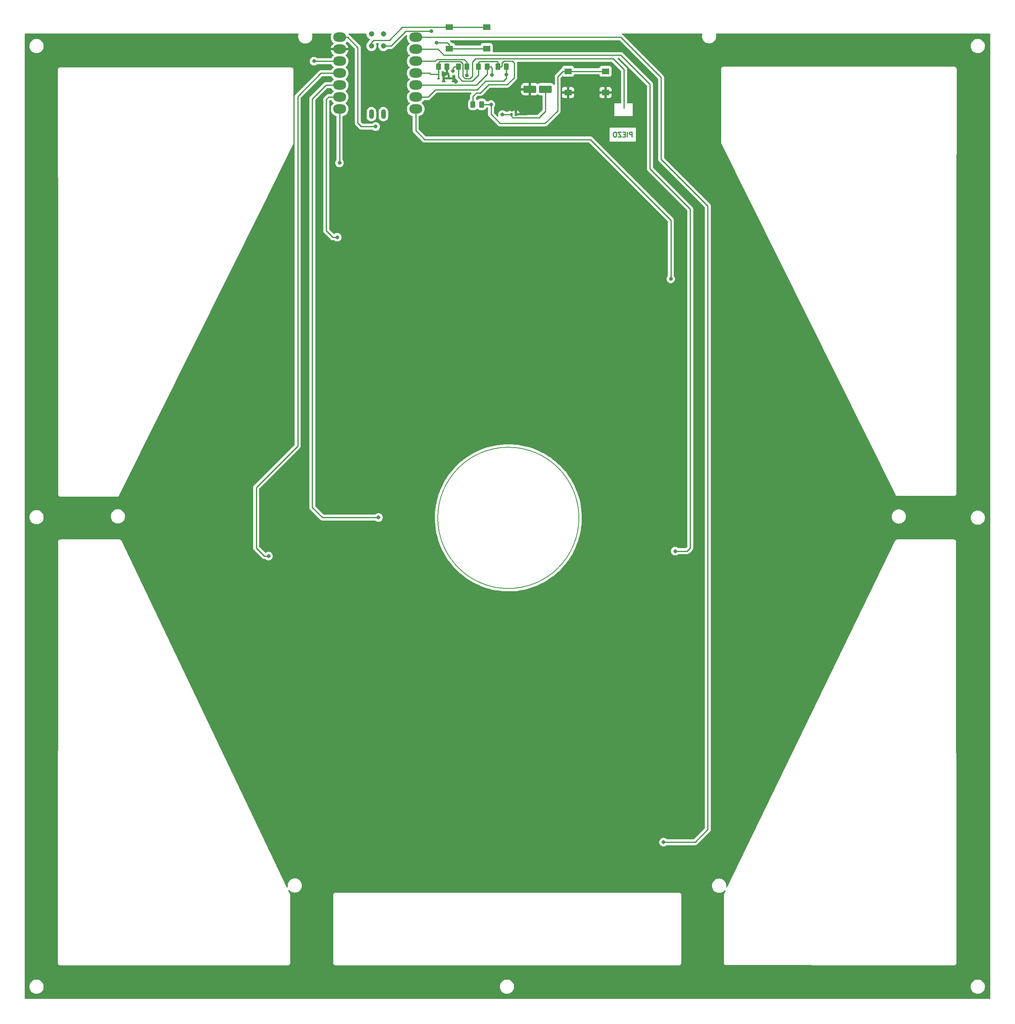
<source format=gbl>
%TF.GenerationSoftware,KiCad,Pcbnew,6.0.11+dfsg-1*%
%TF.CreationDate,2024-04-05T16:29:55+02:00*%
%TF.ProjectId,hexapad,68657861-7061-4642-9e6b-696361645f70,rev?*%
%TF.SameCoordinates,Original*%
%TF.FileFunction,Copper,L2,Bot*%
%TF.FilePolarity,Positive*%
%FSLAX46Y46*%
G04 Gerber Fmt 4.6, Leading zero omitted, Abs format (unit mm)*
G04 Created by KiCad (PCBNEW 6.0.11+dfsg-1) date 2024-04-05 16:29:55*
%MOMM*%
%LPD*%
G01*
G04 APERTURE LIST*
G04 Aperture macros list*
%AMRoundRect*
0 Rectangle with rounded corners*
0 $1 Rounding radius*
0 $2 $3 $4 $5 $6 $7 $8 $9 X,Y pos of 4 corners*
0 Add a 4 corners polygon primitive as box body*
4,1,4,$2,$3,$4,$5,$6,$7,$8,$9,$2,$3,0*
0 Add four circle primitives for the rounded corners*
1,1,$1+$1,$2,$3*
1,1,$1+$1,$4,$5*
1,1,$1+$1,$6,$7*
1,1,$1+$1,$8,$9*
0 Add four rect primitives between the rounded corners*
20,1,$1+$1,$2,$3,$4,$5,0*
20,1,$1+$1,$4,$5,$6,$7,0*
20,1,$1+$1,$6,$7,$8,$9,0*
20,1,$1+$1,$8,$9,$2,$3,0*%
G04 Aperture macros list end*
%TA.AperFunction,NonConductor*%
%ADD10C,0.200000*%
%TD*%
%ADD11C,0.250000*%
%TA.AperFunction,NonConductor*%
%ADD12C,0.250000*%
%TD*%
%TA.AperFunction,SMDPad,CuDef*%
%ADD13RoundRect,0.250000X-0.262500X-0.450000X0.262500X-0.450000X0.262500X0.450000X-0.262500X0.450000X0*%
%TD*%
%TA.AperFunction,SMDPad,CuDef*%
%ADD14RoundRect,0.250000X1.075000X0.550000X-1.075000X0.550000X-1.075000X-0.550000X1.075000X-0.550000X0*%
%TD*%
%TA.AperFunction,SMDPad,CuDef*%
%ADD15R,1.550000X1.300000*%
%TD*%
%TA.AperFunction,SMDPad,CuDef*%
%ADD16R,0.600000X0.450000*%
%TD*%
%TA.AperFunction,SMDPad,CuDef*%
%ADD17RoundRect,0.140000X-0.140000X-0.170000X0.140000X-0.170000X0.140000X0.170000X-0.140000X0.170000X0*%
%TD*%
%TA.AperFunction,SMDPad,CuDef*%
%ADD18O,2.748280X1.998980*%
%TD*%
%TA.AperFunction,SMDPad,CuDef*%
%ADD19O,1.016000X2.032000*%
%TD*%
%TA.AperFunction,SMDPad,CuDef*%
%ADD20C,1.143000*%
%TD*%
%TA.AperFunction,ViaPad*%
%ADD21C,0.800000*%
%TD*%
%TA.AperFunction,Conductor*%
%ADD22C,0.250000*%
%TD*%
G04 APERTURE END LIST*
D10*
X186440013Y-140000000D02*
G75*
G03*
X186440013Y-140000000I-14990013J0D01*
G01*
D11*
D12*
X197702380Y-59102380D02*
X197702380Y-58102380D01*
X197321428Y-58102380D01*
X197226190Y-58150000D01*
X197178571Y-58197619D01*
X197130952Y-58292857D01*
X197130952Y-58435714D01*
X197178571Y-58530952D01*
X197226190Y-58578571D01*
X197321428Y-58626190D01*
X197702380Y-58626190D01*
X196702380Y-59102380D02*
X196702380Y-58102380D01*
X196226190Y-58578571D02*
X195892857Y-58578571D01*
X195750000Y-59102380D02*
X196226190Y-59102380D01*
X196226190Y-58102380D01*
X195750000Y-58102380D01*
X195416666Y-58102380D02*
X194750000Y-58102380D01*
X195416666Y-59102380D01*
X194750000Y-59102380D01*
X194178571Y-58102380D02*
X193988095Y-58102380D01*
X193892857Y-58150000D01*
X193797619Y-58245238D01*
X193750000Y-58435714D01*
X193750000Y-58769047D01*
X193797619Y-58959523D01*
X193892857Y-59054761D01*
X193988095Y-59102380D01*
X194178571Y-59102380D01*
X194273809Y-59054761D01*
X194369047Y-58959523D01*
X194416666Y-58769047D01*
X194416666Y-58435714D01*
X194369047Y-58245238D01*
X194273809Y-58150000D01*
X194178571Y-58102380D01*
D13*
X165091000Y-44200000D03*
X166916000Y-44200000D03*
X156605500Y-44200000D03*
X158430500Y-44200000D03*
X169202000Y-44200000D03*
X171027000Y-44200000D03*
X160820000Y-44200000D03*
X162645000Y-44200000D03*
D14*
X179355000Y-49020000D03*
X176005000Y-49020000D03*
D15*
X192080000Y-45220000D03*
X184130000Y-45220000D03*
X184130000Y-49720000D03*
X192080000Y-49720000D03*
D16*
X158768000Y-46740000D03*
X156668000Y-46740000D03*
D17*
X172084500Y-54345500D03*
X173044500Y-54345500D03*
D18*
X151781290Y-38000490D03*
X151781290Y-40540490D03*
X151781290Y-43080490D03*
X151781290Y-45620490D03*
X151781290Y-48160490D03*
X151781290Y-50700490D03*
X151781290Y-53240490D03*
X135616730Y-53240490D03*
X135616730Y-50700490D03*
X135616730Y-48160490D03*
X135616730Y-45620490D03*
X135616730Y-43080490D03*
X135616730Y-40540490D03*
X135616730Y-38000490D03*
D19*
X144914410Y-54318310D03*
X142364410Y-54318310D03*
D20*
X144915607Y-37314123D03*
X142375607Y-37314123D03*
X144915607Y-39854123D03*
X142375607Y-39854123D03*
D13*
X163948000Y-52245500D03*
X165773000Y-52245500D03*
D15*
X166845000Y-40380000D03*
X158895000Y-40380000D03*
X158895000Y-35880000D03*
X166845000Y-35880000D03*
D21*
X160250000Y-47410000D03*
X172226500Y-53389500D03*
X133195510Y-40540490D03*
X130189510Y-43080490D03*
X170194500Y-54405500D03*
X159640000Y-45170000D03*
X143290000Y-56940000D03*
X167768000Y-52260000D03*
X171027000Y-45887000D03*
X167990000Y-46010000D03*
X162646000Y-46050000D03*
X155130000Y-36680000D03*
X156210000Y-39150000D03*
X120522228Y-148096649D03*
X143872228Y-139916649D03*
X135112228Y-80436649D03*
X135592228Y-64666649D03*
X205952228Y-89276649D03*
X206902228Y-147056649D03*
X204402228Y-208826649D03*
D22*
X158768000Y-45744000D02*
X158430500Y-45406500D01*
X184130000Y-49720000D02*
X192080000Y-49720000D01*
X160210000Y-46980000D02*
X160250000Y-47020000D01*
X176010000Y-45400000D02*
X176010000Y-49015000D01*
X172734500Y-53389500D02*
X172226500Y-53389500D01*
X158768000Y-46740000D02*
X158768000Y-45744000D01*
X160250000Y-47020000D02*
X160250000Y-47410000D01*
X176005000Y-53655000D02*
X175314500Y-54345500D01*
X194540000Y-48950000D02*
X194540000Y-44860000D01*
X173044500Y-53699500D02*
X172734500Y-53389500D01*
X193770000Y-49720000D02*
X194540000Y-48950000D01*
X173044500Y-54345500D02*
X173044500Y-53699500D01*
X158430500Y-45406500D02*
X158430500Y-44200000D01*
X135616730Y-40540490D02*
X133195510Y-40540490D01*
X193390000Y-43710000D02*
X177700000Y-43710000D01*
X175314500Y-54345500D02*
X173044500Y-54345500D01*
X176010000Y-49015000D02*
X176005000Y-49020000D01*
X177700000Y-43710000D02*
X176010000Y-45400000D01*
X159970000Y-46740000D02*
X160210000Y-46980000D01*
X176005000Y-49020000D02*
X176005000Y-53655000D01*
X194540000Y-44860000D02*
X193390000Y-43710000D01*
X158768000Y-46740000D02*
X159970000Y-46740000D01*
X192080000Y-49720000D02*
X193770000Y-49720000D01*
X179355000Y-49020000D02*
X179355000Y-53705000D01*
X172084500Y-54765500D02*
X172084500Y-54345500D01*
X172414500Y-55095500D02*
X172084500Y-54765500D01*
X170194500Y-54405500D02*
X172024500Y-54405500D01*
X177964500Y-55095500D02*
X172414500Y-55095500D01*
X130189510Y-43080490D02*
X135616730Y-43080490D01*
X172024500Y-54405500D02*
X172084500Y-54345500D01*
X179355000Y-53705000D02*
X177964500Y-55095500D01*
X160820000Y-44200000D02*
X160820000Y-46464000D01*
X169980000Y-44200000D02*
X170060000Y-44120000D01*
X164640000Y-49810000D02*
X163948000Y-50502000D01*
X170060000Y-44120000D02*
X170060000Y-43450000D01*
X161596000Y-47240000D02*
X163836000Y-47240000D01*
X169202000Y-44200000D02*
X169980000Y-44200000D01*
X140240000Y-56940000D02*
X139446000Y-56146000D01*
X170470000Y-43040000D02*
X172280000Y-43040000D01*
X160820000Y-44200000D02*
X159980000Y-44200000D01*
X169202000Y-43270000D02*
X169032000Y-43100000D01*
X165091000Y-43339000D02*
X165330000Y-43100000D01*
X172680000Y-43440000D02*
X172680000Y-46590000D01*
X143290000Y-56940000D02*
X140240000Y-56940000D01*
X159810000Y-44370000D02*
X159640000Y-44540000D01*
X172280000Y-43040000D02*
X172680000Y-43440000D01*
X160820000Y-46464000D02*
X161596000Y-47240000D01*
X167270000Y-48050000D02*
X165510000Y-49810000D01*
X137314490Y-38000490D02*
X135616730Y-38000490D01*
X165510000Y-49810000D02*
X164640000Y-49810000D01*
X165330000Y-43100000D02*
X169032000Y-43100000D01*
X163948000Y-50502000D02*
X163948000Y-52245500D01*
X165091000Y-44200000D02*
X165091000Y-43339000D01*
X170060000Y-43450000D02*
X170470000Y-43040000D01*
X171220000Y-48050000D02*
X167270000Y-48050000D01*
X159640000Y-44540000D02*
X159640000Y-45170000D01*
X163836000Y-47240000D02*
X165091000Y-45985000D01*
X139446000Y-40132000D02*
X137314490Y-38000490D01*
X159980000Y-44200000D02*
X159810000Y-44370000D01*
X169202000Y-44200000D02*
X169202000Y-43270000D01*
X172680000Y-46590000D02*
X171220000Y-48050000D01*
X139446000Y-56146000D02*
X139446000Y-40132000D01*
X165091000Y-45985000D02*
X165091000Y-44200000D01*
X169700000Y-56260000D02*
X167768000Y-54328000D01*
X167768000Y-54328000D02*
X167768000Y-52260000D01*
X165773000Y-52245500D02*
X167753500Y-52245500D01*
X179270000Y-56260000D02*
X169700000Y-56260000D01*
X183030000Y-45220000D02*
X181940000Y-46310000D01*
X184130000Y-45220000D02*
X183030000Y-45220000D01*
X181940000Y-53590000D02*
X179270000Y-56260000D01*
X167753500Y-52245500D02*
X167768000Y-52260000D01*
X184130000Y-45220000D02*
X192080000Y-45220000D01*
X181940000Y-46310000D02*
X181940000Y-53590000D01*
X155980000Y-49130000D02*
X164800000Y-49130000D01*
X170430000Y-47300000D02*
X171027000Y-46703000D01*
X154409510Y-50700490D02*
X155980000Y-49130000D01*
X166630000Y-47300000D02*
X170430000Y-47300000D01*
X164800000Y-49130000D02*
X166630000Y-47300000D01*
X151781290Y-50700490D02*
X154409510Y-50700490D01*
X171027000Y-45887000D02*
X171027000Y-44200000D01*
X171027000Y-46703000D02*
X171027000Y-45887000D01*
X151781290Y-48160490D02*
X164629510Y-48160490D01*
X166916000Y-44200000D02*
X167720000Y-44200000D01*
X167990000Y-44470000D02*
X167990000Y-46010000D01*
X166916000Y-45874000D02*
X166916000Y-44200000D01*
X167720000Y-44200000D02*
X167920000Y-44400000D01*
X164629510Y-48160490D02*
X166916000Y-45874000D01*
X167920000Y-44400000D02*
X167990000Y-44470000D01*
X155849510Y-43080490D02*
X156250000Y-42680000D01*
X151781290Y-43080490D02*
X155849510Y-43080490D01*
X156250000Y-42680000D02*
X162080000Y-42680000D01*
X162645000Y-45263000D02*
X162645000Y-44200000D01*
X162646000Y-46050000D02*
X162646000Y-45264000D01*
X162080000Y-42680000D02*
X162645000Y-43245000D01*
X162645000Y-43245000D02*
X162645000Y-44200000D01*
X162646000Y-45264000D02*
X162645000Y-45263000D01*
X158895000Y-40380000D02*
X166845000Y-40380000D01*
X158895000Y-39545000D02*
X158490000Y-39140000D01*
X155126000Y-36676000D02*
X149694000Y-36676000D01*
X149694000Y-36676000D02*
X146515877Y-39854123D01*
X158895000Y-40380000D02*
X158895000Y-39545000D01*
X146515877Y-39854123D02*
X144915607Y-39854123D01*
X158490000Y-39140000D02*
X156220000Y-39140000D01*
X155130000Y-36680000D02*
X155126000Y-36676000D01*
X156220000Y-39140000D02*
X156210000Y-39150000D01*
X146210000Y-38600000D02*
X142860000Y-38600000D01*
X148930000Y-35880000D02*
X146210000Y-38600000D01*
X158895000Y-35880000D02*
X166845000Y-35880000D01*
X142375607Y-39084393D02*
X142375607Y-39854123D01*
X158895000Y-35880000D02*
X148930000Y-35880000D01*
X142860000Y-38600000D02*
X142375607Y-39084393D01*
X120522228Y-148096649D02*
X119616649Y-148096649D01*
X117910000Y-146390000D02*
X117910000Y-133510000D01*
X126710000Y-124710000D02*
X126710000Y-50600000D01*
X131689510Y-45620490D02*
X135616730Y-45620490D01*
X119616649Y-148096649D02*
X117910000Y-146390000D01*
X126710000Y-50600000D02*
X131689510Y-45620490D01*
X117910000Y-133510000D02*
X126710000Y-124710000D01*
X131966649Y-139916649D02*
X129800000Y-137750000D01*
X129800000Y-51070000D02*
X132709510Y-48160490D01*
X132709510Y-48160490D02*
X135616730Y-48160490D01*
X129800000Y-137750000D02*
X129800000Y-51070000D01*
X143872228Y-139916649D02*
X131966649Y-139916649D01*
X132760000Y-51220000D02*
X133279510Y-50700490D01*
X132760000Y-79040000D02*
X132760000Y-51220000D01*
X134156649Y-80436649D02*
X132760000Y-79040000D01*
X133279510Y-50700490D02*
X135616730Y-50700490D01*
X135112228Y-80436649D02*
X134156649Y-80436649D01*
X135592228Y-64666649D02*
X135616730Y-64642147D01*
X135616730Y-64642147D02*
X135616730Y-53240490D01*
X205952228Y-89276649D02*
X205952228Y-76782228D01*
X151781290Y-57801290D02*
X151781290Y-53240490D01*
X188860000Y-59690000D02*
X153670000Y-59690000D01*
X205952228Y-76782228D02*
X188860000Y-59690000D01*
X153670000Y-59690000D02*
X151781290Y-57801290D01*
X195320000Y-41770000D02*
X157730000Y-41770000D01*
X201512500Y-47962500D02*
X201512500Y-65862500D01*
X206902228Y-147056649D02*
X209393351Y-147056649D01*
X156500490Y-40540490D02*
X151781290Y-40540490D01*
X210060000Y-146390000D02*
X210060000Y-74410000D01*
X157730000Y-41770000D02*
X156500490Y-40540490D01*
X201512500Y-65862500D02*
X210060000Y-74410000D01*
X201512500Y-47962500D02*
X195320000Y-41770000D01*
X209393351Y-147056649D02*
X210060000Y-146390000D01*
X195350490Y-38000490D02*
X151781290Y-38000490D01*
X203875000Y-46525000D02*
X203875000Y-63850000D01*
X211123351Y-208826649D02*
X213800000Y-206150000D01*
X213800000Y-206150000D02*
X213800000Y-73775000D01*
X203875000Y-63850000D02*
X213800000Y-73775000D01*
X203875000Y-46525000D02*
X195350490Y-38000490D01*
X204402228Y-208826649D02*
X211123351Y-208826649D01*
X156605500Y-43394500D02*
X156870000Y-43130000D01*
X151781290Y-45620490D02*
X154748490Y-45620490D01*
X163826000Y-43204000D02*
X164490000Y-42540000D01*
X156668000Y-46740000D02*
X156668000Y-44262500D01*
X162261000Y-46775000D02*
X163341000Y-46775000D01*
X161310000Y-43130000D02*
X161807500Y-43627500D01*
X163826000Y-46290000D02*
X163826000Y-43204000D01*
X156668000Y-44262500D02*
X156605500Y-44200000D01*
X164490000Y-42540000D02*
X193710000Y-42540000D01*
X154748490Y-45620490D02*
X154968000Y-45840000D01*
X196020000Y-44850000D02*
X196020000Y-53050000D01*
X161807500Y-46321500D02*
X162261000Y-46775000D01*
X156605500Y-44200000D02*
X156605500Y-43394500D01*
X154968000Y-45840000D02*
X156595500Y-45840000D01*
X161807500Y-43627500D02*
X161807500Y-46321500D01*
X193710000Y-42540000D02*
X196020000Y-44850000D01*
X163341000Y-46775000D02*
X163826000Y-46290000D01*
X156870000Y-43130000D02*
X161310000Y-43130000D01*
%TA.AperFunction,Conductor*%
G36*
X273717108Y-37195009D02*
G01*
X273763607Y-37248659D01*
X273775000Y-37301015D01*
X273775000Y-241999000D01*
X273754998Y-242067121D01*
X273701342Y-242113614D01*
X273649000Y-242125000D01*
X68876000Y-242125000D01*
X68807879Y-242104998D01*
X68761386Y-242051342D01*
X68750000Y-241999000D01*
X68750000Y-239500000D01*
X69736835Y-239500000D01*
X69755465Y-239736711D01*
X69756619Y-239741518D01*
X69756620Y-239741524D01*
X69786601Y-239866401D01*
X69810895Y-239967594D01*
X69901760Y-240186963D01*
X69904346Y-240191183D01*
X70023241Y-240385202D01*
X70023245Y-240385208D01*
X70025824Y-240389416D01*
X70180031Y-240569969D01*
X70360584Y-240724176D01*
X70364792Y-240726755D01*
X70364798Y-240726759D01*
X70558817Y-240845654D01*
X70563037Y-240848240D01*
X70567607Y-240850133D01*
X70567611Y-240850135D01*
X70777833Y-240937211D01*
X70782406Y-240939105D01*
X70862609Y-240958360D01*
X71008476Y-240993380D01*
X71008482Y-240993381D01*
X71013289Y-240994535D01*
X71250000Y-241013165D01*
X71486711Y-240994535D01*
X71491518Y-240993381D01*
X71491524Y-240993380D01*
X71637391Y-240958360D01*
X71717594Y-240939105D01*
X71722167Y-240937211D01*
X71932389Y-240850135D01*
X71932393Y-240850133D01*
X71936963Y-240848240D01*
X71941183Y-240845654D01*
X72135202Y-240726759D01*
X72135208Y-240726755D01*
X72139416Y-240724176D01*
X72319969Y-240569969D01*
X72474176Y-240389416D01*
X72476755Y-240385208D01*
X72476759Y-240385202D01*
X72595654Y-240191183D01*
X72598240Y-240186963D01*
X72689105Y-239967594D01*
X72713399Y-239866401D01*
X72743380Y-239741524D01*
X72743381Y-239741518D01*
X72744535Y-239736711D01*
X72763165Y-239500000D01*
X169636835Y-239500000D01*
X169655465Y-239736711D01*
X169656619Y-239741518D01*
X169656620Y-239741524D01*
X169686601Y-239866401D01*
X169710895Y-239967594D01*
X169801760Y-240186963D01*
X169804346Y-240191183D01*
X169923241Y-240385202D01*
X169923245Y-240385208D01*
X169925824Y-240389416D01*
X170080031Y-240569969D01*
X170260584Y-240724176D01*
X170264792Y-240726755D01*
X170264798Y-240726759D01*
X170458817Y-240845654D01*
X170463037Y-240848240D01*
X170467607Y-240850133D01*
X170467611Y-240850135D01*
X170677833Y-240937211D01*
X170682406Y-240939105D01*
X170762609Y-240958360D01*
X170908476Y-240993380D01*
X170908482Y-240993381D01*
X170913289Y-240994535D01*
X171150000Y-241013165D01*
X171386711Y-240994535D01*
X171391518Y-240993381D01*
X171391524Y-240993380D01*
X171537391Y-240958360D01*
X171617594Y-240939105D01*
X171622167Y-240937211D01*
X171832389Y-240850135D01*
X171832393Y-240850133D01*
X171836963Y-240848240D01*
X171841183Y-240845654D01*
X172035202Y-240726759D01*
X172035208Y-240726755D01*
X172039416Y-240724176D01*
X172219969Y-240569969D01*
X172374176Y-240389416D01*
X172376755Y-240385208D01*
X172376759Y-240385202D01*
X172495654Y-240191183D01*
X172498240Y-240186963D01*
X172589105Y-239967594D01*
X172613399Y-239866401D01*
X172643380Y-239741524D01*
X172643381Y-239741518D01*
X172644535Y-239736711D01*
X172663165Y-239500000D01*
X269636835Y-239500000D01*
X269655465Y-239736711D01*
X269656619Y-239741518D01*
X269656620Y-239741524D01*
X269686601Y-239866401D01*
X269710895Y-239967594D01*
X269801760Y-240186963D01*
X269804346Y-240191183D01*
X269923241Y-240385202D01*
X269923245Y-240385208D01*
X269925824Y-240389416D01*
X270080031Y-240569969D01*
X270260584Y-240724176D01*
X270264792Y-240726755D01*
X270264798Y-240726759D01*
X270458817Y-240845654D01*
X270463037Y-240848240D01*
X270467607Y-240850133D01*
X270467611Y-240850135D01*
X270677833Y-240937211D01*
X270682406Y-240939105D01*
X270762609Y-240958360D01*
X270908476Y-240993380D01*
X270908482Y-240993381D01*
X270913289Y-240994535D01*
X271150000Y-241013165D01*
X271386711Y-240994535D01*
X271391518Y-240993381D01*
X271391524Y-240993380D01*
X271537391Y-240958360D01*
X271617594Y-240939105D01*
X271622167Y-240937211D01*
X271832389Y-240850135D01*
X271832393Y-240850133D01*
X271836963Y-240848240D01*
X271841183Y-240845654D01*
X272035202Y-240726759D01*
X272035208Y-240726755D01*
X272039416Y-240724176D01*
X272219969Y-240569969D01*
X272374176Y-240389416D01*
X272376755Y-240385208D01*
X272376759Y-240385202D01*
X272495654Y-240191183D01*
X272498240Y-240186963D01*
X272589105Y-239967594D01*
X272613399Y-239866401D01*
X272643380Y-239741524D01*
X272643381Y-239741518D01*
X272644535Y-239736711D01*
X272663165Y-239500000D01*
X272644535Y-239263289D01*
X272636581Y-239230155D01*
X272590260Y-239037218D01*
X272589105Y-239032406D01*
X272498240Y-238813037D01*
X272495654Y-238808817D01*
X272376759Y-238614798D01*
X272376755Y-238614792D01*
X272374176Y-238610584D01*
X272219969Y-238430031D01*
X272039416Y-238275824D01*
X272035208Y-238273245D01*
X272035202Y-238273241D01*
X271841183Y-238154346D01*
X271836963Y-238151760D01*
X271832393Y-238149867D01*
X271832389Y-238149865D01*
X271622167Y-238062789D01*
X271622165Y-238062788D01*
X271617594Y-238060895D01*
X271537391Y-238041640D01*
X271391524Y-238006620D01*
X271391518Y-238006619D01*
X271386711Y-238005465D01*
X271150000Y-237986835D01*
X270913289Y-238005465D01*
X270908482Y-238006619D01*
X270908476Y-238006620D01*
X270762609Y-238041640D01*
X270682406Y-238060895D01*
X270677835Y-238062788D01*
X270677833Y-238062789D01*
X270467611Y-238149865D01*
X270467607Y-238149867D01*
X270463037Y-238151760D01*
X270458817Y-238154346D01*
X270264798Y-238273241D01*
X270264792Y-238273245D01*
X270260584Y-238275824D01*
X270080031Y-238430031D01*
X269925824Y-238610584D01*
X269923245Y-238614792D01*
X269923241Y-238614798D01*
X269804346Y-238808817D01*
X269801760Y-238813037D01*
X269710895Y-239032406D01*
X269709740Y-239037218D01*
X269663420Y-239230155D01*
X269655465Y-239263289D01*
X269637308Y-239493995D01*
X269636835Y-239500000D01*
X172663165Y-239500000D01*
X172644535Y-239263289D01*
X172636581Y-239230155D01*
X172590260Y-239037218D01*
X172589105Y-239032406D01*
X172498240Y-238813037D01*
X172495654Y-238808817D01*
X172376759Y-238614798D01*
X172376755Y-238614792D01*
X172374176Y-238610584D01*
X172219969Y-238430031D01*
X172039416Y-238275824D01*
X172035208Y-238273245D01*
X172035202Y-238273241D01*
X171841183Y-238154346D01*
X171836963Y-238151760D01*
X171832393Y-238149867D01*
X171832389Y-238149865D01*
X171622167Y-238062789D01*
X171622165Y-238062788D01*
X171617594Y-238060895D01*
X171537391Y-238041640D01*
X171391524Y-238006620D01*
X171391518Y-238006619D01*
X171386711Y-238005465D01*
X171150000Y-237986835D01*
X170913289Y-238005465D01*
X170908482Y-238006619D01*
X170908476Y-238006620D01*
X170762609Y-238041640D01*
X170682406Y-238060895D01*
X170677835Y-238062788D01*
X170677833Y-238062789D01*
X170467611Y-238149865D01*
X170467607Y-238149867D01*
X170463037Y-238151760D01*
X170458817Y-238154346D01*
X170264798Y-238273241D01*
X170264792Y-238273245D01*
X170260584Y-238275824D01*
X170080031Y-238430031D01*
X169925824Y-238610584D01*
X169923245Y-238614792D01*
X169923241Y-238614798D01*
X169804346Y-238808817D01*
X169801760Y-238813037D01*
X169710895Y-239032406D01*
X169709740Y-239037218D01*
X169663420Y-239230155D01*
X169655465Y-239263289D01*
X169637308Y-239493995D01*
X169636835Y-239500000D01*
X72763165Y-239500000D01*
X72744535Y-239263289D01*
X72736581Y-239230155D01*
X72690260Y-239037218D01*
X72689105Y-239032406D01*
X72598240Y-238813037D01*
X72595654Y-238808817D01*
X72476759Y-238614798D01*
X72476755Y-238614792D01*
X72474176Y-238610584D01*
X72319969Y-238430031D01*
X72139416Y-238275824D01*
X72135208Y-238273245D01*
X72135202Y-238273241D01*
X71941183Y-238154346D01*
X71936963Y-238151760D01*
X71932393Y-238149867D01*
X71932389Y-238149865D01*
X71722167Y-238062789D01*
X71722165Y-238062788D01*
X71717594Y-238060895D01*
X71637391Y-238041640D01*
X71491524Y-238006620D01*
X71491518Y-238006619D01*
X71486711Y-238005465D01*
X71250000Y-237986835D01*
X71013289Y-238005465D01*
X71008482Y-238006619D01*
X71008476Y-238006620D01*
X70862609Y-238041640D01*
X70782406Y-238060895D01*
X70777835Y-238062788D01*
X70777833Y-238062789D01*
X70567611Y-238149865D01*
X70567607Y-238149867D01*
X70563037Y-238151760D01*
X70558817Y-238154346D01*
X70364798Y-238273241D01*
X70364792Y-238273245D01*
X70360584Y-238275824D01*
X70180031Y-238430031D01*
X70025824Y-238610584D01*
X70023245Y-238614792D01*
X70023241Y-238614798D01*
X69904346Y-238808817D01*
X69901760Y-238813037D01*
X69810895Y-239032406D01*
X69809740Y-239037218D01*
X69763420Y-239230155D01*
X69755465Y-239263289D01*
X69737308Y-239493995D01*
X69736835Y-239500000D01*
X68750000Y-239500000D01*
X68750000Y-234515679D01*
X75770018Y-234515679D01*
X75772484Y-234524309D01*
X75772485Y-234524317D01*
X75778099Y-234543964D01*
X75781686Y-234560789D01*
X75785839Y-234589911D01*
X75796522Y-234613441D01*
X75802941Y-234630907D01*
X75803234Y-234631931D01*
X75805791Y-234640880D01*
X75810034Y-234655732D01*
X75822024Y-234674738D01*
X75825726Y-234680607D01*
X75833886Y-234695742D01*
X75842342Y-234714366D01*
X75846053Y-234722540D01*
X75851907Y-234729341D01*
X75851909Y-234729345D01*
X75862902Y-234742118D01*
X75873968Y-234757083D01*
X75882959Y-234771336D01*
X75882963Y-234771341D01*
X75887748Y-234778926D01*
X75894470Y-234784864D01*
X75894472Y-234784866D01*
X75899040Y-234788901D01*
X75904330Y-234793573D01*
X75909800Y-234798405D01*
X75921879Y-234810641D01*
X75941070Y-234832938D01*
X75948595Y-234837822D01*
X75948598Y-234837824D01*
X75953838Y-234841224D01*
X75961218Y-234846013D01*
X75962734Y-234846997D01*
X75977558Y-234858256D01*
X75996915Y-234875355D01*
X76013606Y-234883193D01*
X76023546Y-234887861D01*
X76038576Y-234896216D01*
X76063254Y-234912231D01*
X76071850Y-234914807D01*
X76087996Y-234919646D01*
X76105383Y-234926292D01*
X76128759Y-234937269D01*
X76137630Y-234938651D01*
X76137633Y-234938652D01*
X76157830Y-234941798D01*
X76174597Y-234945597D01*
X76202782Y-234954043D01*
X76211755Y-234954103D01*
X76212859Y-234954110D01*
X76237253Y-234954273D01*
X76238147Y-234954311D01*
X76239344Y-234954497D01*
X76267838Y-234954500D01*
X76270825Y-234954500D01*
X76271653Y-234954503D01*
X76344231Y-234954987D01*
X76344232Y-234954987D01*
X76348436Y-234955015D01*
X76349879Y-234954603D01*
X76351312Y-234954506D01*
X110785766Y-234957355D01*
X124616266Y-234958499D01*
X124617026Y-234958501D01*
X124632774Y-234958597D01*
X124694721Y-234958976D01*
X124723130Y-234950857D01*
X124739893Y-234947279D01*
X124760259Y-234944364D01*
X124769146Y-234943092D01*
X124792552Y-234932452D01*
X124810055Y-234926013D01*
X124834771Y-234918949D01*
X124842368Y-234914156D01*
X124859754Y-234903186D01*
X124874844Y-234895045D01*
X124893575Y-234886530D01*
X124893578Y-234886528D01*
X124901746Y-234882815D01*
X124908542Y-234876960D01*
X124908544Y-234876959D01*
X124921220Y-234866038D01*
X124936219Y-234854941D01*
X124957958Y-234841224D01*
X124967600Y-234830307D01*
X124977513Y-234819082D01*
X124989716Y-234807029D01*
X125005296Y-234793607D01*
X125005300Y-234793602D01*
X125012099Y-234787745D01*
X125016979Y-234780217D01*
X125016982Y-234780214D01*
X125026080Y-234766179D01*
X125037367Y-234751310D01*
X125038355Y-234750192D01*
X125054378Y-234732049D01*
X125066933Y-234705308D01*
X125075259Y-234690321D01*
X125086451Y-234673057D01*
X125086453Y-234673054D01*
X125091334Y-234665524D01*
X125093918Y-234656887D01*
X125098704Y-234640892D01*
X125105360Y-234623463D01*
X125112466Y-234608326D01*
X125112467Y-234608324D01*
X125116281Y-234600200D01*
X125120826Y-234571011D01*
X125124609Y-234554291D01*
X125133080Y-234525976D01*
X125133119Y-234519721D01*
X134249024Y-234519721D01*
X134251491Y-234528352D01*
X134257150Y-234548153D01*
X134260728Y-234564915D01*
X134264920Y-234594187D01*
X134268634Y-234602355D01*
X134268634Y-234602356D01*
X134275548Y-234617562D01*
X134281996Y-234635086D01*
X134289051Y-234659771D01*
X134293843Y-234667365D01*
X134293844Y-234667368D01*
X134304830Y-234684780D01*
X134312969Y-234699863D01*
X134325208Y-234726782D01*
X134331069Y-234733584D01*
X134333309Y-234736184D01*
X134338423Y-234742118D01*
X134341970Y-234746235D01*
X134353073Y-234761239D01*
X134366776Y-234782958D01*
X134373501Y-234788897D01*
X134373504Y-234788901D01*
X134388938Y-234802532D01*
X134400982Y-234814724D01*
X134414427Y-234830327D01*
X134414430Y-234830329D01*
X134420287Y-234837127D01*
X134427816Y-234842007D01*
X134427817Y-234842008D01*
X134441835Y-234851094D01*
X134456709Y-234862385D01*
X134465937Y-234870534D01*
X134475951Y-234879378D01*
X134502711Y-234891942D01*
X134517691Y-234900263D01*
X134534983Y-234911471D01*
X134534988Y-234911473D01*
X134542515Y-234916352D01*
X134551108Y-234918922D01*
X134551113Y-234918924D01*
X134567120Y-234923711D01*
X134584564Y-234930372D01*
X134599676Y-234937467D01*
X134599678Y-234937468D01*
X134607800Y-234941281D01*
X134616667Y-234942662D01*
X134616668Y-234942662D01*
X134626310Y-234944163D01*
X134637017Y-234945830D01*
X134653732Y-234949613D01*
X134673466Y-234955515D01*
X134673472Y-234955516D01*
X134682066Y-234958086D01*
X134691037Y-234958141D01*
X134691038Y-234958141D01*
X134701097Y-234958202D01*
X134716506Y-234958296D01*
X134717289Y-234958329D01*
X134718386Y-234958500D01*
X134749377Y-234958500D01*
X134750147Y-234958502D01*
X134823785Y-234958952D01*
X134823786Y-234958952D01*
X134827721Y-234958976D01*
X134829065Y-234958592D01*
X134830410Y-234958500D01*
X207641377Y-234958500D01*
X207642148Y-234958502D01*
X207719721Y-234958976D01*
X207742502Y-234952465D01*
X207748153Y-234950850D01*
X207764915Y-234947272D01*
X207767631Y-234946883D01*
X207794187Y-234943080D01*
X207817564Y-234932451D01*
X207835087Y-234926004D01*
X207859771Y-234918949D01*
X207867365Y-234914157D01*
X207867368Y-234914156D01*
X207884780Y-234903170D01*
X207899865Y-234895030D01*
X207926782Y-234882792D01*
X207946235Y-234866030D01*
X207961239Y-234854927D01*
X207982958Y-234841224D01*
X207988897Y-234834499D01*
X207988901Y-234834496D01*
X208002532Y-234819062D01*
X208014724Y-234807018D01*
X208030327Y-234793573D01*
X208030329Y-234793570D01*
X208037127Y-234787713D01*
X208051094Y-234766165D01*
X208062385Y-234751291D01*
X208073431Y-234738783D01*
X208073432Y-234738782D01*
X208079378Y-234732049D01*
X208091943Y-234705287D01*
X208100263Y-234690309D01*
X208111471Y-234673017D01*
X208111473Y-234673012D01*
X208116352Y-234665485D01*
X208118922Y-234656892D01*
X208118924Y-234656887D01*
X208123711Y-234640880D01*
X208130372Y-234623436D01*
X208137467Y-234608324D01*
X208137468Y-234608322D01*
X208141281Y-234600200D01*
X208145830Y-234570983D01*
X208149613Y-234554268D01*
X208155515Y-234534534D01*
X208155516Y-234534528D01*
X208158086Y-234525934D01*
X208158296Y-234491494D01*
X208158329Y-234490711D01*
X208158500Y-234489614D01*
X208158500Y-234458611D01*
X208158502Y-234457853D01*
X208158952Y-234384215D01*
X208158952Y-234384214D01*
X208158976Y-234380279D01*
X208158592Y-234378935D01*
X208158500Y-234377590D01*
X208158500Y-220083623D01*
X208158502Y-220082853D01*
X208158800Y-220034102D01*
X208158976Y-220005279D01*
X208150850Y-219976847D01*
X208147272Y-219960085D01*
X208146690Y-219956019D01*
X208143080Y-219930813D01*
X208139365Y-219922641D01*
X208132452Y-219907438D01*
X208126004Y-219889913D01*
X208121416Y-219873862D01*
X208118949Y-219865229D01*
X208114156Y-219857632D01*
X208103170Y-219840220D01*
X208095030Y-219825135D01*
X208092564Y-219819711D01*
X208082792Y-219798218D01*
X208076922Y-219791405D01*
X208066030Y-219778765D01*
X208054927Y-219763761D01*
X208041224Y-219742042D01*
X208034499Y-219736103D01*
X208034496Y-219736099D01*
X208019062Y-219722468D01*
X208007018Y-219710276D01*
X207993573Y-219694673D01*
X207993570Y-219694671D01*
X207987713Y-219687873D01*
X207974009Y-219678990D01*
X207966165Y-219673906D01*
X207951291Y-219662615D01*
X207938783Y-219651569D01*
X207938782Y-219651568D01*
X207932049Y-219645622D01*
X207905287Y-219633057D01*
X207890309Y-219624737D01*
X207873017Y-219613529D01*
X207873012Y-219613527D01*
X207865485Y-219608648D01*
X207856892Y-219606078D01*
X207856887Y-219606076D01*
X207840880Y-219601289D01*
X207823436Y-219594628D01*
X207808324Y-219587533D01*
X207808322Y-219587532D01*
X207800200Y-219583719D01*
X207791333Y-219582338D01*
X207791332Y-219582338D01*
X207780478Y-219580648D01*
X207770983Y-219579170D01*
X207754268Y-219575387D01*
X207734534Y-219569485D01*
X207734528Y-219569484D01*
X207725934Y-219566914D01*
X207716963Y-219566859D01*
X207716962Y-219566859D01*
X207706903Y-219566798D01*
X207691494Y-219566704D01*
X207690711Y-219566671D01*
X207689614Y-219566500D01*
X207658623Y-219566500D01*
X207657853Y-219566498D01*
X207584215Y-219566048D01*
X207584214Y-219566048D01*
X207580279Y-219566024D01*
X207578935Y-219566408D01*
X207577590Y-219566500D01*
X134766623Y-219566500D01*
X134765853Y-219566498D01*
X134765037Y-219566493D01*
X134688279Y-219566024D01*
X134675995Y-219569535D01*
X134659847Y-219574150D01*
X134643085Y-219577728D01*
X134613813Y-219581920D01*
X134605645Y-219585634D01*
X134605644Y-219585634D01*
X134590438Y-219592548D01*
X134572914Y-219598996D01*
X134548229Y-219606051D01*
X134540635Y-219610843D01*
X134540632Y-219610844D01*
X134523220Y-219621830D01*
X134508137Y-219629969D01*
X134481218Y-219642208D01*
X134474416Y-219648069D01*
X134461765Y-219658970D01*
X134446761Y-219670073D01*
X134425042Y-219683776D01*
X134419103Y-219690501D01*
X134419099Y-219690504D01*
X134405468Y-219705938D01*
X134393276Y-219717982D01*
X134377673Y-219731427D01*
X134377671Y-219731430D01*
X134370873Y-219737287D01*
X134365993Y-219744816D01*
X134365992Y-219744817D01*
X134356906Y-219758835D01*
X134345615Y-219773709D01*
X134334569Y-219786217D01*
X134328622Y-219792951D01*
X134322314Y-219806387D01*
X134316058Y-219819711D01*
X134307737Y-219834691D01*
X134296529Y-219851983D01*
X134296527Y-219851988D01*
X134291648Y-219859515D01*
X134289078Y-219868108D01*
X134289076Y-219868113D01*
X134284289Y-219884120D01*
X134277628Y-219901564D01*
X134274293Y-219908668D01*
X134266719Y-219924800D01*
X134265338Y-219933667D01*
X134265338Y-219933668D01*
X134262170Y-219954015D01*
X134258387Y-219970732D01*
X134252485Y-219990466D01*
X134252484Y-219990472D01*
X134249914Y-219999066D01*
X134249859Y-220008037D01*
X134249859Y-220008038D01*
X134249704Y-220033497D01*
X134249671Y-220034289D01*
X134249500Y-220035386D01*
X134249500Y-220066377D01*
X134249499Y-220066937D01*
X134249024Y-220144721D01*
X134249408Y-220146065D01*
X134249500Y-220147410D01*
X134249500Y-234441377D01*
X134249498Y-234442147D01*
X134249024Y-234519721D01*
X125133119Y-234519721D01*
X125133293Y-234491525D01*
X125133327Y-234490727D01*
X125133500Y-234489614D01*
X125133500Y-234458611D01*
X125133502Y-234457831D01*
X125133957Y-234384304D01*
X125133982Y-234380321D01*
X125133593Y-234378959D01*
X125133500Y-234377595D01*
X125133500Y-220147335D01*
X125133601Y-220145854D01*
X125134024Y-220144369D01*
X125133866Y-220121064D01*
X125133503Y-220067794D01*
X125133500Y-220066937D01*
X125133500Y-220038487D01*
X125133325Y-220037264D01*
X125133289Y-220036340D01*
X125133146Y-220015249D01*
X125133033Y-219998715D01*
X125125723Y-219974332D01*
X125121689Y-219956011D01*
X125119353Y-219939701D01*
X125118080Y-219930813D01*
X125103577Y-219898915D01*
X125101951Y-219895044D01*
X125100892Y-219891511D01*
X125087341Y-219863152D01*
X125086332Y-219860989D01*
X125073587Y-219832958D01*
X125057792Y-219798218D01*
X125055126Y-219795124D01*
X125053058Y-219791405D01*
X125044603Y-219773709D01*
X124740650Y-219137593D01*
X124729328Y-219067505D01*
X124757696Y-219002422D01*
X124816747Y-218963008D01*
X124887733Y-218961776D01*
X124950149Y-219001440D01*
X125026818Y-219091208D01*
X125026823Y-219091213D01*
X125030031Y-219094969D01*
X125210584Y-219249176D01*
X125214792Y-219251755D01*
X125214798Y-219251759D01*
X125286936Y-219295965D01*
X125413037Y-219373240D01*
X125417607Y-219375133D01*
X125417611Y-219375135D01*
X125527505Y-219420654D01*
X125632406Y-219464105D01*
X125712609Y-219483360D01*
X125858476Y-219518380D01*
X125858482Y-219518381D01*
X125863289Y-219519535D01*
X126100000Y-219538165D01*
X126336711Y-219519535D01*
X126341518Y-219518381D01*
X126341524Y-219518380D01*
X126487391Y-219483360D01*
X126567594Y-219464105D01*
X126672495Y-219420654D01*
X126782389Y-219375135D01*
X126782393Y-219375133D01*
X126786963Y-219373240D01*
X126913064Y-219295965D01*
X126985202Y-219251759D01*
X126985208Y-219251755D01*
X126989416Y-219249176D01*
X127169969Y-219094969D01*
X127324176Y-218914416D01*
X127326755Y-218910208D01*
X127326759Y-218910202D01*
X127445654Y-218716183D01*
X127448240Y-218711963D01*
X127510054Y-218562731D01*
X127537211Y-218497167D01*
X127537212Y-218497165D01*
X127539105Y-218492594D01*
X127570326Y-218362549D01*
X127593380Y-218266524D01*
X127593381Y-218266518D01*
X127594535Y-218261711D01*
X127609230Y-218075000D01*
X214711835Y-218075000D01*
X214730465Y-218311711D01*
X214731619Y-218316518D01*
X214731620Y-218316524D01*
X214742670Y-218362549D01*
X214785895Y-218542594D01*
X214876760Y-218761963D01*
X214879346Y-218766183D01*
X214998241Y-218960202D01*
X214998245Y-218960208D01*
X215000824Y-218964416D01*
X215155031Y-219144969D01*
X215335584Y-219299176D01*
X215339792Y-219301755D01*
X215339798Y-219301759D01*
X215459537Y-219375135D01*
X215538037Y-219423240D01*
X215542607Y-219425133D01*
X215542611Y-219425135D01*
X215752833Y-219512211D01*
X215757406Y-219514105D01*
X215837609Y-219533360D01*
X215983476Y-219568380D01*
X215983482Y-219568381D01*
X215988289Y-219569535D01*
X216225000Y-219588165D01*
X216461711Y-219569535D01*
X216466518Y-219568381D01*
X216466524Y-219568380D01*
X216612391Y-219533360D01*
X216692594Y-219514105D01*
X216697167Y-219512211D01*
X216907389Y-219425135D01*
X216907393Y-219425133D01*
X216911963Y-219423240D01*
X216990463Y-219375135D01*
X217110202Y-219301759D01*
X217110208Y-219301755D01*
X217114416Y-219299176D01*
X217294969Y-219144969D01*
X217306595Y-219131357D01*
X217360411Y-219068347D01*
X217419862Y-219029538D01*
X217490857Y-219029032D01*
X217550855Y-219066988D01*
X217580808Y-219131357D01*
X217569592Y-219205160D01*
X217318703Y-219722468D01*
X217298801Y-219763504D01*
X217297452Y-219765879D01*
X217295622Y-219767951D01*
X217268774Y-219825135D01*
X217264995Y-219833184D01*
X217264347Y-219834542D01*
X217251537Y-219860956D01*
X217250805Y-219863245D01*
X217249876Y-219865385D01*
X217239670Y-219887124D01*
X217233719Y-219899800D01*
X217232338Y-219908667D01*
X217232338Y-219908668D01*
X217230089Y-219923114D01*
X217225611Y-219942079D01*
X217218424Y-219964566D01*
X217218201Y-219973541D01*
X217217561Y-219999290D01*
X217217236Y-220005658D01*
X217216500Y-220010386D01*
X217216500Y-220040485D01*
X217216461Y-220043613D01*
X217214808Y-220110178D01*
X217216159Y-220115265D01*
X217216500Y-220121064D01*
X217216500Y-234416799D01*
X217216497Y-234417622D01*
X217215994Y-234494500D01*
X217218458Y-234503135D01*
X217218458Y-234503136D01*
X217224145Y-234523067D01*
X217227708Y-234539776D01*
X217231920Y-234569187D01*
X217235638Y-234577364D01*
X217242490Y-234592433D01*
X217248952Y-234610006D01*
X217255960Y-234634567D01*
X217260745Y-234642158D01*
X217271802Y-234659699D01*
X217279912Y-234674738D01*
X217288439Y-234693492D01*
X217292208Y-234701782D01*
X217298065Y-234708580D01*
X217298066Y-234708581D01*
X217308874Y-234721124D01*
X217320012Y-234736184D01*
X217328842Y-234750192D01*
X217328845Y-234750196D01*
X217333631Y-234757788D01*
X217355895Y-234777468D01*
X217367897Y-234789624D01*
X217387287Y-234812127D01*
X217394822Y-234817011D01*
X217408715Y-234826016D01*
X217423632Y-234837343D01*
X217442765Y-234854256D01*
X217450888Y-234858074D01*
X217450894Y-234858078D01*
X217469649Y-234866893D01*
X217484581Y-234875190D01*
X217509515Y-234891352D01*
X217518113Y-234893923D01*
X217518121Y-234893927D01*
X217533989Y-234898672D01*
X217551483Y-234905356D01*
X217574587Y-234916216D01*
X217583457Y-234917601D01*
X217603939Y-234920799D01*
X217620603Y-234924573D01*
X217649066Y-234933086D01*
X217658040Y-234933141D01*
X217658042Y-234933141D01*
X217683454Y-234933296D01*
X217684158Y-234933326D01*
X217685165Y-234933483D01*
X217701280Y-234933490D01*
X217715826Y-234933496D01*
X217716543Y-234933498D01*
X217739988Y-234933641D01*
X217794721Y-234933976D01*
X217795979Y-234933616D01*
X217797228Y-234933531D01*
X254300127Y-234949379D01*
X266086330Y-234954496D01*
X266086975Y-234954498D01*
X266124691Y-234954707D01*
X266166006Y-234954937D01*
X266174635Y-234952465D01*
X266174639Y-234952465D01*
X266194129Y-234946883D01*
X266211011Y-234943278D01*
X266231085Y-234940412D01*
X266239973Y-234939143D01*
X266251351Y-234933976D01*
X266263639Y-234928395D01*
X266281048Y-234921988D01*
X266289225Y-234919646D01*
X266306033Y-234914832D01*
X266330771Y-234899204D01*
X266345957Y-234891010D01*
X266364418Y-234882626D01*
X266364420Y-234882625D01*
X266372595Y-234878912D01*
X266392292Y-234861955D01*
X266407201Y-234850921D01*
X266421593Y-234841829D01*
X266429177Y-234837038D01*
X266435115Y-234830307D01*
X266448530Y-234815101D01*
X266460812Y-234802966D01*
X266461317Y-234802532D01*
X266482981Y-234783881D01*
X266487865Y-234776354D01*
X266487867Y-234776351D01*
X266497130Y-234762074D01*
X266508342Y-234747301D01*
X266519598Y-234734542D01*
X266519603Y-234734535D01*
X266525536Y-234727809D01*
X266537950Y-234701329D01*
X266546333Y-234686234D01*
X266549984Y-234680607D01*
X266562259Y-234661687D01*
X266564835Y-234653088D01*
X266564836Y-234653085D01*
X266569717Y-234636788D01*
X266576334Y-234619454D01*
X266583556Y-234604049D01*
X266587365Y-234595925D01*
X266591849Y-234567019D01*
X266595657Y-234550185D01*
X266604053Y-234522155D01*
X266604178Y-234503136D01*
X266604279Y-234487632D01*
X266604321Y-234486622D01*
X266604522Y-234485329D01*
X266604504Y-234453633D01*
X266604507Y-234452793D01*
X266604614Y-234436563D01*
X266604956Y-234384304D01*
X266604978Y-234380999D01*
X266604978Y-234380993D01*
X266605007Y-234376500D01*
X266604564Y-234374949D01*
X266604459Y-234373407D01*
X266604218Y-233941500D01*
X266554504Y-145107935D01*
X266554506Y-145107184D01*
X266554921Y-145039254D01*
X266554976Y-145030279D01*
X266546802Y-145001679D01*
X266543234Y-144984986D01*
X266540278Y-144964429D01*
X266540277Y-144964425D01*
X266538999Y-144955537D01*
X266535278Y-144947364D01*
X266528433Y-144932331D01*
X266521958Y-144914748D01*
X266517418Y-144898864D01*
X266517414Y-144898855D01*
X266514949Y-144890229D01*
X266499073Y-144865066D01*
X266490970Y-144850058D01*
X266482357Y-144831144D01*
X266482355Y-144831141D01*
X266478637Y-144822976D01*
X266461976Y-144803661D01*
X266450834Y-144788612D01*
X266437224Y-144767042D01*
X266414918Y-144747342D01*
X266402933Y-144735216D01*
X266383496Y-144712684D01*
X266362087Y-144698824D01*
X266347163Y-144687502D01*
X266334778Y-144676564D01*
X266334775Y-144676562D01*
X266328049Y-144670622D01*
X266301121Y-144657980D01*
X266286203Y-144649698D01*
X266268759Y-144638405D01*
X266261224Y-144633527D01*
X266236788Y-144626234D01*
X266219271Y-144619551D01*
X266204324Y-144612533D01*
X266204322Y-144612533D01*
X266196200Y-144608719D01*
X266187333Y-144607338D01*
X266187332Y-144607338D01*
X266166806Y-144604142D01*
X266150158Y-144600380D01*
X266137941Y-144596734D01*
X266121650Y-144591872D01*
X266112679Y-144591822D01*
X266112678Y-144591822D01*
X266099263Y-144591748D01*
X266087276Y-144591681D01*
X266086595Y-144591653D01*
X266085614Y-144591500D01*
X266055013Y-144591500D01*
X266054313Y-144591498D01*
X265979621Y-144591083D01*
X265979619Y-144591083D01*
X265975994Y-144591063D01*
X265974762Y-144591416D01*
X265973531Y-144591500D01*
X254130316Y-144591500D01*
X254108603Y-144589615D01*
X254099739Y-144588064D01*
X254099737Y-144588064D01*
X254090894Y-144586517D01*
X254081972Y-144587514D01*
X254081968Y-144587514D01*
X254053285Y-144590720D01*
X254047434Y-144591046D01*
X254047444Y-144591181D01*
X254042970Y-144591500D01*
X254038487Y-144591500D01*
X254017973Y-144594438D01*
X254012624Y-144595204D01*
X254008755Y-144595697D01*
X253955065Y-144601697D01*
X253955063Y-144601697D01*
X253946137Y-144602695D01*
X253938744Y-144605784D01*
X253930813Y-144606920D01*
X253873420Y-144633015D01*
X253869895Y-144634553D01*
X253811741Y-144658852D01*
X253805513Y-144663891D01*
X253798218Y-144667208D01*
X253750440Y-144708375D01*
X253747500Y-144710830D01*
X253698507Y-144750472D01*
X253693944Y-144757056D01*
X253687873Y-144762287D01*
X253665662Y-144796554D01*
X253653594Y-144815173D01*
X253651422Y-144818413D01*
X253634757Y-144842459D01*
X253632632Y-144846840D01*
X253630176Y-144851043D01*
X253629971Y-144850923D01*
X253627105Y-144856039D01*
X253608648Y-144884515D01*
X253604357Y-144898864D01*
X253602371Y-144905504D01*
X253595024Y-144924384D01*
X217949003Y-218422853D01*
X217901280Y-218475418D01*
X217832714Y-218493836D01*
X217765075Y-218472261D01*
X217719838Y-218417543D01*
X217711364Y-218347054D01*
X217713114Y-218338455D01*
X217718380Y-218316524D01*
X217719535Y-218311711D01*
X217738165Y-218075000D01*
X217719535Y-217838289D01*
X217711581Y-217805155D01*
X217665260Y-217612218D01*
X217664105Y-217607406D01*
X217645388Y-217562218D01*
X217575135Y-217392611D01*
X217575133Y-217392607D01*
X217573240Y-217388037D01*
X217540014Y-217333817D01*
X217451759Y-217189798D01*
X217451755Y-217189792D01*
X217449176Y-217185584D01*
X217294969Y-217005031D01*
X217114416Y-216850824D01*
X217110208Y-216848245D01*
X217110202Y-216848241D01*
X216916183Y-216729346D01*
X216911963Y-216726760D01*
X216907393Y-216724867D01*
X216907389Y-216724865D01*
X216697167Y-216637789D01*
X216697165Y-216637788D01*
X216692594Y-216635895D01*
X216612391Y-216616640D01*
X216466524Y-216581620D01*
X216466518Y-216581619D01*
X216461711Y-216580465D01*
X216225000Y-216561835D01*
X215988289Y-216580465D01*
X215983482Y-216581619D01*
X215983476Y-216581620D01*
X215837609Y-216616640D01*
X215757406Y-216635895D01*
X215752835Y-216637788D01*
X215752833Y-216637789D01*
X215542611Y-216724865D01*
X215542607Y-216724867D01*
X215538037Y-216726760D01*
X215533817Y-216729346D01*
X215339798Y-216848241D01*
X215339792Y-216848245D01*
X215335584Y-216850824D01*
X215155031Y-217005031D01*
X215000824Y-217185584D01*
X214998245Y-217189792D01*
X214998241Y-217189798D01*
X214909986Y-217333817D01*
X214876760Y-217388037D01*
X214874867Y-217392607D01*
X214874865Y-217392611D01*
X214804612Y-217562218D01*
X214785895Y-217607406D01*
X214784740Y-217612218D01*
X214738420Y-217805155D01*
X214730465Y-217838289D01*
X214712308Y-218068995D01*
X214711835Y-218075000D01*
X127609230Y-218075000D01*
X127613165Y-218025000D01*
X127594535Y-217788289D01*
X127586581Y-217755155D01*
X127540260Y-217562218D01*
X127539105Y-217557406D01*
X127448240Y-217338037D01*
X127357399Y-217189798D01*
X127326759Y-217139798D01*
X127326755Y-217139792D01*
X127324176Y-217135584D01*
X127169969Y-216955031D01*
X126989416Y-216800824D01*
X126985208Y-216798245D01*
X126985202Y-216798241D01*
X126791183Y-216679346D01*
X126786963Y-216676760D01*
X126782393Y-216674867D01*
X126782389Y-216674865D01*
X126572167Y-216587789D01*
X126572165Y-216587788D01*
X126567594Y-216585895D01*
X126467377Y-216561835D01*
X126341524Y-216531620D01*
X126341518Y-216531619D01*
X126336711Y-216530465D01*
X126100000Y-216511835D01*
X125863289Y-216530465D01*
X125858482Y-216531619D01*
X125858476Y-216531620D01*
X125732623Y-216561835D01*
X125632406Y-216585895D01*
X125627835Y-216587788D01*
X125627833Y-216587789D01*
X125417611Y-216674865D01*
X125417607Y-216674867D01*
X125413037Y-216676760D01*
X125408817Y-216679346D01*
X125214798Y-216798241D01*
X125214792Y-216798245D01*
X125210584Y-216800824D01*
X125030031Y-216955031D01*
X124875824Y-217135584D01*
X124873245Y-217139792D01*
X124873241Y-217139798D01*
X124842601Y-217189798D01*
X124751760Y-217338037D01*
X124660895Y-217557406D01*
X124659740Y-217562218D01*
X124613420Y-217755155D01*
X124605465Y-217788289D01*
X124587308Y-218018995D01*
X124586835Y-218025000D01*
X124587223Y-218029930D01*
X124587223Y-218029933D01*
X124590382Y-218070065D01*
X124605465Y-218261711D01*
X124606621Y-218266524D01*
X124606621Y-218266527D01*
X124612650Y-218291641D01*
X124609102Y-218362549D01*
X124567782Y-218420283D01*
X124501808Y-218446512D01*
X124432127Y-218432909D01*
X124380862Y-218383793D01*
X124376443Y-218375377D01*
X124370314Y-218362549D01*
X89281862Y-144929004D01*
X89274404Y-144909314D01*
X89268949Y-144890229D01*
X89248907Y-144858464D01*
X89245929Y-144853496D01*
X89245006Y-144851873D01*
X89243071Y-144847822D01*
X89236827Y-144838455D01*
X89227553Y-144824545D01*
X89225829Y-144821888D01*
X89211142Y-144798611D01*
X89191224Y-144767042D01*
X89186347Y-144762734D01*
X89182735Y-144757317D01*
X89175341Y-144751110D01*
X89133064Y-144715623D01*
X89130665Y-144713557D01*
X89088777Y-144676563D01*
X89088773Y-144676560D01*
X89082049Y-144670622D01*
X89076158Y-144667856D01*
X89071172Y-144663671D01*
X89011783Y-144637588D01*
X89008901Y-144636279D01*
X88982626Y-144623943D01*
X88950200Y-144608719D01*
X88943771Y-144607718D01*
X88937810Y-144605100D01*
X88928912Y-144603943D01*
X88928910Y-144603942D01*
X88873493Y-144596734D01*
X88870363Y-144596287D01*
X88852132Y-144593449D01*
X88839614Y-144591500D01*
X88834752Y-144591500D01*
X88834326Y-144591467D01*
X88827800Y-144590791D01*
X88802266Y-144587470D01*
X88802264Y-144587470D01*
X88793368Y-144586313D01*
X88784501Y-144587700D01*
X88769886Y-144589986D01*
X88750414Y-144591500D01*
X76337128Y-144591500D01*
X76336287Y-144591497D01*
X76259564Y-144590985D01*
X76250924Y-144593449D01*
X76250925Y-144593449D01*
X76230962Y-144599142D01*
X76214267Y-144602701D01*
X76193703Y-144605646D01*
X76193697Y-144605648D01*
X76184813Y-144606920D01*
X76161595Y-144617477D01*
X76144004Y-144623943D01*
X76119491Y-144630934D01*
X76111902Y-144635716D01*
X76111896Y-144635719D01*
X76094323Y-144646793D01*
X76079306Y-144654891D01*
X76052218Y-144667208D01*
X76045423Y-144673063D01*
X76045420Y-144673065D01*
X76032903Y-144683851D01*
X76017830Y-144694998D01*
X76003855Y-144703804D01*
X76003852Y-144703806D01*
X75996261Y-144708590D01*
X75990314Y-144715316D01*
X75990313Y-144715317D01*
X75976561Y-144730871D01*
X75964417Y-144742863D01*
X75941873Y-144762287D01*
X75936992Y-144769818D01*
X75936988Y-144769822D01*
X75928000Y-144783688D01*
X75916667Y-144798611D01*
X75910056Y-144806089D01*
X75899780Y-144817711D01*
X75895959Y-144825838D01*
X75887126Y-144844624D01*
X75878833Y-144859545D01*
X75862648Y-144884515D01*
X75860076Y-144893117D01*
X75855342Y-144908946D01*
X75848652Y-144926452D01*
X75837803Y-144949525D01*
X75836418Y-144958390D01*
X75836417Y-144958392D01*
X75833209Y-144978920D01*
X75829438Y-144995563D01*
X75820914Y-145024066D01*
X75820859Y-145033042D01*
X75820859Y-145033043D01*
X75820704Y-145058443D01*
X75820675Y-145059121D01*
X75820522Y-145060101D01*
X75820521Y-145062791D01*
X75820520Y-145062803D01*
X75820505Y-145090645D01*
X75820503Y-145091345D01*
X75820024Y-145169721D01*
X75820375Y-145170949D01*
X75820459Y-145172185D01*
X75770505Y-234436563D01*
X75770503Y-234437271D01*
X75770018Y-234515679D01*
X68750000Y-234515679D01*
X68750000Y-139850000D01*
X69736835Y-139850000D01*
X69737223Y-139854930D01*
X69737223Y-139854933D01*
X69742597Y-139923214D01*
X69755465Y-140086711D01*
X69756619Y-140091518D01*
X69756620Y-140091524D01*
X69779473Y-140186711D01*
X69810895Y-140317594D01*
X69812788Y-140322165D01*
X69812789Y-140322167D01*
X69892821Y-140515381D01*
X69901760Y-140536963D01*
X69904346Y-140541183D01*
X70023241Y-140735202D01*
X70023245Y-140735208D01*
X70025824Y-140739416D01*
X70180031Y-140919969D01*
X70360584Y-141074176D01*
X70364792Y-141076755D01*
X70364798Y-141076759D01*
X70514310Y-141168380D01*
X70563037Y-141198240D01*
X70567607Y-141200133D01*
X70567611Y-141200135D01*
X70777833Y-141287211D01*
X70782406Y-141289105D01*
X70862609Y-141308360D01*
X71008476Y-141343380D01*
X71008482Y-141343381D01*
X71013289Y-141344535D01*
X71250000Y-141363165D01*
X71486711Y-141344535D01*
X71491518Y-141343381D01*
X71491524Y-141343380D01*
X71637391Y-141308360D01*
X71717594Y-141289105D01*
X71722167Y-141287211D01*
X71932389Y-141200135D01*
X71932393Y-141200133D01*
X71936963Y-141198240D01*
X71985690Y-141168380D01*
X72135202Y-141076759D01*
X72135208Y-141076755D01*
X72139416Y-141074176D01*
X72319969Y-140919969D01*
X72474176Y-140739416D01*
X72476755Y-140735208D01*
X72476759Y-140735202D01*
X72595654Y-140541183D01*
X72598240Y-140536963D01*
X72607180Y-140515381D01*
X72687211Y-140322167D01*
X72687212Y-140322165D01*
X72689105Y-140317594D01*
X72720527Y-140186711D01*
X72743380Y-140091524D01*
X72743381Y-140091518D01*
X72744535Y-140086711D01*
X72763165Y-139850000D01*
X72749392Y-139675000D01*
X87011835Y-139675000D01*
X87012223Y-139679930D01*
X87012223Y-139679933D01*
X87016422Y-139733284D01*
X87030465Y-139911711D01*
X87031619Y-139916518D01*
X87031620Y-139916524D01*
X87050869Y-139996702D01*
X87085895Y-140142594D01*
X87087788Y-140147165D01*
X87087789Y-140147167D01*
X87166723Y-140337731D01*
X87176760Y-140361963D01*
X87179346Y-140366183D01*
X87298241Y-140560202D01*
X87298245Y-140560208D01*
X87300824Y-140564416D01*
X87455031Y-140744969D01*
X87635584Y-140899176D01*
X87639792Y-140901755D01*
X87639798Y-140901759D01*
X87826570Y-141016213D01*
X87838037Y-141023240D01*
X87842607Y-141025133D01*
X87842611Y-141025135D01*
X87961008Y-141074176D01*
X88057406Y-141114105D01*
X88137609Y-141133360D01*
X88283476Y-141168380D01*
X88283482Y-141168381D01*
X88288289Y-141169535D01*
X88525000Y-141188165D01*
X88761711Y-141169535D01*
X88766518Y-141168381D01*
X88766524Y-141168380D01*
X88912391Y-141133360D01*
X88992594Y-141114105D01*
X89088992Y-141074176D01*
X89207389Y-141025135D01*
X89207393Y-141025133D01*
X89211963Y-141023240D01*
X89223430Y-141016213D01*
X89410202Y-140901759D01*
X89410208Y-140901755D01*
X89414416Y-140899176D01*
X89594969Y-140744969D01*
X89749176Y-140564416D01*
X89751755Y-140560208D01*
X89751759Y-140560202D01*
X89870654Y-140366183D01*
X89873240Y-140361963D01*
X89883278Y-140337731D01*
X89962211Y-140147167D01*
X89962212Y-140147165D01*
X89964105Y-140142594D01*
X89999131Y-139996702D01*
X90018380Y-139916524D01*
X90018381Y-139916518D01*
X90019535Y-139911711D01*
X90038165Y-139675000D01*
X90019535Y-139438289D01*
X90017583Y-139430155D01*
X89971262Y-139237218D01*
X89964105Y-139207406D01*
X89956086Y-139188047D01*
X89875135Y-138992611D01*
X89875133Y-138992607D01*
X89873240Y-138988037D01*
X89854113Y-138956825D01*
X89751759Y-138789798D01*
X89751755Y-138789792D01*
X89749176Y-138785584D01*
X89594969Y-138605031D01*
X89414416Y-138450824D01*
X89410208Y-138448245D01*
X89410202Y-138448241D01*
X89216183Y-138329346D01*
X89211963Y-138326760D01*
X89207393Y-138324867D01*
X89207389Y-138324865D01*
X88997167Y-138237789D01*
X88997165Y-138237788D01*
X88992594Y-138235895D01*
X88864228Y-138205077D01*
X88766524Y-138181620D01*
X88766518Y-138181619D01*
X88761711Y-138180465D01*
X88525000Y-138161835D01*
X88288289Y-138180465D01*
X88283482Y-138181619D01*
X88283476Y-138181620D01*
X88185772Y-138205077D01*
X88057406Y-138235895D01*
X88052835Y-138237788D01*
X88052833Y-138237789D01*
X87842611Y-138324865D01*
X87842607Y-138324867D01*
X87838037Y-138326760D01*
X87833817Y-138329346D01*
X87639798Y-138448241D01*
X87639792Y-138448245D01*
X87635584Y-138450824D01*
X87455031Y-138605031D01*
X87300824Y-138785584D01*
X87298245Y-138789792D01*
X87298241Y-138789798D01*
X87195887Y-138956825D01*
X87176760Y-138988037D01*
X87174867Y-138992607D01*
X87174865Y-138992611D01*
X87093914Y-139188047D01*
X87085895Y-139207406D01*
X87078738Y-139237218D01*
X87032418Y-139430155D01*
X87030465Y-139438289D01*
X87012308Y-139668995D01*
X87011835Y-139675000D01*
X72749392Y-139675000D01*
X72744535Y-139613289D01*
X72736581Y-139580155D01*
X72695776Y-139410194D01*
X72689105Y-139382406D01*
X72667242Y-139329624D01*
X72600135Y-139167611D01*
X72600133Y-139167607D01*
X72598240Y-139163037D01*
X72593080Y-139154617D01*
X72476759Y-138964798D01*
X72476755Y-138964792D01*
X72474176Y-138960584D01*
X72319969Y-138780031D01*
X72139416Y-138625824D01*
X72135208Y-138623245D01*
X72135202Y-138623241D01*
X71941183Y-138504346D01*
X71936963Y-138501760D01*
X71932393Y-138499867D01*
X71932389Y-138499865D01*
X71722167Y-138412789D01*
X71722165Y-138412788D01*
X71717594Y-138410895D01*
X71637391Y-138391640D01*
X71491524Y-138356620D01*
X71491518Y-138356619D01*
X71486711Y-138355465D01*
X71250000Y-138336835D01*
X71013289Y-138355465D01*
X71008482Y-138356619D01*
X71008476Y-138356620D01*
X70862609Y-138391640D01*
X70782406Y-138410895D01*
X70777835Y-138412788D01*
X70777833Y-138412789D01*
X70567611Y-138499865D01*
X70567607Y-138499867D01*
X70563037Y-138501760D01*
X70558817Y-138504346D01*
X70364798Y-138623241D01*
X70364792Y-138623245D01*
X70360584Y-138625824D01*
X70180031Y-138780031D01*
X70025824Y-138960584D01*
X70023245Y-138964792D01*
X70023241Y-138964798D01*
X69906920Y-139154617D01*
X69901760Y-139163037D01*
X69899867Y-139167607D01*
X69899865Y-139167611D01*
X69832758Y-139329624D01*
X69810895Y-139382406D01*
X69804224Y-139410194D01*
X69763420Y-139580155D01*
X69755465Y-139613289D01*
X69737308Y-139843995D01*
X69736835Y-139850000D01*
X68750000Y-139850000D01*
X68750000Y-44913622D01*
X75793728Y-44913622D01*
X75794236Y-44918463D01*
X75794288Y-44920384D01*
X75794841Y-44931618D01*
X75794652Y-44962410D01*
X75794607Y-44969688D01*
X75795297Y-44972103D01*
X75795539Y-44975638D01*
X75820629Y-90183777D01*
X75845481Y-134962493D01*
X75845496Y-134990307D01*
X75845493Y-134991120D01*
X75845001Y-135067487D01*
X75853198Y-135096204D01*
X75856748Y-135112828D01*
X75861000Y-135142397D01*
X75871524Y-135165510D01*
X75878012Y-135183135D01*
X75884981Y-135207551D01*
X75889767Y-135215142D01*
X75889768Y-135215144D01*
X75892196Y-135218994D01*
X75900905Y-135232808D01*
X75908987Y-135247781D01*
X75921362Y-135274958D01*
X75937951Y-135294189D01*
X75949121Y-135309283D01*
X75957873Y-135323164D01*
X75962665Y-135330764D01*
X75969391Y-135336708D01*
X75969396Y-135336714D01*
X75985037Y-135350536D01*
X75997007Y-135362650D01*
X76010640Y-135378455D01*
X76010642Y-135378457D01*
X76016502Y-135385250D01*
X76024033Y-135390125D01*
X76024037Y-135390129D01*
X76037816Y-135399049D01*
X76052779Y-135410404D01*
X76065078Y-135421273D01*
X76065081Y-135421275D01*
X76071808Y-135427220D01*
X76094613Y-135437936D01*
X76098820Y-135439913D01*
X76113699Y-135448174D01*
X76138774Y-135464408D01*
X76163110Y-135471671D01*
X76180659Y-135478370D01*
X76203636Y-135489167D01*
X76212503Y-135490551D01*
X76212507Y-135490552D01*
X76233131Y-135493770D01*
X76249738Y-135497526D01*
X76269741Y-135503496D01*
X76269745Y-135503497D01*
X76278348Y-135506064D01*
X76287324Y-135506114D01*
X76287326Y-135506114D01*
X76296580Y-135506165D01*
X76312691Y-135506254D01*
X76313300Y-135506280D01*
X76314216Y-135506423D01*
X76316747Y-135506424D01*
X76316751Y-135506424D01*
X76344504Y-135506433D01*
X76345162Y-135506435D01*
X76420567Y-135506854D01*
X76420568Y-135506854D01*
X76424003Y-135506873D01*
X76425167Y-135506540D01*
X76426327Y-135506460D01*
X88291842Y-135510416D01*
X88314591Y-135512495D01*
X88329629Y-135515261D01*
X88338557Y-135514342D01*
X88338558Y-135514342D01*
X88369964Y-135511109D01*
X88379152Y-135510639D01*
X88381862Y-135510447D01*
X88386344Y-135510448D01*
X88409575Y-135507129D01*
X88414473Y-135506527D01*
X88465594Y-135501264D01*
X88474521Y-135500345D01*
X88482281Y-135497182D01*
X88485719Y-135496250D01*
X88494023Y-135495064D01*
X88502195Y-135491352D01*
X88502197Y-135491351D01*
X88548966Y-135470104D01*
X88553520Y-135468142D01*
X88562680Y-135464408D01*
X88609403Y-135445363D01*
X88615972Y-135440142D01*
X88619004Y-135438288D01*
X88626638Y-135434820D01*
X88672390Y-135395425D01*
X88676191Y-135392280D01*
X88678898Y-135390129D01*
X88723431Y-135354734D01*
X88728267Y-135347884D01*
X88730661Y-135345249D01*
X88737015Y-135339778D01*
X88741899Y-135332248D01*
X88741901Y-135332246D01*
X88769851Y-135289155D01*
X88772631Y-135285047D01*
X88785173Y-135267284D01*
X88785176Y-135267278D01*
X88787981Y-135263306D01*
X88790143Y-135258946D01*
X88792635Y-135254765D01*
X88792660Y-135254780D01*
X88796355Y-135248296D01*
X88811395Y-135225108D01*
X88811396Y-135225105D01*
X88816280Y-135217576D01*
X88818854Y-135208981D01*
X88818856Y-135208976D01*
X88821790Y-135199176D01*
X88829608Y-135179348D01*
X88836122Y-135166211D01*
X89667227Y-133489943D01*
X117271780Y-133489943D01*
X117272526Y-133497835D01*
X117275941Y-133533961D01*
X117276500Y-133545819D01*
X117276500Y-146311233D01*
X117275973Y-146322416D01*
X117274298Y-146329909D01*
X117274547Y-146337835D01*
X117274547Y-146337836D01*
X117276438Y-146397986D01*
X117276500Y-146401945D01*
X117276500Y-146429856D01*
X117276997Y-146433790D01*
X117276997Y-146433791D01*
X117277005Y-146433856D01*
X117277938Y-146445693D01*
X117279327Y-146489889D01*
X117284978Y-146509339D01*
X117288987Y-146528700D01*
X117291526Y-146548797D01*
X117294445Y-146556168D01*
X117294445Y-146556170D01*
X117307804Y-146589912D01*
X117311649Y-146601142D01*
X117323982Y-146643593D01*
X117328015Y-146650412D01*
X117328017Y-146650417D01*
X117334293Y-146661028D01*
X117342988Y-146678776D01*
X117350448Y-146697617D01*
X117355110Y-146704033D01*
X117355110Y-146704034D01*
X117376436Y-146733387D01*
X117382952Y-146743307D01*
X117391862Y-146758372D01*
X117405458Y-146781362D01*
X117419779Y-146795683D01*
X117432619Y-146810716D01*
X117444528Y-146827107D01*
X117478605Y-146855298D01*
X117487384Y-146863288D01*
X119112992Y-148488896D01*
X119120536Y-148497186D01*
X119124649Y-148503667D01*
X119130426Y-148509092D01*
X119174316Y-148550307D01*
X119177158Y-148553062D01*
X119196879Y-148572783D01*
X119200074Y-148575261D01*
X119209096Y-148582967D01*
X119241328Y-148613235D01*
X119248277Y-148617055D01*
X119259081Y-148622995D01*
X119275605Y-148633848D01*
X119291608Y-148646262D01*
X119332192Y-148663825D01*
X119342822Y-148669032D01*
X119381589Y-148690344D01*
X119389266Y-148692315D01*
X119389271Y-148692317D01*
X119401207Y-148695381D01*
X119419915Y-148701786D01*
X119438504Y-148709830D01*
X119446332Y-148711070D01*
X119446339Y-148711072D01*
X119482173Y-148716748D01*
X119493793Y-148719154D01*
X119528938Y-148728177D01*
X119536619Y-148730149D01*
X119556873Y-148730149D01*
X119576583Y-148731700D01*
X119596592Y-148734869D01*
X119604484Y-148734123D01*
X119640610Y-148730708D01*
X119652468Y-148730149D01*
X119814028Y-148730149D01*
X119882149Y-148750151D01*
X119901375Y-148766492D01*
X119901648Y-148766189D01*
X119906560Y-148770612D01*
X119910975Y-148775515D01*
X120065476Y-148887767D01*
X120071504Y-148890451D01*
X120071506Y-148890452D01*
X120233909Y-148962758D01*
X120239940Y-148965443D01*
X120333341Y-148985296D01*
X120420284Y-149003777D01*
X120420289Y-149003777D01*
X120426741Y-149005149D01*
X120617715Y-149005149D01*
X120624167Y-149003777D01*
X120624172Y-149003777D01*
X120711115Y-148985296D01*
X120804516Y-148965443D01*
X120810547Y-148962758D01*
X120972950Y-148890452D01*
X120972952Y-148890451D01*
X120978980Y-148887767D01*
X121133481Y-148775515D01*
X121170079Y-148734869D01*
X121256849Y-148638501D01*
X121256850Y-148638500D01*
X121261268Y-148633593D01*
X121336281Y-148503667D01*
X121353451Y-148473928D01*
X121353452Y-148473927D01*
X121356755Y-148468205D01*
X121415770Y-148286577D01*
X121435732Y-148096649D01*
X121415770Y-147906721D01*
X121356755Y-147725093D01*
X121336289Y-147689644D01*
X121264569Y-147565423D01*
X121261268Y-147559705D01*
X121249712Y-147546870D01*
X121137903Y-147422694D01*
X121137902Y-147422693D01*
X121133481Y-147417783D01*
X120978980Y-147305531D01*
X120972952Y-147302847D01*
X120972950Y-147302846D01*
X120810547Y-147230540D01*
X120810546Y-147230540D01*
X120804516Y-147227855D01*
X120711115Y-147208002D01*
X120624172Y-147189521D01*
X120624167Y-147189521D01*
X120617715Y-147188149D01*
X120426741Y-147188149D01*
X120420289Y-147189521D01*
X120420284Y-147189521D01*
X120333341Y-147208002D01*
X120239940Y-147227855D01*
X120233910Y-147230540D01*
X120233909Y-147230540D01*
X120071506Y-147302846D01*
X120071504Y-147302847D01*
X120065476Y-147305531D01*
X120060135Y-147309411D01*
X120060134Y-147309412D01*
X119953272Y-147387052D01*
X119886404Y-147410911D01*
X119817253Y-147394830D01*
X119790116Y-147374211D01*
X118580405Y-146164500D01*
X118546379Y-146102188D01*
X118543500Y-146075405D01*
X118543500Y-133824594D01*
X118563502Y-133756473D01*
X118580405Y-133735499D01*
X127102247Y-125213657D01*
X127110537Y-125206113D01*
X127117018Y-125202000D01*
X127163659Y-125152332D01*
X127166413Y-125149491D01*
X127186134Y-125129770D01*
X127188612Y-125126575D01*
X127196318Y-125117553D01*
X127221158Y-125091101D01*
X127226586Y-125085321D01*
X127236346Y-125067568D01*
X127247199Y-125051045D01*
X127254753Y-125041306D01*
X127259613Y-125035041D01*
X127277176Y-124994457D01*
X127282383Y-124983827D01*
X127303695Y-124945060D01*
X127305666Y-124937383D01*
X127305668Y-124937378D01*
X127308732Y-124925442D01*
X127315138Y-124906730D01*
X127320034Y-124895417D01*
X127323181Y-124888145D01*
X127330097Y-124844481D01*
X127332504Y-124832860D01*
X127341528Y-124797711D01*
X127341528Y-124797710D01*
X127343500Y-124790030D01*
X127343500Y-124769769D01*
X127345051Y-124750058D01*
X127346979Y-124737885D01*
X127348219Y-124730057D01*
X127344059Y-124686046D01*
X127343500Y-124674189D01*
X127343500Y-50914594D01*
X127363502Y-50846473D01*
X127380405Y-50825499D01*
X131915009Y-46290895D01*
X131977321Y-46256869D01*
X132004104Y-46253990D01*
X133793296Y-46253990D01*
X133861417Y-46273992D01*
X133907491Y-46326740D01*
X133916388Y-46345819D01*
X133926625Y-46367773D01*
X133929467Y-46371954D01*
X133929467Y-46371955D01*
X134060177Y-46564289D01*
X134060180Y-46564293D01*
X134063023Y-46568476D01*
X134229755Y-46744791D01*
X134288793Y-46789929D01*
X134330759Y-46847191D01*
X134335104Y-46918055D01*
X134295587Y-46984537D01*
X134157591Y-47106196D01*
X134157588Y-47106199D01*
X134153794Y-47109544D01*
X133999767Y-47297060D01*
X133908814Y-47453332D01*
X133902389Y-47464371D01*
X133850836Y-47513184D01*
X133793491Y-47526990D01*
X132788278Y-47526990D01*
X132777095Y-47526463D01*
X132769602Y-47524788D01*
X132761676Y-47525037D01*
X132761675Y-47525037D01*
X132701512Y-47526928D01*
X132697554Y-47526990D01*
X132669654Y-47526990D01*
X132665664Y-47527494D01*
X132653830Y-47528426D01*
X132609621Y-47529816D01*
X132602005Y-47532029D01*
X132602003Y-47532029D01*
X132590162Y-47535469D01*
X132570803Y-47539478D01*
X132569493Y-47539644D01*
X132550713Y-47542016D01*
X132543347Y-47544932D01*
X132543341Y-47544934D01*
X132509608Y-47558290D01*
X132498378Y-47562135D01*
X132463527Y-47572260D01*
X132455917Y-47574471D01*
X132449094Y-47578506D01*
X132438476Y-47584785D01*
X132420723Y-47593482D01*
X132413078Y-47596509D01*
X132401893Y-47600938D01*
X132395478Y-47605599D01*
X132366122Y-47626927D01*
X132356205Y-47633441D01*
X132318148Y-47655948D01*
X132303827Y-47670269D01*
X132288794Y-47683109D01*
X132272403Y-47695018D01*
X132250278Y-47721762D01*
X132244212Y-47729095D01*
X132236222Y-47737874D01*
X129407747Y-50566348D01*
X129399461Y-50573888D01*
X129392982Y-50578000D01*
X129387557Y-50583777D01*
X129346357Y-50627651D01*
X129343602Y-50630493D01*
X129323865Y-50650230D01*
X129321385Y-50653427D01*
X129313682Y-50662447D01*
X129283414Y-50694679D01*
X129279595Y-50701625D01*
X129279593Y-50701628D01*
X129273652Y-50712434D01*
X129262801Y-50728953D01*
X129250386Y-50744959D01*
X129247241Y-50752228D01*
X129247238Y-50752232D01*
X129232826Y-50785537D01*
X129227609Y-50796187D01*
X129206305Y-50834940D01*
X129204334Y-50842615D01*
X129204334Y-50842616D01*
X129201267Y-50854562D01*
X129194863Y-50873266D01*
X129192815Y-50878000D01*
X129186819Y-50891855D01*
X129185580Y-50899678D01*
X129185577Y-50899688D01*
X129179901Y-50935524D01*
X129177495Y-50947144D01*
X129168472Y-50982289D01*
X129166500Y-50989970D01*
X129166500Y-51010224D01*
X129164949Y-51029934D01*
X129161780Y-51049943D01*
X129162526Y-51057835D01*
X129165941Y-51093961D01*
X129166500Y-51105819D01*
X129166500Y-137671233D01*
X129165973Y-137682416D01*
X129164298Y-137689909D01*
X129164547Y-137697835D01*
X129164547Y-137697836D01*
X129166438Y-137757986D01*
X129166500Y-137761945D01*
X129166500Y-137789856D01*
X129166997Y-137793790D01*
X129166997Y-137793791D01*
X129167005Y-137793856D01*
X129167938Y-137805693D01*
X129169327Y-137849889D01*
X129174978Y-137869339D01*
X129178987Y-137888700D01*
X129181526Y-137908797D01*
X129184445Y-137916168D01*
X129184445Y-137916170D01*
X129197804Y-137949912D01*
X129201649Y-137961142D01*
X129213982Y-138003593D01*
X129218015Y-138010412D01*
X129218017Y-138010417D01*
X129224293Y-138021028D01*
X129232988Y-138038776D01*
X129240448Y-138057617D01*
X129245110Y-138064033D01*
X129245110Y-138064034D01*
X129266436Y-138093387D01*
X129272952Y-138103307D01*
X129295458Y-138141362D01*
X129309779Y-138155683D01*
X129322619Y-138170716D01*
X129334528Y-138187107D01*
X129340634Y-138192158D01*
X129368605Y-138215298D01*
X129377384Y-138223288D01*
X131462992Y-140308896D01*
X131470536Y-140317186D01*
X131474649Y-140323667D01*
X131480426Y-140329092D01*
X131524316Y-140370307D01*
X131527158Y-140373062D01*
X131546879Y-140392783D01*
X131550074Y-140395261D01*
X131559096Y-140402967D01*
X131591328Y-140433235D01*
X131602507Y-140439381D01*
X131609081Y-140442995D01*
X131625605Y-140453848D01*
X131641608Y-140466262D01*
X131682192Y-140483825D01*
X131692822Y-140489032D01*
X131731589Y-140510344D01*
X131739266Y-140512315D01*
X131739271Y-140512317D01*
X131751207Y-140515381D01*
X131769915Y-140521786D01*
X131788504Y-140529830D01*
X131796329Y-140531069D01*
X131796331Y-140531070D01*
X131832168Y-140536746D01*
X131843789Y-140539153D01*
X131878938Y-140548177D01*
X131886619Y-140550149D01*
X131906880Y-140550149D01*
X131926589Y-140551700D01*
X131946592Y-140554868D01*
X131954484Y-140554122D01*
X131959711Y-140553628D01*
X131990603Y-140550708D01*
X132002460Y-140550149D01*
X143164028Y-140550149D01*
X143232149Y-140570151D01*
X143251375Y-140586492D01*
X143251648Y-140586189D01*
X143256560Y-140590612D01*
X143260975Y-140595515D01*
X143415476Y-140707767D01*
X143421504Y-140710451D01*
X143421506Y-140710452D01*
X143562390Y-140773177D01*
X143589940Y-140785443D01*
X143683340Y-140805296D01*
X143770284Y-140823777D01*
X143770289Y-140823777D01*
X143776741Y-140825149D01*
X143967715Y-140825149D01*
X143974167Y-140823777D01*
X143974172Y-140823777D01*
X144061116Y-140805296D01*
X144154516Y-140785443D01*
X144182066Y-140773177D01*
X144322950Y-140710452D01*
X144322952Y-140710451D01*
X144328980Y-140707767D01*
X144483481Y-140595515D01*
X144520080Y-140554868D01*
X144606849Y-140458501D01*
X144606850Y-140458500D01*
X144611268Y-140453593D01*
X144687147Y-140322167D01*
X144703451Y-140293928D01*
X144703452Y-140293927D01*
X144706755Y-140288205D01*
X144765770Y-140106577D01*
X144776874Y-140000933D01*
X144782696Y-139945534D01*
X155846574Y-139945534D01*
X155847762Y-140000000D01*
X155863801Y-140735026D01*
X155863914Y-140736577D01*
X155863914Y-140736587D01*
X155909349Y-141362777D01*
X155920948Y-141522637D01*
X155921143Y-141524213D01*
X156011274Y-142253008D01*
X156017870Y-142306347D01*
X156154318Y-143084150D01*
X156329943Y-143854054D01*
X156544294Y-144614087D01*
X156544795Y-144615570D01*
X156544797Y-144615578D01*
X156731826Y-145169721D01*
X156796823Y-145362301D01*
X157086883Y-146096781D01*
X157087533Y-146098211D01*
X157087537Y-146098220D01*
X157316202Y-146601142D01*
X157413731Y-146815646D01*
X157776530Y-147517054D01*
X158174351Y-148199208D01*
X158606174Y-148860362D01*
X158607104Y-148861640D01*
X158607107Y-148861644D01*
X158710562Y-149003777D01*
X159070894Y-149498822D01*
X159567321Y-150112952D01*
X160094182Y-150701181D01*
X160650129Y-151262001D01*
X160651292Y-151263062D01*
X160651294Y-151263063D01*
X161061265Y-151636762D01*
X161233738Y-151793975D01*
X161843513Y-152295742D01*
X162477893Y-152766016D01*
X162479204Y-152766889D01*
X162479213Y-152766895D01*
X163133912Y-153202700D01*
X163135254Y-153203593D01*
X163136628Y-153204410D01*
X163136640Y-153204418D01*
X163812539Y-153606535D01*
X163813911Y-153607351D01*
X164512126Y-153976257D01*
X164513573Y-153976930D01*
X165226657Y-154308690D01*
X165226672Y-154308697D01*
X165228111Y-154309366D01*
X165229583Y-154309962D01*
X165229594Y-154309967D01*
X165406233Y-154381513D01*
X165960031Y-154605825D01*
X165961519Y-154606342D01*
X165961533Y-154606347D01*
X166545639Y-154809182D01*
X166706014Y-154864873D01*
X166707529Y-154865315D01*
X166707546Y-154865320D01*
X167069298Y-154970761D01*
X167464147Y-155085849D01*
X168232489Y-155268185D01*
X169009072Y-155411416D01*
X169010642Y-155411624D01*
X169010654Y-155411626D01*
X169790320Y-155514963D01*
X169790328Y-155514964D01*
X169791906Y-155515173D01*
X169793497Y-155515302D01*
X169793512Y-155515304D01*
X170173290Y-155546193D01*
X170578988Y-155579191D01*
X170580593Y-155579240D01*
X170580610Y-155579241D01*
X170970031Y-155591139D01*
X171368301Y-155603307D01*
X172157822Y-155587458D01*
X172159430Y-155587344D01*
X172159433Y-155587344D01*
X172943935Y-155531798D01*
X172945531Y-155531685D01*
X172947104Y-155531493D01*
X172947117Y-155531492D01*
X173727831Y-155436325D01*
X173727851Y-155436322D01*
X173729410Y-155436132D01*
X173740647Y-155434181D01*
X174505909Y-155301309D01*
X174505926Y-155301306D01*
X174507450Y-155301041D01*
X174508965Y-155300698D01*
X174508986Y-155300694D01*
X174989601Y-155191942D01*
X175277659Y-155126761D01*
X176038064Y-154913736D01*
X176039546Y-154913239D01*
X176039558Y-154913235D01*
X176391232Y-154795225D01*
X176786718Y-154662514D01*
X177521704Y-154373736D01*
X178241138Y-154048143D01*
X178242548Y-154047417D01*
X178242560Y-154047411D01*
X178592158Y-153867356D01*
X178943177Y-153686569D01*
X179626025Y-153289939D01*
X179857350Y-153139428D01*
X180286599Y-152860137D01*
X180287932Y-152859270D01*
X180848093Y-152453036D01*
X180925916Y-152396598D01*
X180925926Y-152396591D01*
X180927202Y-152395665D01*
X180928419Y-152394685D01*
X180928437Y-152394671D01*
X181218672Y-152160898D01*
X181542198Y-151900311D01*
X181661338Y-151793975D01*
X182130143Y-151375550D01*
X182130147Y-151375546D01*
X182131345Y-151374477D01*
X182245204Y-151262001D01*
X182691999Y-150820632D01*
X182692014Y-150820616D01*
X182693134Y-150819510D01*
X183226127Y-150236831D01*
X183728957Y-149627932D01*
X184200338Y-148994374D01*
X184639061Y-148337778D01*
X184669644Y-148286577D01*
X184885350Y-147925443D01*
X185044003Y-147659827D01*
X185414127Y-146962257D01*
X185748485Y-146246855D01*
X185771410Y-146190540D01*
X186045615Y-145516941D01*
X186045617Y-145516936D01*
X186046221Y-145515452D01*
X186166423Y-145171246D01*
X186306052Y-144771410D01*
X186306055Y-144771400D01*
X186306571Y-144769923D01*
X186333960Y-144676564D01*
X186359467Y-144589615D01*
X186528869Y-144012177D01*
X186712547Y-143244154D01*
X186742347Y-143084150D01*
X186856841Y-142469387D01*
X186856843Y-142469376D01*
X186857132Y-142467823D01*
X186878821Y-142306347D01*
X186962046Y-141686729D01*
X186962048Y-141686714D01*
X186962255Y-141685170D01*
X186990656Y-141343380D01*
X187027516Y-140899796D01*
X187027517Y-140899778D01*
X187027648Y-140898202D01*
X187027700Y-140896602D01*
X187053111Y-140109874D01*
X187053112Y-140109845D01*
X187053141Y-140108932D01*
X187053377Y-140041401D01*
X187053518Y-140000933D01*
X187053518Y-140000915D01*
X187053521Y-140000000D01*
X187052131Y-139945070D01*
X187033578Y-139212146D01*
X187033578Y-139212140D01*
X187033538Y-139210572D01*
X186973642Y-138423166D01*
X186942796Y-138180694D01*
X186874187Y-137641384D01*
X186874185Y-137641370D01*
X186873985Y-137639799D01*
X186873702Y-137638217D01*
X186735107Y-136864061D01*
X186735105Y-136864052D01*
X186734823Y-136862476D01*
X186556512Y-136093190D01*
X186339509Y-135333911D01*
X186338998Y-135332413D01*
X186338991Y-135332392D01*
X186084891Y-134588108D01*
X186084891Y-134588107D01*
X186084370Y-134586582D01*
X185791748Y-133853119D01*
X185768793Y-133803095D01*
X185485134Y-133184959D01*
X185462392Y-133135400D01*
X185097147Y-132435263D01*
X184696948Y-131754501D01*
X184262819Y-131094859D01*
X183795873Y-130458025D01*
X183794849Y-130456767D01*
X183298325Y-129846882D01*
X183298315Y-129846870D01*
X183297306Y-129845631D01*
X183167294Y-129701491D01*
X182769460Y-129260426D01*
X182769445Y-129260410D01*
X182768394Y-129259245D01*
X182210493Y-128700369D01*
X181625031Y-128170435D01*
X181623787Y-128169419D01*
X181623777Y-128169410D01*
X181014753Y-127671817D01*
X181014748Y-127671813D01*
X181013508Y-127670800D01*
X180377490Y-127202743D01*
X180079180Y-127005670D01*
X179719952Y-126768353D01*
X179719946Y-126768349D01*
X179718606Y-126767464D01*
X179038544Y-126366077D01*
X179037150Y-126365347D01*
X179037138Y-126365340D01*
X178340453Y-126000347D01*
X178340449Y-126000345D01*
X178339046Y-125999610D01*
X178337595Y-125998941D01*
X177623353Y-125669671D01*
X177623338Y-125669665D01*
X177621903Y-125669003D01*
X176888951Y-125375101D01*
X176835627Y-125356792D01*
X176143558Y-125119169D01*
X176143549Y-125119166D01*
X176142069Y-125118658D01*
X175538650Y-124945060D01*
X175384679Y-124900764D01*
X175384674Y-124900763D01*
X175383170Y-124900330D01*
X175381639Y-124899972D01*
X175381634Y-124899971D01*
X174615738Y-124721036D01*
X174615728Y-124721034D01*
X174614196Y-124720676D01*
X173837118Y-124580158D01*
X173445522Y-124529646D01*
X173055517Y-124479339D01*
X173055508Y-124479338D01*
X173053926Y-124479134D01*
X172266625Y-124417863D01*
X172072898Y-124412621D01*
X171478831Y-124396546D01*
X171478822Y-124396546D01*
X171477233Y-124396503D01*
X170687772Y-124415107D01*
X169900262Y-124473630D01*
X169898678Y-124473829D01*
X169898665Y-124473830D01*
X169414154Y-124534608D01*
X169116722Y-124571919D01*
X169115171Y-124572194D01*
X169115157Y-124572196D01*
X168340714Y-124709448D01*
X168340705Y-124709450D01*
X168339158Y-124709724D01*
X167569562Y-124886692D01*
X167568031Y-124887127D01*
X167568018Y-124887130D01*
X166811460Y-125101928D01*
X166811442Y-125101934D01*
X166809905Y-125102370D01*
X166062132Y-125356204D01*
X165328160Y-125647546D01*
X165326686Y-125648219D01*
X165326682Y-125648221D01*
X165279723Y-125669671D01*
X164609867Y-125975648D01*
X164168295Y-126205026D01*
X163910515Y-126338932D01*
X163910505Y-126338938D01*
X163909093Y-126339671D01*
X163543757Y-126553584D01*
X163229020Y-126737870D01*
X163229007Y-126737878D01*
X163227634Y-126738682D01*
X162809367Y-127012909D01*
X162568572Y-127170781D01*
X162568560Y-127170789D01*
X162567235Y-127171658D01*
X162565962Y-127172588D01*
X162565949Y-127172597D01*
X161930864Y-127636559D01*
X161929587Y-127637492D01*
X161928360Y-127638487D01*
X161928354Y-127638492D01*
X161317540Y-128134003D01*
X161317527Y-128134014D01*
X161316324Y-128134990D01*
X160729016Y-128662877D01*
X160169167Y-129219802D01*
X159638212Y-129804338D01*
X159137510Y-130414988D01*
X159136554Y-130416282D01*
X159136548Y-130416290D01*
X158744634Y-130946900D01*
X158668344Y-131050188D01*
X158231915Y-131708311D01*
X157829342Y-132387672D01*
X157461655Y-133086529D01*
X157129796Y-133803095D01*
X156990984Y-134147533D01*
X156853125Y-134489606D01*
X156834616Y-134535532D01*
X156576869Y-135281965D01*
X156576433Y-135283471D01*
X156576431Y-135283477D01*
X156514447Y-135497526D01*
X156357217Y-136040483D01*
X156176222Y-136809142D01*
X156175941Y-136810679D01*
X156175939Y-136810690D01*
X156061846Y-137435405D01*
X156034347Y-137585973D01*
X155931957Y-138368988D01*
X155903560Y-138725824D01*
X155871965Y-139122846D01*
X155869312Y-139156180D01*
X155868983Y-139167611D01*
X155846690Y-139941524D01*
X155846574Y-139945534D01*
X144782696Y-139945534D01*
X144785042Y-139923214D01*
X144785732Y-139916649D01*
X144779989Y-139862008D01*
X144766460Y-139733284D01*
X144766460Y-139733282D01*
X144765770Y-139726721D01*
X144706755Y-139545093D01*
X144611268Y-139379705D01*
X144483481Y-139237783D01*
X144328980Y-139125531D01*
X144322952Y-139122847D01*
X144322950Y-139122846D01*
X144160547Y-139050540D01*
X144160546Y-139050540D01*
X144154516Y-139047855D01*
X144061115Y-139028002D01*
X143974172Y-139009521D01*
X143974167Y-139009521D01*
X143967715Y-139008149D01*
X143776741Y-139008149D01*
X143770289Y-139009521D01*
X143770284Y-139009521D01*
X143683341Y-139028002D01*
X143589940Y-139047855D01*
X143583910Y-139050540D01*
X143583909Y-139050540D01*
X143421506Y-139122846D01*
X143421504Y-139122847D01*
X143415476Y-139125531D01*
X143410135Y-139129411D01*
X143410134Y-139129412D01*
X143357558Y-139167611D01*
X143260975Y-139237783D01*
X143256560Y-139242686D01*
X143251648Y-139247109D01*
X143250523Y-139245860D01*
X143197214Y-139278700D01*
X143164028Y-139283149D01*
X132281244Y-139283149D01*
X132213123Y-139263147D01*
X132192149Y-139246244D01*
X130470405Y-137524500D01*
X130436379Y-137462188D01*
X130433500Y-137435405D01*
X130433500Y-51384594D01*
X130453502Y-51316473D01*
X130470405Y-51295499D01*
X132935009Y-48830895D01*
X132997321Y-48796869D01*
X133024104Y-48793990D01*
X133793296Y-48793990D01*
X133861417Y-48813992D01*
X133907491Y-48866740D01*
X133926625Y-48907773D01*
X133929467Y-48911954D01*
X133929467Y-48911955D01*
X134060177Y-49104289D01*
X134060180Y-49104293D01*
X134063023Y-49108476D01*
X134229755Y-49284791D01*
X134288793Y-49329929D01*
X134330759Y-49387191D01*
X134335104Y-49458055D01*
X134295587Y-49524537D01*
X134157591Y-49646196D01*
X134157588Y-49646199D01*
X134153794Y-49649544D01*
X133999767Y-49837060D01*
X133919093Y-49975671D01*
X133902389Y-50004371D01*
X133850836Y-50053184D01*
X133793491Y-50066990D01*
X133358277Y-50066990D01*
X133347094Y-50066463D01*
X133339601Y-50064788D01*
X133331675Y-50065037D01*
X133331674Y-50065037D01*
X133271524Y-50066928D01*
X133267565Y-50066990D01*
X133239654Y-50066990D01*
X133235720Y-50067487D01*
X133235719Y-50067487D01*
X133235654Y-50067495D01*
X133223817Y-50068428D01*
X133192000Y-50069428D01*
X133187539Y-50069568D01*
X133179620Y-50069817D01*
X133161964Y-50074946D01*
X133160168Y-50075468D01*
X133140816Y-50079476D01*
X133133745Y-50080370D01*
X133120713Y-50082016D01*
X133113344Y-50084933D01*
X133113342Y-50084934D01*
X133079607Y-50098290D01*
X133068379Y-50102135D01*
X133025917Y-50114472D01*
X133019094Y-50118507D01*
X133019092Y-50118508D01*
X133008482Y-50124783D01*
X132990734Y-50133478D01*
X132971893Y-50140938D01*
X132965477Y-50145600D01*
X132965476Y-50145600D01*
X132936123Y-50166926D01*
X132926203Y-50173442D01*
X132894975Y-50191910D01*
X132894972Y-50191912D01*
X132888148Y-50195948D01*
X132873827Y-50210269D01*
X132858794Y-50223109D01*
X132842403Y-50235018D01*
X132816026Y-50266903D01*
X132814222Y-50269083D01*
X132806232Y-50277864D01*
X132367742Y-50716353D01*
X132359463Y-50723887D01*
X132352982Y-50728000D01*
X132318797Y-50764404D01*
X132306357Y-50777651D01*
X132303602Y-50780493D01*
X132283865Y-50800230D01*
X132281385Y-50803427D01*
X132273682Y-50812447D01*
X132243414Y-50844679D01*
X132239595Y-50851625D01*
X132239593Y-50851628D01*
X132233652Y-50862434D01*
X132222801Y-50878953D01*
X132210386Y-50894959D01*
X132207241Y-50902228D01*
X132207238Y-50902232D01*
X132192826Y-50935537D01*
X132187609Y-50946187D01*
X132166305Y-50984940D01*
X132161267Y-51004562D01*
X132154863Y-51023266D01*
X132146819Y-51041855D01*
X132145580Y-51049678D01*
X132145577Y-51049688D01*
X132139901Y-51085524D01*
X132137495Y-51097144D01*
X132129665Y-51127643D01*
X132126500Y-51139970D01*
X132126500Y-51160224D01*
X132124949Y-51179934D01*
X132121780Y-51199943D01*
X132122526Y-51207835D01*
X132125941Y-51243961D01*
X132126500Y-51255819D01*
X132126500Y-78961233D01*
X132125973Y-78972416D01*
X132124298Y-78979909D01*
X132124547Y-78987835D01*
X132124547Y-78987836D01*
X132126438Y-79047986D01*
X132126500Y-79051945D01*
X132126500Y-79079856D01*
X132126997Y-79083790D01*
X132126997Y-79083791D01*
X132127005Y-79083856D01*
X132127938Y-79095693D01*
X132129327Y-79139889D01*
X132134978Y-79159339D01*
X132138987Y-79178700D01*
X132141526Y-79198797D01*
X132144445Y-79206168D01*
X132144445Y-79206170D01*
X132157804Y-79239912D01*
X132161649Y-79251142D01*
X132173982Y-79293593D01*
X132178015Y-79300412D01*
X132178017Y-79300417D01*
X132184293Y-79311028D01*
X132192988Y-79328776D01*
X132200448Y-79347617D01*
X132205110Y-79354033D01*
X132205110Y-79354034D01*
X132226436Y-79383387D01*
X132232952Y-79393307D01*
X132255458Y-79431362D01*
X132269779Y-79445683D01*
X132282619Y-79460716D01*
X132294528Y-79477107D01*
X132300634Y-79482158D01*
X132328605Y-79505298D01*
X132337384Y-79513288D01*
X133652997Y-80828902D01*
X133660537Y-80837188D01*
X133664649Y-80843667D01*
X133670426Y-80849092D01*
X133714300Y-80890292D01*
X133717142Y-80893047D01*
X133736879Y-80912784D01*
X133740076Y-80915264D01*
X133749096Y-80922967D01*
X133781328Y-80953235D01*
X133788274Y-80957054D01*
X133788277Y-80957056D01*
X133799083Y-80962997D01*
X133815602Y-80973848D01*
X133831608Y-80986263D01*
X133838877Y-80989408D01*
X133838881Y-80989411D01*
X133872186Y-81003823D01*
X133882836Y-81009040D01*
X133921589Y-81030344D01*
X133929264Y-81032315D01*
X133929265Y-81032315D01*
X133941211Y-81035382D01*
X133959916Y-81041786D01*
X133978504Y-81049830D01*
X133986327Y-81051069D01*
X133986337Y-81051072D01*
X134022173Y-81056748D01*
X134033793Y-81059154D01*
X134068938Y-81068177D01*
X134076619Y-81070149D01*
X134096873Y-81070149D01*
X134116583Y-81071700D01*
X134136592Y-81074869D01*
X134144484Y-81074123D01*
X134180610Y-81070708D01*
X134192468Y-81070149D01*
X134404028Y-81070149D01*
X134472149Y-81090151D01*
X134491375Y-81106492D01*
X134491648Y-81106189D01*
X134496560Y-81110612D01*
X134500975Y-81115515D01*
X134655476Y-81227767D01*
X134661504Y-81230451D01*
X134661506Y-81230452D01*
X134823909Y-81302758D01*
X134829940Y-81305443D01*
X134923340Y-81325296D01*
X135010284Y-81343777D01*
X135010289Y-81343777D01*
X135016741Y-81345149D01*
X135207715Y-81345149D01*
X135214167Y-81343777D01*
X135214172Y-81343777D01*
X135301116Y-81325296D01*
X135394516Y-81305443D01*
X135400547Y-81302758D01*
X135562950Y-81230452D01*
X135562952Y-81230451D01*
X135568980Y-81227767D01*
X135723481Y-81115515D01*
X135760079Y-81074869D01*
X135846849Y-80978501D01*
X135846850Y-80978500D01*
X135851268Y-80973593D01*
X135946755Y-80808205D01*
X136005770Y-80626577D01*
X136025732Y-80436649D01*
X136005770Y-80246721D01*
X135946755Y-80065093D01*
X135851268Y-79899705D01*
X135723481Y-79757783D01*
X135568980Y-79645531D01*
X135562952Y-79642847D01*
X135562950Y-79642846D01*
X135400547Y-79570540D01*
X135400546Y-79570540D01*
X135394516Y-79567855D01*
X135301116Y-79548002D01*
X135214172Y-79529521D01*
X135214167Y-79529521D01*
X135207715Y-79528149D01*
X135016741Y-79528149D01*
X135010289Y-79529521D01*
X135010284Y-79529521D01*
X134923340Y-79548002D01*
X134829940Y-79567855D01*
X134823910Y-79570540D01*
X134823909Y-79570540D01*
X134661506Y-79642846D01*
X134661504Y-79642847D01*
X134655476Y-79645531D01*
X134650135Y-79649411D01*
X134650134Y-79649412D01*
X134514312Y-79748093D01*
X134447444Y-79771951D01*
X134378293Y-79755871D01*
X134351159Y-79735255D01*
X133430403Y-78814498D01*
X133396379Y-78752188D01*
X133393500Y-78725405D01*
X133393500Y-51534595D01*
X133413502Y-51466474D01*
X133430405Y-51445499D01*
X133505011Y-51370894D01*
X133567324Y-51336869D01*
X133594106Y-51333990D01*
X133793296Y-51333990D01*
X133861417Y-51353992D01*
X133907491Y-51406740D01*
X133926625Y-51447773D01*
X133929467Y-51451954D01*
X133929467Y-51451955D01*
X134060177Y-51644289D01*
X134060180Y-51644293D01*
X134063023Y-51648476D01*
X134229755Y-51824791D01*
X134288793Y-51869929D01*
X134330759Y-51927191D01*
X134335104Y-51998055D01*
X134295587Y-52064537D01*
X134157591Y-52186196D01*
X134157588Y-52186199D01*
X134153794Y-52189544D01*
X133999767Y-52377060D01*
X133877701Y-52586789D01*
X133875887Y-52591515D01*
X133875885Y-52591519D01*
X133792553Y-52808608D01*
X133790738Y-52813337D01*
X133741114Y-53050874D01*
X133740885Y-53055923D01*
X133740884Y-53055929D01*
X133736042Y-53162572D01*
X133730106Y-53293289D01*
X133730687Y-53298309D01*
X133730687Y-53298313D01*
X133737549Y-53357617D01*
X133757997Y-53534346D01*
X133759376Y-53539220D01*
X133759377Y-53539224D01*
X133820894Y-53756619D01*
X133824070Y-53767843D01*
X133826204Y-53772418D01*
X133826206Y-53772425D01*
X133924488Y-53983191D01*
X133926625Y-53987773D01*
X133929467Y-53991954D01*
X133929467Y-53991955D01*
X134060177Y-54184289D01*
X134060180Y-54184293D01*
X134063023Y-54188476D01*
X134229755Y-54364791D01*
X134233781Y-54367869D01*
X134233782Y-54367870D01*
X134418512Y-54509107D01*
X134418516Y-54509110D01*
X134422532Y-54512180D01*
X134636394Y-54626852D01*
X134865838Y-54705856D01*
X134878675Y-54708073D01*
X134942395Y-54739374D01*
X134979079Y-54800159D01*
X134983230Y-54832234D01*
X134983230Y-63936912D01*
X134963228Y-64005033D01*
X134950866Y-64021222D01*
X134914922Y-64061142D01*
X134853188Y-64129705D01*
X134841329Y-64150246D01*
X134771775Y-64270717D01*
X134757701Y-64295093D01*
X134698686Y-64476721D01*
X134678724Y-64666649D01*
X134698686Y-64856577D01*
X134757701Y-65038205D01*
X134853188Y-65203593D01*
X134980975Y-65345515D01*
X135135476Y-65457767D01*
X135141504Y-65460451D01*
X135141506Y-65460452D01*
X135303909Y-65532758D01*
X135309940Y-65535443D01*
X135403341Y-65555296D01*
X135490284Y-65573777D01*
X135490289Y-65573777D01*
X135496741Y-65575149D01*
X135687715Y-65575149D01*
X135694167Y-65573777D01*
X135694172Y-65573777D01*
X135781115Y-65555296D01*
X135874516Y-65535443D01*
X135880547Y-65532758D01*
X136042950Y-65460452D01*
X136042952Y-65460451D01*
X136048980Y-65457767D01*
X136203481Y-65345515D01*
X136331268Y-65203593D01*
X136426755Y-65038205D01*
X136485770Y-64856577D01*
X136505732Y-64666649D01*
X136485770Y-64476721D01*
X136426755Y-64295093D01*
X136412682Y-64270717D01*
X136343127Y-64150246D01*
X136331268Y-64129705D01*
X136282594Y-64075647D01*
X136251876Y-64011640D01*
X136250230Y-63991337D01*
X136250230Y-54828555D01*
X136270232Y-54760434D01*
X136323888Y-54713941D01*
X136346174Y-54706192D01*
X136412454Y-54689912D01*
X136468924Y-54676041D01*
X136473572Y-54674068D01*
X136473575Y-54674067D01*
X136687641Y-54583201D01*
X136692299Y-54581224D01*
X136776956Y-54527912D01*
X136893361Y-54454608D01*
X136893364Y-54454606D01*
X136897640Y-54451913D01*
X136975014Y-54383699D01*
X137075869Y-54294784D01*
X137075872Y-54294781D01*
X137079666Y-54291436D01*
X137233693Y-54103920D01*
X137355759Y-53894191D01*
X137363405Y-53874274D01*
X137440907Y-53672372D01*
X137440908Y-53672369D01*
X137442722Y-53667643D01*
X137492346Y-53430106D01*
X137493087Y-53413800D01*
X137497599Y-53314432D01*
X137503354Y-53187691D01*
X137501691Y-53173312D01*
X137484608Y-53025676D01*
X137475463Y-52946634D01*
X137466274Y-52914158D01*
X137410768Y-52718006D01*
X137410767Y-52718004D01*
X137409390Y-52713137D01*
X137407256Y-52708562D01*
X137407254Y-52708555D01*
X137308972Y-52497789D01*
X137308970Y-52497785D01*
X137306835Y-52493207D01*
X137277423Y-52449928D01*
X137173283Y-52296691D01*
X137173280Y-52296687D01*
X137170437Y-52292504D01*
X137003705Y-52116189D01*
X136944667Y-52071051D01*
X136902701Y-52013789D01*
X136898356Y-51942925D01*
X136937873Y-51876443D01*
X137075869Y-51754784D01*
X137075872Y-51754781D01*
X137079666Y-51751436D01*
X137084871Y-51745100D01*
X137195552Y-51610354D01*
X137233693Y-51563920D01*
X137355759Y-51354191D01*
X137362409Y-51336869D01*
X137440907Y-51132372D01*
X137440908Y-51132369D01*
X137442722Y-51127643D01*
X137492346Y-50890106D01*
X137492853Y-50878953D01*
X137499730Y-50727499D01*
X137503354Y-50647691D01*
X137501981Y-50635819D01*
X137486951Y-50505920D01*
X137475463Y-50406634D01*
X137471318Y-50391983D01*
X137410768Y-50178006D01*
X137410767Y-50178004D01*
X137409390Y-50173137D01*
X137407256Y-50168562D01*
X137407254Y-50168555D01*
X137308972Y-49957789D01*
X137308970Y-49957785D01*
X137306835Y-49953207D01*
X137303993Y-49949025D01*
X137173283Y-49756691D01*
X137173280Y-49756687D01*
X137170437Y-49752504D01*
X137003705Y-49576189D01*
X136944667Y-49531051D01*
X136902701Y-49473789D01*
X136898356Y-49402925D01*
X136937873Y-49336443D01*
X137075869Y-49214784D01*
X137075872Y-49214781D01*
X137079666Y-49211436D01*
X137233693Y-49023920D01*
X137355759Y-48814191D01*
X137362409Y-48796869D01*
X137440907Y-48592372D01*
X137440908Y-48592369D01*
X137442722Y-48587643D01*
X137492346Y-48350106D01*
X137493619Y-48322086D01*
X137501830Y-48141243D01*
X137503354Y-48107691D01*
X137475463Y-47866634D01*
X137457656Y-47803703D01*
X137410768Y-47638006D01*
X137410767Y-47638004D01*
X137409390Y-47633137D01*
X137407256Y-47628562D01*
X137407254Y-47628555D01*
X137308972Y-47417789D01*
X137308970Y-47417785D01*
X137306835Y-47413207D01*
X137303993Y-47409025D01*
X137173283Y-47216691D01*
X137173280Y-47216687D01*
X137170437Y-47212504D01*
X137003705Y-47036189D01*
X136944667Y-46991051D01*
X136902701Y-46933789D01*
X136898356Y-46862925D01*
X136937873Y-46796443D01*
X137075869Y-46674784D01*
X137075872Y-46674781D01*
X137079666Y-46671436D01*
X137083721Y-46666500D01*
X137150590Y-46585092D01*
X137233693Y-46483920D01*
X137355759Y-46274191D01*
X137358023Y-46268295D01*
X137440907Y-46052372D01*
X137440908Y-46052369D01*
X137442722Y-46047643D01*
X137492346Y-45810106D01*
X137503354Y-45567691D01*
X137502396Y-45559405D01*
X137484544Y-45405123D01*
X137475463Y-45326634D01*
X137471445Y-45312432D01*
X137410768Y-45098006D01*
X137410767Y-45098004D01*
X137409390Y-45093137D01*
X137407256Y-45088562D01*
X137407254Y-45088555D01*
X137308972Y-44877789D01*
X137308970Y-44877785D01*
X137306835Y-44873207D01*
X137279514Y-44833005D01*
X137173283Y-44676691D01*
X137173280Y-44676687D01*
X137170437Y-44672504D01*
X137003705Y-44496189D01*
X136944667Y-44451051D01*
X136902701Y-44393789D01*
X136898356Y-44322925D01*
X136937873Y-44256443D01*
X137075869Y-44134784D01*
X137075872Y-44134781D01*
X137079666Y-44131436D01*
X137233693Y-43943920D01*
X137355759Y-43734191D01*
X137363514Y-43713990D01*
X137440907Y-43512372D01*
X137440908Y-43512369D01*
X137442722Y-43507643D01*
X137492346Y-43270106D01*
X137503354Y-43027691D01*
X137498545Y-42986122D01*
X137486145Y-42878959D01*
X137475463Y-42786634D01*
X137473990Y-42781426D01*
X137410768Y-42558006D01*
X137410767Y-42558004D01*
X137409390Y-42553137D01*
X137407256Y-42548562D01*
X137407254Y-42548555D01*
X137308972Y-42337789D01*
X137308970Y-42337785D01*
X137306835Y-42333207D01*
X137249331Y-42248593D01*
X137173283Y-42136691D01*
X137173280Y-42136687D01*
X137170437Y-42132504D01*
X137003705Y-41956189D01*
X136944264Y-41910743D01*
X136902296Y-41853479D01*
X136897951Y-41782615D01*
X136937468Y-41716133D01*
X137075512Y-41594431D01*
X137082515Y-41587179D01*
X137230069Y-41407544D01*
X137235823Y-41399266D01*
X137352762Y-41198345D01*
X137357119Y-41189250D01*
X137440429Y-40972222D01*
X137443276Y-40962550D01*
X137474680Y-40812226D01*
X137473557Y-40798165D01*
X137463449Y-40794490D01*
X133772004Y-40794490D01*
X133757918Y-40798626D01*
X133755869Y-40811604D01*
X133757907Y-40829217D01*
X133759869Y-40839125D01*
X133823162Y-41062799D01*
X133826676Y-41072250D01*
X133924924Y-41282943D01*
X133929903Y-41291707D01*
X134060566Y-41483971D01*
X134066898Y-41491846D01*
X134226609Y-41660736D01*
X134234112Y-41667492D01*
X134289174Y-41709590D01*
X134331141Y-41766855D01*
X134335486Y-41837719D01*
X134295969Y-41904200D01*
X134157591Y-42026196D01*
X134157588Y-42026199D01*
X134153794Y-42029544D01*
X134150584Y-42033452D01*
X134150583Y-42033453D01*
X134138838Y-42047752D01*
X133999767Y-42217060D01*
X133932167Y-42333207D01*
X133902389Y-42384371D01*
X133850836Y-42433184D01*
X133793491Y-42446990D01*
X130897710Y-42446990D01*
X130829589Y-42426988D01*
X130810363Y-42410647D01*
X130810090Y-42410950D01*
X130805178Y-42406527D01*
X130800763Y-42401624D01*
X130712902Y-42337789D01*
X130651604Y-42293253D01*
X130651603Y-42293252D01*
X130646262Y-42289372D01*
X130640234Y-42286688D01*
X130640232Y-42286687D01*
X130477829Y-42214381D01*
X130477828Y-42214381D01*
X130471798Y-42211696D01*
X130378397Y-42191843D01*
X130291454Y-42173362D01*
X130291449Y-42173362D01*
X130284997Y-42171990D01*
X130094023Y-42171990D01*
X130087571Y-42173362D01*
X130087566Y-42173362D01*
X130000622Y-42191843D01*
X129907222Y-42211696D01*
X129901192Y-42214381D01*
X129901191Y-42214381D01*
X129738788Y-42286687D01*
X129738786Y-42286688D01*
X129732758Y-42289372D01*
X129578257Y-42401624D01*
X129573836Y-42406534D01*
X129573835Y-42406535D01*
X129502764Y-42485468D01*
X129450470Y-42543546D01*
X129354983Y-42708934D01*
X129295968Y-42890562D01*
X129295278Y-42897123D01*
X129295278Y-42897125D01*
X129291047Y-42937383D01*
X129276006Y-43080490D01*
X129295968Y-43270418D01*
X129354983Y-43452046D01*
X129358286Y-43457768D01*
X129358287Y-43457769D01*
X129387082Y-43507643D01*
X129450470Y-43617434D01*
X129578257Y-43759356D01*
X129732758Y-43871608D01*
X129738786Y-43874292D01*
X129738788Y-43874293D01*
X129885359Y-43939550D01*
X129907222Y-43949284D01*
X129985874Y-43966002D01*
X130087566Y-43987618D01*
X130087571Y-43987618D01*
X130094023Y-43988990D01*
X130284997Y-43988990D01*
X130291449Y-43987618D01*
X130291454Y-43987618D01*
X130393146Y-43966002D01*
X130471798Y-43949284D01*
X130493661Y-43939550D01*
X130640232Y-43874293D01*
X130640234Y-43874292D01*
X130646262Y-43871608D01*
X130700840Y-43831955D01*
X130795059Y-43763500D01*
X130800763Y-43759356D01*
X130805178Y-43754453D01*
X130810090Y-43750030D01*
X130811215Y-43751279D01*
X130864524Y-43718439D01*
X130897710Y-43713990D01*
X133793296Y-43713990D01*
X133861417Y-43733992D01*
X133907491Y-43786740D01*
X133926625Y-43827773D01*
X133929467Y-43831954D01*
X133929467Y-43831955D01*
X134060177Y-44024289D01*
X134060180Y-44024293D01*
X134063023Y-44028476D01*
X134229755Y-44204791D01*
X134288793Y-44249929D01*
X134330759Y-44307191D01*
X134335104Y-44378055D01*
X134295587Y-44444537D01*
X134157591Y-44566196D01*
X134157588Y-44566199D01*
X134153794Y-44569544D01*
X134150584Y-44573452D01*
X134150583Y-44573453D01*
X134130709Y-44597648D01*
X133999767Y-44757060D01*
X133923278Y-44888480D01*
X133902389Y-44924371D01*
X133850836Y-44973184D01*
X133793491Y-44986990D01*
X131768278Y-44986990D01*
X131757095Y-44986463D01*
X131749602Y-44984788D01*
X131741676Y-44985037D01*
X131741675Y-44985037D01*
X131681512Y-44986928D01*
X131677554Y-44986990D01*
X131649654Y-44986990D01*
X131645664Y-44987494D01*
X131633830Y-44988426D01*
X131589621Y-44989816D01*
X131582005Y-44992029D01*
X131582003Y-44992029D01*
X131570162Y-44995469D01*
X131550803Y-44999478D01*
X131549493Y-44999644D01*
X131530713Y-45002016D01*
X131523347Y-45004932D01*
X131523341Y-45004934D01*
X131489608Y-45018290D01*
X131478378Y-45022135D01*
X131462338Y-45026795D01*
X131435917Y-45034471D01*
X131429094Y-45038506D01*
X131418476Y-45044785D01*
X131400723Y-45053482D01*
X131393078Y-45056509D01*
X131381893Y-45060938D01*
X131361531Y-45075732D01*
X131346122Y-45086927D01*
X131336205Y-45093441D01*
X131298148Y-45115948D01*
X131283827Y-45130269D01*
X131268794Y-45143109D01*
X131252403Y-45155018D01*
X131226360Y-45186498D01*
X131224212Y-45189095D01*
X131216222Y-45197874D01*
X126317747Y-50096348D01*
X126309461Y-50103888D01*
X126302982Y-50108000D01*
X126297557Y-50113777D01*
X126256357Y-50157651D01*
X126253602Y-50160493D01*
X126233865Y-50180230D01*
X126231385Y-50183427D01*
X126223682Y-50192447D01*
X126193414Y-50224679D01*
X126189595Y-50231625D01*
X126189593Y-50231628D01*
X126183652Y-50242434D01*
X126172801Y-50258953D01*
X126160386Y-50274959D01*
X126157241Y-50282228D01*
X126157238Y-50282232D01*
X126142826Y-50315537D01*
X126137609Y-50326187D01*
X126116305Y-50364940D01*
X126114334Y-50372615D01*
X126114334Y-50372616D01*
X126111267Y-50384562D01*
X126104863Y-50403266D01*
X126096819Y-50421855D01*
X126095580Y-50429678D01*
X126095577Y-50429688D01*
X126089901Y-50465524D01*
X126087495Y-50477144D01*
X126076500Y-50519970D01*
X126076500Y-50540224D01*
X126074949Y-50559934D01*
X126071780Y-50579943D01*
X126075912Y-50623649D01*
X126075941Y-50623961D01*
X126076500Y-50635819D01*
X126076500Y-124395405D01*
X126056498Y-124463526D01*
X126039595Y-124484500D01*
X117517747Y-133006348D01*
X117509461Y-133013888D01*
X117502982Y-133018000D01*
X117497557Y-133023777D01*
X117456357Y-133067651D01*
X117453602Y-133070493D01*
X117433865Y-133090230D01*
X117431385Y-133093427D01*
X117423682Y-133102447D01*
X117393414Y-133134679D01*
X117389595Y-133141625D01*
X117389593Y-133141628D01*
X117383652Y-133152434D01*
X117372801Y-133168953D01*
X117360386Y-133184959D01*
X117357241Y-133192228D01*
X117357238Y-133192232D01*
X117342826Y-133225537D01*
X117337609Y-133236187D01*
X117316305Y-133274940D01*
X117314334Y-133282615D01*
X117314334Y-133282616D01*
X117311267Y-133294562D01*
X117304863Y-133313266D01*
X117296819Y-133331855D01*
X117295580Y-133339678D01*
X117295577Y-133339688D01*
X117289901Y-133375524D01*
X117287495Y-133387144D01*
X117276500Y-133429970D01*
X117276500Y-133450224D01*
X117274949Y-133469934D01*
X117271780Y-133489943D01*
X89667227Y-133489943D01*
X119162496Y-74000499D01*
X125723980Y-60766545D01*
X125726609Y-60761952D01*
X125729838Y-60758284D01*
X125758341Y-60697315D01*
X125759598Y-60694706D01*
X125769807Y-60674115D01*
X125771797Y-60670102D01*
X125773174Y-60665920D01*
X125775517Y-60660576D01*
X125787723Y-60634467D01*
X125787723Y-60634466D01*
X125791525Y-60626334D01*
X125794614Y-60606282D01*
X125799465Y-60586060D01*
X125803004Y-60575312D01*
X125803004Y-60575311D01*
X125805811Y-60566785D01*
X125806983Y-60531865D01*
X125807587Y-60525394D01*
X125807454Y-60525384D01*
X125807821Y-60520542D01*
X125808564Y-60515720D01*
X125808520Y-60488402D01*
X125808591Y-60483974D01*
X125810396Y-60430184D01*
X125810396Y-60430183D01*
X125810697Y-60421209D01*
X125808882Y-60414130D01*
X125808383Y-60405093D01*
X125808307Y-60358190D01*
X125789815Y-49025328D01*
X125783098Y-44908842D01*
X125783100Y-44907861D01*
X125783510Y-44841263D01*
X125783510Y-44841261D01*
X125783565Y-44832288D01*
X125781100Y-44823660D01*
X125781099Y-44823656D01*
X125775294Y-44803344D01*
X125771746Y-44786788D01*
X125768717Y-44765878D01*
X125768716Y-44765876D01*
X125767430Y-44756997D01*
X125763703Y-44748836D01*
X125763702Y-44748832D01*
X125756987Y-44734128D01*
X125750450Y-44716405D01*
X125750180Y-44715458D01*
X125743544Y-44692236D01*
X125738754Y-44684644D01*
X125738753Y-44684641D01*
X125727481Y-44666775D01*
X125719431Y-44651884D01*
X125716091Y-44644570D01*
X125706926Y-44624500D01*
X125690481Y-44605477D01*
X125679239Y-44590309D01*
X125672795Y-44580096D01*
X125665824Y-44569046D01*
X125659097Y-44563105D01*
X125659094Y-44563101D01*
X125643262Y-44549118D01*
X125631352Y-44537081D01*
X125624008Y-44528585D01*
X125611667Y-44514310D01*
X125604131Y-44509443D01*
X125604128Y-44509440D01*
X125590539Y-44500664D01*
X125575490Y-44489260D01*
X125564327Y-44479401D01*
X125556652Y-44472622D01*
X125529402Y-44459827D01*
X125514603Y-44451621D01*
X125496853Y-44440156D01*
X125496849Y-44440154D01*
X125489310Y-44435285D01*
X125465202Y-44428118D01*
X125447558Y-44421396D01*
X125432931Y-44414528D01*
X125432930Y-44414528D01*
X125424806Y-44410713D01*
X125414238Y-44409067D01*
X125395060Y-44406080D01*
X125378550Y-44402358D01*
X125371216Y-44400178D01*
X125349691Y-44393779D01*
X125315409Y-44393625D01*
X125314975Y-44393608D01*
X125314221Y-44393490D01*
X125289037Y-44393489D01*
X125285302Y-44393489D01*
X125284741Y-44393488D01*
X125207027Y-44393139D01*
X125207021Y-44393139D01*
X125204035Y-44393126D01*
X125203030Y-44393415D01*
X125202010Y-44393485D01*
X122180761Y-44393362D01*
X76363030Y-44391490D01*
X76339726Y-44389315D01*
X76338138Y-44389016D01*
X76326117Y-44386753D01*
X76286410Y-44390672D01*
X76284317Y-44390878D01*
X76271943Y-44391487D01*
X76267094Y-44391487D01*
X76262654Y-44392123D01*
X76262649Y-44392123D01*
X76242556Y-44395000D01*
X76242549Y-44394951D01*
X76242367Y-44395019D01*
X76242109Y-44395044D01*
X76233997Y-44394999D01*
X76231276Y-44395778D01*
X76229414Y-44395499D01*
X76229492Y-44396289D01*
X76181163Y-44401059D01*
X76172955Y-44404365D01*
X76171624Y-44404623D01*
X76169468Y-44405202D01*
X76168184Y-44405647D01*
X76159419Y-44406902D01*
X76111697Y-44428598D01*
X76110786Y-44428934D01*
X76110797Y-44428958D01*
X76102599Y-44432631D01*
X76093969Y-44435103D01*
X76091098Y-44436917D01*
X76088941Y-44437211D01*
X76089284Y-44438063D01*
X76054376Y-44452121D01*
X76054372Y-44452123D01*
X76046052Y-44455474D01*
X76039097Y-44460954D01*
X76037874Y-44461584D01*
X76036004Y-44462723D01*
X76034883Y-44463520D01*
X76026822Y-44467185D01*
X75990511Y-44498469D01*
X75988912Y-44499847D01*
X75982743Y-44504415D01*
X75978419Y-44508099D01*
X75970825Y-44512897D01*
X75967449Y-44516725D01*
X75964676Y-44517963D01*
X75965469Y-44518969D01*
X75931642Y-44545622D01*
X75926505Y-44552833D01*
X75925511Y-44553779D01*
X75924031Y-44555403D01*
X75923182Y-44556479D01*
X75916473Y-44562259D01*
X75891606Y-44600621D01*
X75880443Y-44615335D01*
X75880404Y-44615394D01*
X75874466Y-44622125D01*
X75870656Y-44630252D01*
X75865731Y-44637758D01*
X75865500Y-44637607D01*
X75862692Y-44642415D01*
X75847134Y-44664257D01*
X75844227Y-44672623D01*
X75843541Y-44673804D01*
X75842569Y-44675792D01*
X75842060Y-44677054D01*
X75837243Y-44684484D01*
X75834669Y-44693088D01*
X75834669Y-44693089D01*
X75825835Y-44722621D01*
X75819208Y-44739991D01*
X75812636Y-44754009D01*
X75811260Y-44762878D01*
X75809746Y-44767839D01*
X75806225Y-44781970D01*
X75799319Y-44801843D01*
X75798876Y-44810687D01*
X75798549Y-44812016D01*
X75798176Y-44814185D01*
X75798040Y-44815549D01*
X75795503Y-44824033D01*
X75795227Y-44869025D01*
X75795141Y-44882957D01*
X75794986Y-44888480D01*
X75793728Y-44913622D01*
X68750000Y-44913622D01*
X68750000Y-39850000D01*
X69736835Y-39850000D01*
X69737223Y-39854930D01*
X69737223Y-39854933D01*
X69744453Y-39946795D01*
X69755465Y-40086711D01*
X69756619Y-40091518D01*
X69756620Y-40091524D01*
X69785203Y-40210579D01*
X69810895Y-40317594D01*
X69812788Y-40322165D01*
X69812789Y-40322167D01*
X69883745Y-40493470D01*
X69901760Y-40536963D01*
X69904346Y-40541183D01*
X70023241Y-40735202D01*
X70023245Y-40735208D01*
X70025824Y-40739416D01*
X70180031Y-40919969D01*
X70360584Y-41074176D01*
X70364792Y-41076755D01*
X70364798Y-41076759D01*
X70545994Y-41187796D01*
X70563037Y-41198240D01*
X70567607Y-41200133D01*
X70567611Y-41200135D01*
X70777833Y-41287211D01*
X70782406Y-41289105D01*
X70862609Y-41308360D01*
X71008476Y-41343380D01*
X71008482Y-41343381D01*
X71013289Y-41344535D01*
X71250000Y-41363165D01*
X71486711Y-41344535D01*
X71491518Y-41343381D01*
X71491524Y-41343380D01*
X71637391Y-41308360D01*
X71717594Y-41289105D01*
X71722167Y-41287211D01*
X71932389Y-41200135D01*
X71932393Y-41200133D01*
X71936963Y-41198240D01*
X71954006Y-41187796D01*
X72135202Y-41076759D01*
X72135208Y-41076755D01*
X72139416Y-41074176D01*
X72319969Y-40919969D01*
X72474176Y-40739416D01*
X72476755Y-40735208D01*
X72476759Y-40735202D01*
X72595654Y-40541183D01*
X72598240Y-40536963D01*
X72616256Y-40493470D01*
X72687211Y-40322167D01*
X72687212Y-40322165D01*
X72689105Y-40317594D01*
X72714797Y-40210579D01*
X72743380Y-40091524D01*
X72743381Y-40091518D01*
X72744535Y-40086711D01*
X72763165Y-39850000D01*
X72744535Y-39613289D01*
X72740551Y-39596691D01*
X72697691Y-39418169D01*
X72689105Y-39382406D01*
X72681832Y-39364847D01*
X72600135Y-39167611D01*
X72600133Y-39167607D01*
X72598240Y-39163037D01*
X72547178Y-39079712D01*
X72476759Y-38964798D01*
X72476755Y-38964792D01*
X72474176Y-38960584D01*
X72319969Y-38780031D01*
X72139416Y-38625824D01*
X72135208Y-38623245D01*
X72135202Y-38623241D01*
X71941183Y-38504346D01*
X71936963Y-38501760D01*
X71932393Y-38499867D01*
X71932389Y-38499865D01*
X71722167Y-38412789D01*
X71722165Y-38412788D01*
X71717594Y-38410895D01*
X71637391Y-38391640D01*
X71491524Y-38356620D01*
X71491518Y-38356619D01*
X71486711Y-38355465D01*
X71250000Y-38336835D01*
X71013289Y-38355465D01*
X71008482Y-38356619D01*
X71008476Y-38356620D01*
X70862609Y-38391640D01*
X70782406Y-38410895D01*
X70777835Y-38412788D01*
X70777833Y-38412789D01*
X70567611Y-38499865D01*
X70567607Y-38499867D01*
X70563037Y-38501760D01*
X70558817Y-38504346D01*
X70364798Y-38623241D01*
X70364792Y-38623245D01*
X70360584Y-38625824D01*
X70180031Y-38780031D01*
X70025824Y-38960584D01*
X70023245Y-38964792D01*
X70023241Y-38964798D01*
X69952822Y-39079712D01*
X69901760Y-39163037D01*
X69899867Y-39167607D01*
X69899865Y-39167611D01*
X69818168Y-39364847D01*
X69810895Y-39382406D01*
X69802309Y-39418169D01*
X69759450Y-39596691D01*
X69755465Y-39613289D01*
X69737308Y-39843995D01*
X69736835Y-39850000D01*
X68750000Y-39850000D01*
X68750000Y-37325985D01*
X68770002Y-37257864D01*
X68823658Y-37211371D01*
X68875985Y-37199985D01*
X126766307Y-37192926D01*
X126834430Y-37212920D01*
X126880929Y-37266570D01*
X126891042Y-37336842D01*
X126886729Y-37355393D01*
X126885895Y-37357406D01*
X126884742Y-37362210D01*
X126884740Y-37362215D01*
X126832864Y-37578297D01*
X126830465Y-37588289D01*
X126812308Y-37818995D01*
X126811835Y-37825000D01*
X126830465Y-38061711D01*
X126831619Y-38066518D01*
X126831620Y-38066524D01*
X126849597Y-38141401D01*
X126885895Y-38292594D01*
X126887788Y-38297165D01*
X126887789Y-38297167D01*
X126972534Y-38501760D01*
X126976760Y-38511963D01*
X126979346Y-38516183D01*
X127098241Y-38710202D01*
X127098245Y-38710208D01*
X127100824Y-38714416D01*
X127182965Y-38810591D01*
X127241016Y-38878559D01*
X127255031Y-38894969D01*
X127435584Y-39049176D01*
X127439792Y-39051755D01*
X127439798Y-39051759D01*
X127582673Y-39139313D01*
X127638037Y-39173240D01*
X127642607Y-39175133D01*
X127642611Y-39175135D01*
X127852833Y-39262211D01*
X127857406Y-39264105D01*
X127907923Y-39276233D01*
X128083476Y-39318380D01*
X128083482Y-39318381D01*
X128088289Y-39319535D01*
X128325000Y-39338165D01*
X128561711Y-39319535D01*
X128566518Y-39318381D01*
X128566524Y-39318380D01*
X128742077Y-39276233D01*
X128792594Y-39264105D01*
X128797167Y-39262211D01*
X129007389Y-39175135D01*
X129007393Y-39175133D01*
X129011963Y-39173240D01*
X129067327Y-39139313D01*
X129210202Y-39051759D01*
X129210208Y-39051755D01*
X129214416Y-39049176D01*
X129394969Y-38894969D01*
X129408985Y-38878559D01*
X129467035Y-38810591D01*
X129549176Y-38714416D01*
X129551755Y-38710208D01*
X129551759Y-38710202D01*
X129670654Y-38516183D01*
X129673240Y-38511963D01*
X129677467Y-38501760D01*
X129762211Y-38297167D01*
X129762212Y-38297165D01*
X129764105Y-38292594D01*
X129800403Y-38141401D01*
X129818380Y-38066524D01*
X129818381Y-38066518D01*
X129819535Y-38061711D01*
X129838165Y-37825000D01*
X129819535Y-37588289D01*
X129817137Y-37578297D01*
X129765260Y-37362217D01*
X129764105Y-37357406D01*
X129763690Y-37356405D01*
X129761695Y-37286512D01*
X129798359Y-37225715D01*
X129862071Y-37194391D01*
X129883540Y-37192546D01*
X133753745Y-37192074D01*
X133821868Y-37212068D01*
X133868367Y-37265718D01*
X133878480Y-37335990D01*
X133871392Y-37363226D01*
X133846491Y-37428094D01*
X133795240Y-37561610D01*
X133790738Y-37573337D01*
X133741114Y-37810874D01*
X133740885Y-37815923D01*
X133740884Y-37815929D01*
X133738831Y-37861152D01*
X133730106Y-38053289D01*
X133757997Y-38294346D01*
X133759376Y-38299220D01*
X133759377Y-38299224D01*
X133822692Y-38522974D01*
X133824070Y-38527843D01*
X133826204Y-38532418D01*
X133826206Y-38532425D01*
X133924488Y-38743191D01*
X133926625Y-38747773D01*
X133929467Y-38751954D01*
X133929467Y-38751955D01*
X134060177Y-38944289D01*
X134060180Y-38944293D01*
X134063023Y-38948476D01*
X134229755Y-39124791D01*
X134233781Y-39127869D01*
X134233782Y-39127870D01*
X134289196Y-39170237D01*
X134331164Y-39227501D01*
X134335509Y-39298365D01*
X134295992Y-39364847D01*
X134157948Y-39486549D01*
X134150945Y-39493801D01*
X134003391Y-39673436D01*
X133997637Y-39681714D01*
X133880698Y-39882635D01*
X133876341Y-39891730D01*
X133793031Y-40108758D01*
X133790184Y-40118430D01*
X133758780Y-40268754D01*
X133759903Y-40282815D01*
X133770011Y-40286490D01*
X137461456Y-40286490D01*
X137475542Y-40282354D01*
X137477591Y-40269376D01*
X137475553Y-40251763D01*
X137473591Y-40241855D01*
X137410298Y-40018181D01*
X137406784Y-40008730D01*
X137308536Y-39798037D01*
X137303557Y-39789273D01*
X137172894Y-39597009D01*
X137166562Y-39589134D01*
X137006851Y-39420244D01*
X136999348Y-39413488D01*
X136944286Y-39371390D01*
X136902319Y-39314125D01*
X136897974Y-39243261D01*
X136937491Y-39176780D01*
X137075869Y-39054784D01*
X137075872Y-39054781D01*
X137079666Y-39051436D01*
X137167286Y-38944766D01*
X137225979Y-38904824D01*
X137296951Y-38902954D01*
X137353744Y-38935648D01*
X138775595Y-40357499D01*
X138809621Y-40419811D01*
X138812500Y-40446594D01*
X138812500Y-56067233D01*
X138811973Y-56078416D01*
X138810298Y-56085909D01*
X138810547Y-56093835D01*
X138810547Y-56093836D01*
X138812438Y-56153986D01*
X138812500Y-56157945D01*
X138812500Y-56185856D01*
X138812997Y-56189790D01*
X138812997Y-56189791D01*
X138813005Y-56189856D01*
X138813938Y-56201693D01*
X138815327Y-56245889D01*
X138819756Y-56261134D01*
X138820978Y-56265339D01*
X138824987Y-56284700D01*
X138827526Y-56304797D01*
X138830445Y-56312168D01*
X138830445Y-56312170D01*
X138843804Y-56345912D01*
X138847649Y-56357142D01*
X138859982Y-56399593D01*
X138864015Y-56406412D01*
X138864017Y-56406417D01*
X138870293Y-56417028D01*
X138878988Y-56434776D01*
X138886448Y-56453617D01*
X138891110Y-56460033D01*
X138891110Y-56460034D01*
X138912436Y-56489387D01*
X138918952Y-56499307D01*
X138941458Y-56537362D01*
X138955779Y-56551683D01*
X138968619Y-56566716D01*
X138980528Y-56583107D01*
X138986634Y-56588158D01*
X139014605Y-56611298D01*
X139023384Y-56619288D01*
X139736343Y-57332247D01*
X139743887Y-57340537D01*
X139748000Y-57347018D01*
X139753777Y-57352443D01*
X139797667Y-57393658D01*
X139800509Y-57396413D01*
X139820231Y-57416135D01*
X139823355Y-57418558D01*
X139823359Y-57418562D01*
X139823424Y-57418612D01*
X139832445Y-57426317D01*
X139864679Y-57456586D01*
X139871627Y-57460405D01*
X139871629Y-57460407D01*
X139882432Y-57466346D01*
X139898959Y-57477202D01*
X139908698Y-57484757D01*
X139908700Y-57484758D01*
X139914960Y-57489614D01*
X139955540Y-57507174D01*
X139966188Y-57512391D01*
X139968166Y-57513478D01*
X140004940Y-57533695D01*
X140012616Y-57535666D01*
X140012619Y-57535667D01*
X140024562Y-57538733D01*
X140043267Y-57545137D01*
X140061855Y-57553181D01*
X140069678Y-57554420D01*
X140069688Y-57554423D01*
X140105524Y-57560099D01*
X140117144Y-57562505D01*
X140152289Y-57571528D01*
X140159970Y-57573500D01*
X140180224Y-57573500D01*
X140199934Y-57575051D01*
X140219943Y-57578220D01*
X140227835Y-57577474D01*
X140239263Y-57576394D01*
X140263962Y-57574059D01*
X140275819Y-57573500D01*
X142581800Y-57573500D01*
X142649921Y-57593502D01*
X142669147Y-57609843D01*
X142669420Y-57609540D01*
X142674332Y-57613963D01*
X142678747Y-57618866D01*
X142833248Y-57731118D01*
X142839276Y-57733802D01*
X142839278Y-57733803D01*
X143001681Y-57806109D01*
X143007712Y-57808794D01*
X143101113Y-57828647D01*
X143188056Y-57847128D01*
X143188061Y-57847128D01*
X143194513Y-57848500D01*
X143385487Y-57848500D01*
X143391939Y-57847128D01*
X143391944Y-57847128D01*
X143478887Y-57828647D01*
X143572288Y-57808794D01*
X143578319Y-57806109D01*
X143740722Y-57733803D01*
X143740724Y-57733802D01*
X143746752Y-57731118D01*
X143901253Y-57618866D01*
X143937851Y-57578220D01*
X144024621Y-57481852D01*
X144024622Y-57481851D01*
X144029040Y-57476944D01*
X144104053Y-57347018D01*
X144121223Y-57317279D01*
X144121224Y-57317278D01*
X144124527Y-57311556D01*
X144183542Y-57129928D01*
X144203504Y-56940000D01*
X144199034Y-56897474D01*
X144184232Y-56756635D01*
X144184232Y-56756633D01*
X144183542Y-56750072D01*
X144124527Y-56568444D01*
X144029040Y-56403056D01*
X143977588Y-56345912D01*
X143905675Y-56266045D01*
X143905674Y-56266044D01*
X143901253Y-56261134D01*
X143746752Y-56148882D01*
X143740724Y-56146198D01*
X143740722Y-56146197D01*
X143578319Y-56073891D01*
X143578318Y-56073891D01*
X143572288Y-56071206D01*
X143478887Y-56051353D01*
X143391944Y-56032872D01*
X143391939Y-56032872D01*
X143385487Y-56031500D01*
X143194513Y-56031500D01*
X143188061Y-56032872D01*
X143188056Y-56032872D01*
X143101112Y-56051353D01*
X143007712Y-56071206D01*
X143001682Y-56073891D01*
X143001681Y-56073891D01*
X142839278Y-56146197D01*
X142839276Y-56146198D01*
X142833248Y-56148882D01*
X142827907Y-56152762D01*
X142827906Y-56152763D01*
X142820774Y-56157945D01*
X142678747Y-56261134D01*
X142674332Y-56266037D01*
X142669420Y-56270460D01*
X142668295Y-56269211D01*
X142614986Y-56302051D01*
X142581800Y-56306500D01*
X140554595Y-56306500D01*
X140486474Y-56286498D01*
X140465499Y-56269595D01*
X140116404Y-55920499D01*
X140082379Y-55858187D01*
X140079500Y-55831404D01*
X140079500Y-54876467D01*
X141347910Y-54876467D01*
X141348210Y-54879523D01*
X141348210Y-54879530D01*
X141353997Y-54938551D01*
X141362445Y-55024704D01*
X141364226Y-55030603D01*
X141364227Y-55030608D01*
X141414349Y-55196618D01*
X141420062Y-55215542D01*
X141513649Y-55391554D01*
X141517539Y-55396324D01*
X141517542Y-55396328D01*
X141635747Y-55541261D01*
X141635750Y-55541264D01*
X141639642Y-55546036D01*
X141644390Y-55549964D01*
X141644391Y-55549965D01*
X141712728Y-55606498D01*
X141793240Y-55673104D01*
X141968595Y-55767918D01*
X142159025Y-55826866D01*
X142165150Y-55827510D01*
X142165151Y-55827510D01*
X142351150Y-55847059D01*
X142351152Y-55847059D01*
X142357279Y-55847703D01*
X142480158Y-55836520D01*
X142549664Y-55830195D01*
X142549665Y-55830195D01*
X142555805Y-55829636D01*
X142561719Y-55827895D01*
X142561721Y-55827895D01*
X142741121Y-55775094D01*
X142741120Y-55775094D01*
X142747040Y-55773352D01*
X142923701Y-55680996D01*
X142929873Y-55676034D01*
X143022738Y-55601368D01*
X143079059Y-55556085D01*
X143207196Y-55403377D01*
X143303231Y-55228689D01*
X143316704Y-55186217D01*
X143361644Y-55044552D01*
X143361645Y-55044549D01*
X143363508Y-55038675D01*
X143380910Y-54883526D01*
X143380910Y-54876467D01*
X143897910Y-54876467D01*
X143898210Y-54879523D01*
X143898210Y-54879530D01*
X143903997Y-54938551D01*
X143912445Y-55024704D01*
X143914226Y-55030603D01*
X143914227Y-55030608D01*
X143964349Y-55196618D01*
X143970062Y-55215542D01*
X144063649Y-55391554D01*
X144067539Y-55396324D01*
X144067542Y-55396328D01*
X144185747Y-55541261D01*
X144185750Y-55541264D01*
X144189642Y-55546036D01*
X144194390Y-55549964D01*
X144194391Y-55549965D01*
X144262728Y-55606498D01*
X144343240Y-55673104D01*
X144518595Y-55767918D01*
X144709025Y-55826866D01*
X144715150Y-55827510D01*
X144715151Y-55827510D01*
X144901150Y-55847059D01*
X144901152Y-55847059D01*
X144907279Y-55847703D01*
X145030158Y-55836520D01*
X145099664Y-55830195D01*
X145099665Y-55830195D01*
X145105805Y-55829636D01*
X145111719Y-55827895D01*
X145111721Y-55827895D01*
X145291121Y-55775094D01*
X145291120Y-55775094D01*
X145297040Y-55773352D01*
X145473701Y-55680996D01*
X145479873Y-55676034D01*
X145572738Y-55601368D01*
X145629059Y-55556085D01*
X145757196Y-55403377D01*
X145853231Y-55228689D01*
X145866704Y-55186217D01*
X145911644Y-55044552D01*
X145911645Y-55044549D01*
X145913508Y-55038675D01*
X145930910Y-54883526D01*
X145930910Y-53760153D01*
X145930564Y-53756619D01*
X145921839Y-53667643D01*
X145916375Y-53611916D01*
X145914594Y-53606017D01*
X145914593Y-53606012D01*
X145860539Y-53426977D01*
X145858758Y-53421078D01*
X145788423Y-53288796D01*
X145768065Y-53250508D01*
X145768063Y-53250505D01*
X145765171Y-53245066D01*
X145761281Y-53240296D01*
X145761278Y-53240292D01*
X145643073Y-53095359D01*
X145643070Y-53095356D01*
X145639178Y-53090584D01*
X145485580Y-52963516D01*
X145310225Y-52868702D01*
X145119795Y-52809754D01*
X145113670Y-52809110D01*
X145113669Y-52809110D01*
X144927670Y-52789561D01*
X144927668Y-52789561D01*
X144921541Y-52788917D01*
X144833338Y-52796944D01*
X144729156Y-52806425D01*
X144729155Y-52806425D01*
X144723015Y-52806984D01*
X144717101Y-52808725D01*
X144717099Y-52808725D01*
X144684577Y-52818297D01*
X144531780Y-52863268D01*
X144355119Y-52955624D01*
X144350319Y-52959484D01*
X144350318Y-52959484D01*
X144346537Y-52962524D01*
X144199761Y-53080535D01*
X144071624Y-53233243D01*
X143975589Y-53407931D01*
X143973728Y-53413798D01*
X143973727Y-53413800D01*
X143919255Y-53585516D01*
X143915312Y-53597945D01*
X143897910Y-53753094D01*
X143897910Y-54876467D01*
X143380910Y-54876467D01*
X143380910Y-53760153D01*
X143380564Y-53756619D01*
X143371839Y-53667643D01*
X143366375Y-53611916D01*
X143364594Y-53606017D01*
X143364593Y-53606012D01*
X143310539Y-53426977D01*
X143308758Y-53421078D01*
X143238423Y-53288796D01*
X143218065Y-53250508D01*
X143218063Y-53250505D01*
X143215171Y-53245066D01*
X143211281Y-53240296D01*
X143211278Y-53240292D01*
X143093073Y-53095359D01*
X143093070Y-53095356D01*
X143089178Y-53090584D01*
X142935580Y-52963516D01*
X142760225Y-52868702D01*
X142569795Y-52809754D01*
X142563670Y-52809110D01*
X142563669Y-52809110D01*
X142377670Y-52789561D01*
X142377668Y-52789561D01*
X142371541Y-52788917D01*
X142283338Y-52796944D01*
X142179156Y-52806425D01*
X142179155Y-52806425D01*
X142173015Y-52806984D01*
X142167101Y-52808725D01*
X142167099Y-52808725D01*
X142134577Y-52818297D01*
X141981780Y-52863268D01*
X141805119Y-52955624D01*
X141800319Y-52959484D01*
X141800318Y-52959484D01*
X141796537Y-52962524D01*
X141649761Y-53080535D01*
X141521624Y-53233243D01*
X141425589Y-53407931D01*
X141423728Y-53413798D01*
X141423727Y-53413800D01*
X141369255Y-53585516D01*
X141365312Y-53597945D01*
X141347910Y-53753094D01*
X141347910Y-54876467D01*
X140079500Y-54876467D01*
X140079500Y-40210763D01*
X140080027Y-40199579D01*
X140081701Y-40192091D01*
X140079562Y-40124032D01*
X140079500Y-40120075D01*
X140079500Y-40092144D01*
X140078994Y-40088138D01*
X140078061Y-40076292D01*
X140076922Y-40040037D01*
X140076673Y-40032110D01*
X140071022Y-40012658D01*
X140067014Y-39993306D01*
X140065467Y-39981063D01*
X140064474Y-39973203D01*
X140051048Y-39939291D01*
X140048200Y-39932097D01*
X140044355Y-39920870D01*
X140041455Y-39910888D01*
X140032018Y-39878407D01*
X140027984Y-39871585D01*
X140027981Y-39871579D01*
X140021706Y-39860968D01*
X140013010Y-39843218D01*
X140008472Y-39831756D01*
X140008469Y-39831751D01*
X140005552Y-39824383D01*
X139982902Y-39793207D01*
X139979573Y-39788625D01*
X139973057Y-39778707D01*
X139954575Y-39747457D01*
X139950542Y-39740637D01*
X139936218Y-39726313D01*
X139923376Y-39711278D01*
X139911472Y-39694893D01*
X139877406Y-39666711D01*
X139868627Y-39658722D01*
X137818142Y-37608237D01*
X137810602Y-37599951D01*
X137806490Y-37593472D01*
X137756838Y-37546846D01*
X137753997Y-37544092D01*
X137734260Y-37524355D01*
X137731063Y-37521875D01*
X137722041Y-37514170D01*
X137712441Y-37505155D01*
X137689811Y-37483904D01*
X137682865Y-37480085D01*
X137682862Y-37480083D01*
X137672056Y-37474142D01*
X137655537Y-37463291D01*
X137655073Y-37462931D01*
X137639531Y-37450876D01*
X137632262Y-37447731D01*
X137632258Y-37447728D01*
X137598953Y-37433316D01*
X137588133Y-37428006D01*
X137587980Y-37427922D01*
X137537998Y-37377501D01*
X137523209Y-37308061D01*
X137548311Y-37241650D01*
X137605331Y-37199352D01*
X137648833Y-37191599D01*
X141167127Y-37191170D01*
X141235250Y-37211164D01*
X141281749Y-37264814D01*
X141292872Y-37308929D01*
X141298010Y-37387309D01*
X141304334Y-37483796D01*
X141353193Y-37676179D01*
X141436292Y-37856436D01*
X141439625Y-37861152D01*
X141510381Y-37961269D01*
X141550850Y-38018532D01*
X141554992Y-38022567D01*
X141595175Y-38061711D01*
X141693029Y-38157036D01*
X141858068Y-38267312D01*
X141863371Y-38269590D01*
X141863374Y-38269592D01*
X141994113Y-38325762D01*
X142048806Y-38371031D01*
X142070343Y-38438682D01*
X142051886Y-38507237D01*
X142033470Y-38530625D01*
X141983354Y-38580741D01*
X141975068Y-38588281D01*
X141968589Y-38592393D01*
X141963164Y-38598170D01*
X141921964Y-38642044D01*
X141919209Y-38644886D01*
X141899472Y-38664623D01*
X141896992Y-38667820D01*
X141889289Y-38676840D01*
X141859021Y-38709072D01*
X141855202Y-38716018D01*
X141855200Y-38716021D01*
X141849259Y-38726827D01*
X141838408Y-38743346D01*
X141825993Y-38759352D01*
X141822848Y-38766621D01*
X141822845Y-38766625D01*
X141808433Y-38799930D01*
X141803216Y-38810580D01*
X141781912Y-38849333D01*
X141779941Y-38857008D01*
X141779941Y-38857009D01*
X141776874Y-38868955D01*
X141770470Y-38887659D01*
X141765919Y-38898177D01*
X141762426Y-38906248D01*
X141761186Y-38914075D01*
X141761186Y-38914076D01*
X141760531Y-38918211D01*
X141759119Y-38921190D01*
X141758973Y-38921692D01*
X141758892Y-38921668D01*
X141730119Y-38982364D01*
X141719159Y-38993233D01*
X141593192Y-39103703D01*
X141593188Y-39103707D01*
X141588846Y-39107515D01*
X141585271Y-39112050D01*
X141585270Y-39112051D01*
X141572805Y-39127863D01*
X141465962Y-39263393D01*
X141463273Y-39268504D01*
X141463271Y-39268507D01*
X141426622Y-39338165D01*
X141373542Y-39439054D01*
X141314682Y-39628616D01*
X141291352Y-39825731D01*
X141304334Y-40023796D01*
X141353193Y-40216179D01*
X141436292Y-40396436D01*
X141439625Y-40401152D01*
X141535607Y-40536963D01*
X141550850Y-40558532D01*
X141554992Y-40562567D01*
X141610492Y-40616632D01*
X141693029Y-40697036D01*
X141858068Y-40807312D01*
X141863371Y-40809590D01*
X141863374Y-40809592D01*
X141939176Y-40842159D01*
X142040439Y-40885665D01*
X142111512Y-40901747D01*
X142228398Y-40928196D01*
X142228403Y-40928197D01*
X142234035Y-40929471D01*
X142239806Y-40929698D01*
X142239808Y-40929698D01*
X142298869Y-40932018D01*
X142432372Y-40937264D01*
X142530590Y-40923023D01*
X142623094Y-40909611D01*
X142623099Y-40909610D01*
X142628808Y-40908782D01*
X142816765Y-40844979D01*
X142989946Y-40747993D01*
X143005326Y-40735202D01*
X143138116Y-40624761D01*
X143142554Y-40621070D01*
X143260592Y-40479145D01*
X143265786Y-40472900D01*
X143269477Y-40468462D01*
X143366463Y-40295281D01*
X143421390Y-40133472D01*
X143428410Y-40112792D01*
X143428410Y-40112791D01*
X143430266Y-40107324D01*
X143431094Y-40101615D01*
X143431095Y-40101610D01*
X143450829Y-39965501D01*
X143458748Y-39910888D01*
X143460234Y-39854123D01*
X143442072Y-39656465D01*
X143388194Y-39465427D01*
X143363439Y-39415229D01*
X143351249Y-39345286D01*
X143378808Y-39279857D01*
X143437366Y-39239713D01*
X143476445Y-39233500D01*
X143813023Y-39233500D01*
X143881144Y-39253502D01*
X143927637Y-39307158D01*
X143937741Y-39377432D01*
X143924532Y-39418165D01*
X143913542Y-39439054D01*
X143854682Y-39628616D01*
X143831352Y-39825731D01*
X143844334Y-40023796D01*
X143893193Y-40216179D01*
X143976292Y-40396436D01*
X143979625Y-40401152D01*
X144075607Y-40536963D01*
X144090850Y-40558532D01*
X144094992Y-40562567D01*
X144150492Y-40616632D01*
X144233029Y-40697036D01*
X144398068Y-40807312D01*
X144403371Y-40809590D01*
X144403374Y-40809592D01*
X144479176Y-40842159D01*
X144580439Y-40885665D01*
X144651512Y-40901747D01*
X144768398Y-40928196D01*
X144768403Y-40928197D01*
X144774035Y-40929471D01*
X144779806Y-40929698D01*
X144779808Y-40929698D01*
X144838869Y-40932018D01*
X144972372Y-40937264D01*
X145070590Y-40923023D01*
X145163094Y-40909611D01*
X145163099Y-40909610D01*
X145168808Y-40908782D01*
X145356765Y-40844979D01*
X145529946Y-40747993D01*
X145545326Y-40735202D01*
X145678116Y-40624761D01*
X145682554Y-40621070D01*
X145755757Y-40533053D01*
X145814693Y-40493470D01*
X145852630Y-40487623D01*
X146437110Y-40487623D01*
X146448293Y-40488150D01*
X146455786Y-40489825D01*
X146463712Y-40489576D01*
X146463713Y-40489576D01*
X146523863Y-40487685D01*
X146527822Y-40487623D01*
X146555733Y-40487623D01*
X146559668Y-40487126D01*
X146559733Y-40487118D01*
X146571570Y-40486185D01*
X146603828Y-40485171D01*
X146607847Y-40485045D01*
X146615766Y-40484796D01*
X146635220Y-40479144D01*
X146654577Y-40475136D01*
X146666807Y-40473591D01*
X146666808Y-40473591D01*
X146674674Y-40472597D01*
X146682045Y-40469678D01*
X146682047Y-40469678D01*
X146715789Y-40456319D01*
X146727019Y-40452474D01*
X146761860Y-40442352D01*
X146761861Y-40442352D01*
X146769470Y-40440141D01*
X146776289Y-40436108D01*
X146776294Y-40436106D01*
X146786905Y-40429830D01*
X146804653Y-40421135D01*
X146823494Y-40413675D01*
X146859264Y-40387687D01*
X146869184Y-40381171D01*
X146900412Y-40362703D01*
X146900415Y-40362701D01*
X146907239Y-40358665D01*
X146921560Y-40344344D01*
X146936594Y-40331503D01*
X146946571Y-40324254D01*
X146952984Y-40319595D01*
X146981175Y-40285518D01*
X146989165Y-40276739D01*
X149725816Y-37540088D01*
X149788128Y-37506062D01*
X149858943Y-37511127D01*
X149915779Y-37553674D01*
X149940590Y-37620194D01*
X149938248Y-37654949D01*
X149920142Y-37741621D01*
X149905674Y-37810874D01*
X149905445Y-37815923D01*
X149905444Y-37815929D01*
X149903391Y-37861152D01*
X149894666Y-38053289D01*
X149922557Y-38294346D01*
X149923936Y-38299220D01*
X149923937Y-38299224D01*
X149987252Y-38522974D01*
X149988630Y-38527843D01*
X149990764Y-38532418D01*
X149990766Y-38532425D01*
X150089048Y-38743191D01*
X150091185Y-38747773D01*
X150094027Y-38751954D01*
X150094027Y-38751955D01*
X150224737Y-38944289D01*
X150224740Y-38944293D01*
X150227583Y-38948476D01*
X150394315Y-39124791D01*
X150453353Y-39169929D01*
X150495319Y-39227191D01*
X150499664Y-39298055D01*
X150460147Y-39364537D01*
X150322151Y-39486196D01*
X150322148Y-39486199D01*
X150318354Y-39489544D01*
X150164327Y-39677060D01*
X150042261Y-39886789D01*
X150040447Y-39891515D01*
X150040445Y-39891519D01*
X149957606Y-40107324D01*
X149955298Y-40113337D01*
X149905674Y-40350874D01*
X149905445Y-40355923D01*
X149905444Y-40355929D01*
X149901804Y-40436106D01*
X149894666Y-40593289D01*
X149922557Y-40834346D01*
X149923936Y-40839220D01*
X149923937Y-40839224D01*
X149987215Y-41062842D01*
X149988630Y-41067843D01*
X149990764Y-41072418D01*
X149990766Y-41072425D01*
X150089048Y-41283191D01*
X150091185Y-41287773D01*
X150094027Y-41291954D01*
X150094027Y-41291955D01*
X150224737Y-41484289D01*
X150224740Y-41484293D01*
X150227583Y-41488476D01*
X150394315Y-41664791D01*
X150453353Y-41709929D01*
X150495319Y-41767191D01*
X150499664Y-41838055D01*
X150460147Y-41904537D01*
X150322151Y-42026196D01*
X150322148Y-42026199D01*
X150318354Y-42029544D01*
X150315144Y-42033452D01*
X150315143Y-42033453D01*
X150303398Y-42047752D01*
X150164327Y-42217060D01*
X150042261Y-42426789D01*
X150040447Y-42431515D01*
X150040445Y-42431519D01*
X149993761Y-42553137D01*
X149955298Y-42653337D01*
X149905674Y-42890874D01*
X149894666Y-43133289D01*
X149895247Y-43138309D01*
X149895247Y-43138313D01*
X149906385Y-43234572D01*
X149922557Y-43374346D01*
X149923936Y-43379220D01*
X149923937Y-43379224D01*
X149961614Y-43512372D01*
X149988630Y-43607843D01*
X149990764Y-43612418D01*
X149990766Y-43612425D01*
X150072051Y-43786740D01*
X150091185Y-43827773D01*
X150094027Y-43831954D01*
X150094027Y-43831955D01*
X150224737Y-44024289D01*
X150224740Y-44024293D01*
X150227583Y-44028476D01*
X150394315Y-44204791D01*
X150453353Y-44249929D01*
X150495319Y-44307191D01*
X150499664Y-44378055D01*
X150460147Y-44444537D01*
X150322151Y-44566196D01*
X150322148Y-44566199D01*
X150318354Y-44569544D01*
X150315144Y-44573452D01*
X150315143Y-44573453D01*
X150295269Y-44597648D01*
X150164327Y-44757060D01*
X150042261Y-44966789D01*
X150040447Y-44971515D01*
X150040445Y-44971519D01*
X149965468Y-45166842D01*
X149955298Y-45193337D01*
X149905674Y-45430874D01*
X149905445Y-45435923D01*
X149905444Y-45435929D01*
X149901834Y-45515444D01*
X149894666Y-45673289D01*
X149922557Y-45914346D01*
X149923936Y-45919220D01*
X149923937Y-45919224D01*
X149987252Y-46142974D01*
X149988630Y-46147843D01*
X149990764Y-46152418D01*
X149990766Y-46152425D01*
X150085968Y-46356586D01*
X150091185Y-46367773D01*
X150094027Y-46371954D01*
X150094027Y-46371955D01*
X150224737Y-46564289D01*
X150224740Y-46564293D01*
X150227583Y-46568476D01*
X150394315Y-46744791D01*
X150453353Y-46789929D01*
X150495319Y-46847191D01*
X150499664Y-46918055D01*
X150460147Y-46984537D01*
X150322151Y-47106196D01*
X150322148Y-47106199D01*
X150318354Y-47109544D01*
X150164327Y-47297060D01*
X150042261Y-47506789D01*
X150040447Y-47511515D01*
X150040445Y-47511519D01*
X149958551Y-47724862D01*
X149955298Y-47733337D01*
X149905674Y-47970874D01*
X149905445Y-47975923D01*
X149905444Y-47975929D01*
X149901256Y-48068174D01*
X149894666Y-48213289D01*
X149895247Y-48218309D01*
X149895247Y-48218313D01*
X149902048Y-48277094D01*
X149922557Y-48454346D01*
X149923936Y-48459220D01*
X149923937Y-48459224D01*
X149986994Y-48682062D01*
X149988630Y-48687843D01*
X149990764Y-48692418D01*
X149990766Y-48692425D01*
X150072051Y-48866740D01*
X150091185Y-48907773D01*
X150094027Y-48911954D01*
X150094027Y-48911955D01*
X150224737Y-49104289D01*
X150224740Y-49104293D01*
X150227583Y-49108476D01*
X150394315Y-49284791D01*
X150453353Y-49329929D01*
X150495319Y-49387191D01*
X150499664Y-49458055D01*
X150460147Y-49524537D01*
X150322151Y-49646196D01*
X150322148Y-49646199D01*
X150318354Y-49649544D01*
X150164327Y-49837060D01*
X150042261Y-50046789D01*
X150040447Y-50051515D01*
X150040445Y-50051519D01*
X149957113Y-50268608D01*
X149955298Y-50273337D01*
X149905674Y-50510874D01*
X149905445Y-50515923D01*
X149905444Y-50515929D01*
X149902363Y-50583777D01*
X149894666Y-50753289D01*
X149895247Y-50758309D01*
X149895247Y-50758313D01*
X149898397Y-50785537D01*
X149922557Y-50994346D01*
X149923936Y-50999220D01*
X149923937Y-50999224D01*
X149980587Y-51199421D01*
X149988630Y-51227843D01*
X149990764Y-51232418D01*
X149990766Y-51232425D01*
X150072051Y-51406740D01*
X150091185Y-51447773D01*
X150094027Y-51451954D01*
X150094027Y-51451955D01*
X150224737Y-51644289D01*
X150224740Y-51644293D01*
X150227583Y-51648476D01*
X150394315Y-51824791D01*
X150453353Y-51869929D01*
X150495319Y-51927191D01*
X150499664Y-51998055D01*
X150460147Y-52064537D01*
X150322151Y-52186196D01*
X150322148Y-52186199D01*
X150318354Y-52189544D01*
X150164327Y-52377060D01*
X150042261Y-52586789D01*
X150040447Y-52591515D01*
X150040445Y-52591519D01*
X149957113Y-52808608D01*
X149955298Y-52813337D01*
X149905674Y-53050874D01*
X149905445Y-53055923D01*
X149905444Y-53055929D01*
X149900602Y-53162572D01*
X149894666Y-53293289D01*
X149895247Y-53298309D01*
X149895247Y-53298313D01*
X149902109Y-53357617D01*
X149922557Y-53534346D01*
X149923936Y-53539220D01*
X149923937Y-53539224D01*
X149985454Y-53756619D01*
X149988630Y-53767843D01*
X149990764Y-53772418D01*
X149990766Y-53772425D01*
X150089048Y-53983191D01*
X150091185Y-53987773D01*
X150094027Y-53991954D01*
X150094027Y-53991955D01*
X150224737Y-54184289D01*
X150224740Y-54184293D01*
X150227583Y-54188476D01*
X150394315Y-54364791D01*
X150398341Y-54367869D01*
X150398342Y-54367870D01*
X150583072Y-54509107D01*
X150583076Y-54509110D01*
X150587092Y-54512180D01*
X150800954Y-54626852D01*
X151030398Y-54705856D01*
X151043235Y-54708073D01*
X151106955Y-54739374D01*
X151143639Y-54800159D01*
X151147790Y-54832234D01*
X151147790Y-57722523D01*
X151147263Y-57733706D01*
X151145588Y-57741199D01*
X151145837Y-57749125D01*
X151145837Y-57749126D01*
X151147728Y-57809276D01*
X151147790Y-57813235D01*
X151147790Y-57841146D01*
X151148287Y-57845080D01*
X151148287Y-57845081D01*
X151148295Y-57845146D01*
X151149228Y-57856983D01*
X151150617Y-57901179D01*
X151156268Y-57920629D01*
X151160277Y-57939990D01*
X151162816Y-57960087D01*
X151165735Y-57967458D01*
X151165735Y-57967460D01*
X151179094Y-58001202D01*
X151182939Y-58012432D01*
X151195272Y-58054883D01*
X151199305Y-58061702D01*
X151199307Y-58061707D01*
X151205583Y-58072318D01*
X151214278Y-58090066D01*
X151221738Y-58108907D01*
X151226400Y-58115323D01*
X151226400Y-58115324D01*
X151247726Y-58144677D01*
X151254242Y-58154597D01*
X151276748Y-58192652D01*
X151291069Y-58206973D01*
X151303909Y-58222006D01*
X151315818Y-58238397D01*
X151321924Y-58243448D01*
X151349895Y-58266588D01*
X151358674Y-58274578D01*
X153166343Y-60082247D01*
X153173887Y-60090537D01*
X153178000Y-60097018D01*
X153183777Y-60102443D01*
X153227667Y-60143658D01*
X153230509Y-60146413D01*
X153250230Y-60166134D01*
X153253425Y-60168612D01*
X153262447Y-60176318D01*
X153294679Y-60206586D01*
X153301628Y-60210406D01*
X153312432Y-60216346D01*
X153328956Y-60227199D01*
X153344959Y-60239613D01*
X153385543Y-60257176D01*
X153396173Y-60262383D01*
X153434940Y-60283695D01*
X153442617Y-60285666D01*
X153442622Y-60285668D01*
X153454558Y-60288732D01*
X153473266Y-60295137D01*
X153491855Y-60303181D01*
X153499683Y-60304421D01*
X153499690Y-60304423D01*
X153535524Y-60310099D01*
X153547144Y-60312505D01*
X153582289Y-60321528D01*
X153589970Y-60323500D01*
X153610224Y-60323500D01*
X153629934Y-60325051D01*
X153649943Y-60328220D01*
X153657835Y-60327474D01*
X153693961Y-60324059D01*
X153705819Y-60323500D01*
X188545406Y-60323500D01*
X188613527Y-60343502D01*
X188634501Y-60360405D01*
X205281823Y-77007727D01*
X205315849Y-77070039D01*
X205318728Y-77096822D01*
X205318728Y-88574125D01*
X205298726Y-88642246D01*
X205286370Y-88658428D01*
X205213188Y-88739705D01*
X205117701Y-88905093D01*
X205058686Y-89086721D01*
X205038724Y-89276649D01*
X205058686Y-89466577D01*
X205117701Y-89648205D01*
X205213188Y-89813593D01*
X205340975Y-89955515D01*
X205495476Y-90067767D01*
X205501504Y-90070451D01*
X205501506Y-90070452D01*
X205663909Y-90142758D01*
X205669940Y-90145443D01*
X205763341Y-90165296D01*
X205850284Y-90183777D01*
X205850289Y-90183777D01*
X205856741Y-90185149D01*
X206047715Y-90185149D01*
X206054167Y-90183777D01*
X206054172Y-90183777D01*
X206141116Y-90165296D01*
X206234516Y-90145443D01*
X206240547Y-90142758D01*
X206402950Y-90070452D01*
X206402952Y-90070451D01*
X206408980Y-90067767D01*
X206563481Y-89955515D01*
X206691268Y-89813593D01*
X206786755Y-89648205D01*
X206845770Y-89466577D01*
X206865732Y-89276649D01*
X206845770Y-89086721D01*
X206786755Y-88905093D01*
X206691268Y-88739705D01*
X206618091Y-88658434D01*
X206587375Y-88594428D01*
X206585728Y-88574125D01*
X206585728Y-76860996D01*
X206586255Y-76849813D01*
X206587930Y-76842320D01*
X206585790Y-76774229D01*
X206585728Y-76770272D01*
X206585728Y-76742372D01*
X206585224Y-76738381D01*
X206584291Y-76726539D01*
X206583151Y-76690264D01*
X206582902Y-76682339D01*
X206577249Y-76662880D01*
X206573240Y-76643521D01*
X206573074Y-76642211D01*
X206570702Y-76623431D01*
X206567786Y-76616065D01*
X206567784Y-76616059D01*
X206554428Y-76582326D01*
X206550583Y-76571096D01*
X206540458Y-76536245D01*
X206540458Y-76536244D01*
X206538247Y-76528635D01*
X206527933Y-76511194D01*
X206519236Y-76493441D01*
X206514700Y-76481986D01*
X206511780Y-76474611D01*
X206485791Y-76438840D01*
X206479275Y-76428920D01*
X206460806Y-76397691D01*
X206456770Y-76390866D01*
X206442449Y-76376545D01*
X206429608Y-76361511D01*
X206422359Y-76351534D01*
X206417700Y-76345121D01*
X206383623Y-76316930D01*
X206374844Y-76308940D01*
X190216905Y-60151000D01*
X192926024Y-60151000D01*
X198573976Y-60151000D01*
X198573976Y-57149000D01*
X192926024Y-57149000D01*
X192926024Y-60151000D01*
X190216905Y-60151000D01*
X189363652Y-59297747D01*
X189356112Y-59289461D01*
X189352000Y-59282982D01*
X189302348Y-59236356D01*
X189299507Y-59233602D01*
X189279770Y-59213865D01*
X189276573Y-59211385D01*
X189267551Y-59203680D01*
X189241100Y-59178841D01*
X189235321Y-59173414D01*
X189228375Y-59169595D01*
X189228372Y-59169593D01*
X189217566Y-59163652D01*
X189201047Y-59152801D01*
X189200583Y-59152441D01*
X189185041Y-59140386D01*
X189177772Y-59137241D01*
X189177768Y-59137238D01*
X189144463Y-59122826D01*
X189133813Y-59117609D01*
X189095060Y-59096305D01*
X189075437Y-59091267D01*
X189056734Y-59084863D01*
X189045420Y-59079967D01*
X189045419Y-59079967D01*
X189038145Y-59076819D01*
X189030322Y-59075580D01*
X189030312Y-59075577D01*
X188994476Y-59069901D01*
X188982856Y-59067495D01*
X188947711Y-59058472D01*
X188947710Y-59058472D01*
X188940030Y-59056500D01*
X188919776Y-59056500D01*
X188900065Y-59054949D01*
X188887886Y-59053020D01*
X188880057Y-59051780D01*
X188872165Y-59052526D01*
X188836039Y-59055941D01*
X188824181Y-59056500D01*
X153984595Y-59056500D01*
X153916474Y-59036498D01*
X153895500Y-59019595D01*
X152451695Y-57575790D01*
X152417669Y-57513478D01*
X152414790Y-57486695D01*
X152414790Y-54828555D01*
X152434792Y-54760434D01*
X152488448Y-54713941D01*
X152510734Y-54706192D01*
X152577014Y-54689912D01*
X152633484Y-54676041D01*
X152638132Y-54674068D01*
X152638135Y-54674067D01*
X152852201Y-54583201D01*
X152856859Y-54581224D01*
X152941516Y-54527912D01*
X153057921Y-54454608D01*
X153057924Y-54454606D01*
X153062200Y-54451913D01*
X153139574Y-54383699D01*
X153240429Y-54294784D01*
X153240432Y-54294781D01*
X153244226Y-54291436D01*
X153398253Y-54103920D01*
X153520319Y-53894191D01*
X153527965Y-53874274D01*
X153605467Y-53672372D01*
X153605468Y-53672369D01*
X153607282Y-53667643D01*
X153656906Y-53430106D01*
X153657647Y-53413800D01*
X153662159Y-53314432D01*
X153667914Y-53187691D01*
X153666251Y-53173312D01*
X153649168Y-53025676D01*
X153640023Y-52946634D01*
X153630834Y-52914158D01*
X153575328Y-52718006D01*
X153575327Y-52718004D01*
X153573950Y-52713137D01*
X153571816Y-52708562D01*
X153571814Y-52708555D01*
X153473532Y-52497789D01*
X153473530Y-52497785D01*
X153471395Y-52493207D01*
X153441983Y-52449928D01*
X153337843Y-52296691D01*
X153337840Y-52296687D01*
X153334997Y-52292504D01*
X153168265Y-52116189D01*
X153109227Y-52071051D01*
X153067261Y-52013789D01*
X153062916Y-51942925D01*
X153102433Y-51876443D01*
X153240429Y-51754784D01*
X153240432Y-51754781D01*
X153244226Y-51751436D01*
X153249431Y-51745100D01*
X153360112Y-51610354D01*
X153398253Y-51563920D01*
X153495631Y-51396609D01*
X153547184Y-51347796D01*
X153604529Y-51333990D01*
X154330743Y-51333990D01*
X154341926Y-51334517D01*
X154349419Y-51336192D01*
X154357345Y-51335943D01*
X154357346Y-51335943D01*
X154417496Y-51334052D01*
X154421455Y-51333990D01*
X154449366Y-51333990D01*
X154453301Y-51333493D01*
X154453366Y-51333485D01*
X154465203Y-51332552D01*
X154497461Y-51331538D01*
X154501480Y-51331412D01*
X154509399Y-51331163D01*
X154528853Y-51325511D01*
X154548210Y-51321503D01*
X154560440Y-51319958D01*
X154560441Y-51319958D01*
X154568307Y-51318964D01*
X154575678Y-51316045D01*
X154575680Y-51316045D01*
X154609422Y-51302686D01*
X154620652Y-51298841D01*
X154655493Y-51288719D01*
X154655494Y-51288719D01*
X154663103Y-51286508D01*
X154669922Y-51282475D01*
X154669927Y-51282473D01*
X154680538Y-51276197D01*
X154698286Y-51267502D01*
X154717127Y-51260042D01*
X154752897Y-51234054D01*
X154762817Y-51227538D01*
X154794045Y-51209070D01*
X154794048Y-51209068D01*
X154800872Y-51205032D01*
X154815193Y-51190711D01*
X154830227Y-51177870D01*
X154840204Y-51170621D01*
X154846617Y-51165962D01*
X154874808Y-51131885D01*
X154882798Y-51123106D01*
X156205499Y-49800405D01*
X156267811Y-49766379D01*
X156294594Y-49763500D01*
X163486405Y-49763500D01*
X163554526Y-49783502D01*
X163601019Y-49837158D01*
X163611123Y-49907432D01*
X163581629Y-49972012D01*
X163575500Y-49978595D01*
X163555747Y-49998348D01*
X163547461Y-50005888D01*
X163540982Y-50010000D01*
X163535557Y-50015777D01*
X163494357Y-50059651D01*
X163491602Y-50062493D01*
X163471865Y-50082230D01*
X163469385Y-50085427D01*
X163461682Y-50094447D01*
X163431414Y-50126679D01*
X163427595Y-50133625D01*
X163427593Y-50133628D01*
X163421652Y-50144434D01*
X163410801Y-50160953D01*
X163398386Y-50176959D01*
X163395241Y-50184228D01*
X163395238Y-50184232D01*
X163380826Y-50217537D01*
X163375609Y-50228187D01*
X163354305Y-50266940D01*
X163352334Y-50274615D01*
X163352334Y-50274616D01*
X163349267Y-50286562D01*
X163342863Y-50305266D01*
X163338502Y-50315345D01*
X163334819Y-50323855D01*
X163333580Y-50331678D01*
X163333577Y-50331688D01*
X163327901Y-50367524D01*
X163325495Y-50379144D01*
X163319302Y-50403266D01*
X163314500Y-50421970D01*
X163314500Y-50442224D01*
X163312949Y-50461934D01*
X163309780Y-50481943D01*
X163310526Y-50489835D01*
X163313941Y-50525961D01*
X163314500Y-50537819D01*
X163314500Y-51062866D01*
X163294498Y-51130987D01*
X163254804Y-51170009D01*
X163211152Y-51197022D01*
X163086195Y-51322197D01*
X163082355Y-51328427D01*
X163082354Y-51328428D01*
X162997432Y-51466197D01*
X162993385Y-51472762D01*
X162991081Y-51479709D01*
X162957490Y-51580984D01*
X162937703Y-51640639D01*
X162927000Y-51745100D01*
X162927000Y-52745900D01*
X162927337Y-52749146D01*
X162927337Y-52749150D01*
X162934512Y-52818297D01*
X162937974Y-52851666D01*
X162940155Y-52858202D01*
X162940155Y-52858204D01*
X162956426Y-52906973D01*
X162993950Y-53019446D01*
X163087022Y-53169848D01*
X163212197Y-53294805D01*
X163218427Y-53298645D01*
X163218428Y-53298646D01*
X163355590Y-53383194D01*
X163362762Y-53387615D01*
X163371177Y-53390406D01*
X163524111Y-53441132D01*
X163524113Y-53441132D01*
X163530639Y-53443297D01*
X163537475Y-53443997D01*
X163537478Y-53443998D01*
X163580531Y-53448409D01*
X163635100Y-53454000D01*
X164260900Y-53454000D01*
X164264146Y-53453663D01*
X164264150Y-53453663D01*
X164359808Y-53443738D01*
X164359812Y-53443737D01*
X164366666Y-53443026D01*
X164373202Y-53440845D01*
X164373204Y-53440845D01*
X164524387Y-53390406D01*
X164534446Y-53387050D01*
X164684848Y-53293978D01*
X164771284Y-53207391D01*
X164833566Y-53173312D01*
X164904386Y-53178315D01*
X164949475Y-53207236D01*
X164980933Y-53238639D01*
X165037197Y-53294805D01*
X165043427Y-53298645D01*
X165043428Y-53298646D01*
X165180590Y-53383194D01*
X165187762Y-53387615D01*
X165196177Y-53390406D01*
X165349111Y-53441132D01*
X165349113Y-53441132D01*
X165355639Y-53443297D01*
X165362475Y-53443997D01*
X165362478Y-53443998D01*
X165405531Y-53448409D01*
X165460100Y-53454000D01*
X166085900Y-53454000D01*
X166089146Y-53453663D01*
X166089150Y-53453663D01*
X166184808Y-53443738D01*
X166184812Y-53443737D01*
X166191666Y-53443026D01*
X166198202Y-53440845D01*
X166198204Y-53440845D01*
X166349387Y-53390406D01*
X166359446Y-53387050D01*
X166509848Y-53293978D01*
X166634805Y-53168803D01*
X166686306Y-53085254D01*
X166723775Y-53024468D01*
X166723776Y-53024466D01*
X166727615Y-53018238D01*
X166745163Y-52965332D01*
X166785594Y-52906973D01*
X166851158Y-52879736D01*
X166864756Y-52879000D01*
X167008500Y-52879000D01*
X167076621Y-52899002D01*
X167123114Y-52952658D01*
X167134500Y-53005000D01*
X167134500Y-54249233D01*
X167133973Y-54260416D01*
X167132298Y-54267909D01*
X167132547Y-54275835D01*
X167132547Y-54275836D01*
X167134438Y-54335986D01*
X167134500Y-54339945D01*
X167134500Y-54367856D01*
X167134997Y-54371790D01*
X167134997Y-54371791D01*
X167135005Y-54371856D01*
X167135938Y-54383693D01*
X167137327Y-54427889D01*
X167141426Y-54441998D01*
X167142978Y-54447339D01*
X167146987Y-54466700D01*
X167149526Y-54486797D01*
X167152445Y-54494168D01*
X167152445Y-54494170D01*
X167165804Y-54527912D01*
X167169649Y-54539142D01*
X167181982Y-54581593D01*
X167186015Y-54588412D01*
X167186017Y-54588417D01*
X167192293Y-54599028D01*
X167200988Y-54616776D01*
X167208448Y-54635617D01*
X167213110Y-54642033D01*
X167213110Y-54642034D01*
X167234436Y-54671387D01*
X167240952Y-54681307D01*
X167255980Y-54706717D01*
X167263458Y-54719362D01*
X167277779Y-54733683D01*
X167290619Y-54748716D01*
X167302528Y-54765107D01*
X167315190Y-54775582D01*
X167336605Y-54793298D01*
X167345384Y-54801288D01*
X169196343Y-56652247D01*
X169203887Y-56660537D01*
X169208000Y-56667018D01*
X169213777Y-56672443D01*
X169257667Y-56713658D01*
X169260509Y-56716413D01*
X169280231Y-56736135D01*
X169283355Y-56738558D01*
X169283359Y-56738562D01*
X169283424Y-56738612D01*
X169292445Y-56746317D01*
X169324679Y-56776586D01*
X169331627Y-56780405D01*
X169331629Y-56780407D01*
X169342432Y-56786346D01*
X169358959Y-56797202D01*
X169368698Y-56804757D01*
X169368700Y-56804758D01*
X169374960Y-56809614D01*
X169415540Y-56827174D01*
X169426188Y-56832391D01*
X169450976Y-56846018D01*
X169464940Y-56853695D01*
X169472616Y-56855666D01*
X169472619Y-56855667D01*
X169484562Y-56858733D01*
X169503267Y-56865137D01*
X169521855Y-56873181D01*
X169529678Y-56874420D01*
X169529688Y-56874423D01*
X169565524Y-56880099D01*
X169577144Y-56882505D01*
X169608959Y-56890673D01*
X169619970Y-56893500D01*
X169640224Y-56893500D01*
X169659934Y-56895051D01*
X169679943Y-56898220D01*
X169687835Y-56897474D01*
X169706580Y-56895702D01*
X169723962Y-56894059D01*
X169735819Y-56893500D01*
X179191233Y-56893500D01*
X179202416Y-56894027D01*
X179209909Y-56895702D01*
X179217835Y-56895453D01*
X179217836Y-56895453D01*
X179277986Y-56893562D01*
X179281945Y-56893500D01*
X179309856Y-56893500D01*
X179313791Y-56893003D01*
X179313856Y-56892995D01*
X179325693Y-56892062D01*
X179357951Y-56891048D01*
X179361970Y-56890922D01*
X179369889Y-56890673D01*
X179389343Y-56885021D01*
X179408700Y-56881013D01*
X179420930Y-56879468D01*
X179420931Y-56879468D01*
X179428797Y-56878474D01*
X179436168Y-56875555D01*
X179436170Y-56875555D01*
X179469912Y-56862196D01*
X179481142Y-56858351D01*
X179515983Y-56848229D01*
X179515984Y-56848229D01*
X179523593Y-56846018D01*
X179530412Y-56841985D01*
X179530417Y-56841983D01*
X179541028Y-56835707D01*
X179558776Y-56827012D01*
X179577617Y-56819552D01*
X179613387Y-56793564D01*
X179623307Y-56787048D01*
X179654535Y-56768580D01*
X179654538Y-56768578D01*
X179661362Y-56764542D01*
X179675683Y-56750221D01*
X179690717Y-56737380D01*
X179692431Y-56736135D01*
X179707107Y-56725472D01*
X179735298Y-56691395D01*
X179743288Y-56682616D01*
X182332247Y-54093657D01*
X182340537Y-54086113D01*
X182347018Y-54082000D01*
X182355239Y-54073246D01*
X182393658Y-54032333D01*
X182396413Y-54029491D01*
X182416134Y-54009770D01*
X182418612Y-54006575D01*
X182426318Y-53997553D01*
X182451158Y-53971101D01*
X182456586Y-53965321D01*
X182466346Y-53947568D01*
X182477199Y-53931045D01*
X182484753Y-53921306D01*
X182489613Y-53915041D01*
X182507176Y-53874457D01*
X182512383Y-53863827D01*
X182533695Y-53825060D01*
X182535666Y-53817383D01*
X182535668Y-53817378D01*
X182538732Y-53805442D01*
X182545138Y-53786730D01*
X182550033Y-53775419D01*
X182553181Y-53768145D01*
X182554421Y-53760317D01*
X182554423Y-53760310D01*
X182560099Y-53724476D01*
X182562505Y-53712856D01*
X182571528Y-53677711D01*
X182571528Y-53677710D01*
X182573500Y-53670030D01*
X182573500Y-53649776D01*
X182575051Y-53630065D01*
X182576980Y-53617886D01*
X182578220Y-53610057D01*
X182574059Y-53566038D01*
X182573500Y-53554181D01*
X182573500Y-50414669D01*
X182847001Y-50414669D01*
X182847371Y-50421490D01*
X182852895Y-50472352D01*
X182856521Y-50487604D01*
X182901676Y-50608054D01*
X182910214Y-50623649D01*
X182986715Y-50725724D01*
X182999276Y-50738285D01*
X183101351Y-50814786D01*
X183116946Y-50823324D01*
X183237394Y-50868478D01*
X183252649Y-50872105D01*
X183303514Y-50877631D01*
X183310328Y-50878000D01*
X183857885Y-50878000D01*
X183873124Y-50873525D01*
X183874329Y-50872135D01*
X183876000Y-50864452D01*
X183876000Y-50859884D01*
X184384000Y-50859884D01*
X184388475Y-50875123D01*
X184389865Y-50876328D01*
X184397548Y-50877999D01*
X184949669Y-50877999D01*
X184956490Y-50877629D01*
X185007352Y-50872105D01*
X185022604Y-50868479D01*
X185143054Y-50823324D01*
X185158649Y-50814786D01*
X185260724Y-50738285D01*
X185273285Y-50725724D01*
X185349786Y-50623649D01*
X185358324Y-50608054D01*
X185403478Y-50487606D01*
X185407105Y-50472351D01*
X185412631Y-50421486D01*
X185413000Y-50414672D01*
X185413000Y-50414669D01*
X190797001Y-50414669D01*
X190797371Y-50421490D01*
X190802895Y-50472352D01*
X190806521Y-50487604D01*
X190851676Y-50608054D01*
X190860214Y-50623649D01*
X190936715Y-50725724D01*
X190949276Y-50738285D01*
X191051351Y-50814786D01*
X191066946Y-50823324D01*
X191187394Y-50868478D01*
X191202649Y-50872105D01*
X191253514Y-50877631D01*
X191260328Y-50878000D01*
X191807885Y-50878000D01*
X191823124Y-50873525D01*
X191824329Y-50872135D01*
X191826000Y-50864452D01*
X191826000Y-50859884D01*
X192334000Y-50859884D01*
X192338475Y-50875123D01*
X192339865Y-50876328D01*
X192347548Y-50877999D01*
X192899669Y-50877999D01*
X192906490Y-50877629D01*
X192957352Y-50872105D01*
X192972604Y-50868479D01*
X193093054Y-50823324D01*
X193108649Y-50814786D01*
X193210724Y-50738285D01*
X193223285Y-50725724D01*
X193299786Y-50623649D01*
X193308324Y-50608054D01*
X193353478Y-50487606D01*
X193357105Y-50472351D01*
X193362631Y-50421486D01*
X193363000Y-50414672D01*
X193363000Y-49992115D01*
X193358525Y-49976876D01*
X193357135Y-49975671D01*
X193349452Y-49974000D01*
X192352115Y-49974000D01*
X192336876Y-49978475D01*
X192335671Y-49979865D01*
X192334000Y-49987548D01*
X192334000Y-50859884D01*
X191826000Y-50859884D01*
X191826000Y-49992115D01*
X191821525Y-49976876D01*
X191820135Y-49975671D01*
X191812452Y-49974000D01*
X190815116Y-49974000D01*
X190799877Y-49978475D01*
X190798672Y-49979865D01*
X190797001Y-49987548D01*
X190797001Y-50414669D01*
X185413000Y-50414669D01*
X185413000Y-49992115D01*
X185408525Y-49976876D01*
X185407135Y-49975671D01*
X185399452Y-49974000D01*
X184402115Y-49974000D01*
X184386876Y-49978475D01*
X184385671Y-49979865D01*
X184384000Y-49987548D01*
X184384000Y-50859884D01*
X183876000Y-50859884D01*
X183876000Y-49992115D01*
X183871525Y-49976876D01*
X183870135Y-49975671D01*
X183862452Y-49974000D01*
X182865116Y-49974000D01*
X182849877Y-49978475D01*
X182848672Y-49979865D01*
X182847001Y-49987548D01*
X182847001Y-50414669D01*
X182573500Y-50414669D01*
X182573500Y-49447885D01*
X182847000Y-49447885D01*
X182851475Y-49463124D01*
X182852865Y-49464329D01*
X182860548Y-49466000D01*
X183857885Y-49466000D01*
X183873124Y-49461525D01*
X183874329Y-49460135D01*
X183876000Y-49452452D01*
X183876000Y-49447885D01*
X184384000Y-49447885D01*
X184388475Y-49463124D01*
X184389865Y-49464329D01*
X184397548Y-49466000D01*
X185394884Y-49466000D01*
X185410123Y-49461525D01*
X185411328Y-49460135D01*
X185412999Y-49452452D01*
X185412999Y-49447885D01*
X190797000Y-49447885D01*
X190801475Y-49463124D01*
X190802865Y-49464329D01*
X190810548Y-49466000D01*
X191807885Y-49466000D01*
X191823124Y-49461525D01*
X191824329Y-49460135D01*
X191826000Y-49452452D01*
X191826000Y-49447885D01*
X192334000Y-49447885D01*
X192338475Y-49463124D01*
X192339865Y-49464329D01*
X192347548Y-49466000D01*
X193344884Y-49466000D01*
X193360123Y-49461525D01*
X193361328Y-49460135D01*
X193362999Y-49452452D01*
X193362999Y-49025331D01*
X193362629Y-49018510D01*
X193357105Y-48967648D01*
X193353479Y-48952396D01*
X193308324Y-48831946D01*
X193299786Y-48816351D01*
X193223285Y-48714276D01*
X193210724Y-48701715D01*
X193108649Y-48625214D01*
X193093054Y-48616676D01*
X192972606Y-48571522D01*
X192957351Y-48567895D01*
X192906486Y-48562369D01*
X192899672Y-48562000D01*
X192352115Y-48562000D01*
X192336876Y-48566475D01*
X192335671Y-48567865D01*
X192334000Y-48575548D01*
X192334000Y-49447885D01*
X191826000Y-49447885D01*
X191826000Y-48580116D01*
X191821525Y-48564877D01*
X191820135Y-48563672D01*
X191812452Y-48562001D01*
X191260331Y-48562001D01*
X191253510Y-48562371D01*
X191202648Y-48567895D01*
X191187396Y-48571521D01*
X191066946Y-48616676D01*
X191051351Y-48625214D01*
X190949276Y-48701715D01*
X190936715Y-48714276D01*
X190860214Y-48816351D01*
X190851676Y-48831946D01*
X190806522Y-48952394D01*
X190802895Y-48967649D01*
X190797369Y-49018514D01*
X190797000Y-49025328D01*
X190797000Y-49447885D01*
X185412999Y-49447885D01*
X185412999Y-49025331D01*
X185412629Y-49018510D01*
X185407105Y-48967648D01*
X185403479Y-48952396D01*
X185358324Y-48831946D01*
X185349786Y-48816351D01*
X185273285Y-48714276D01*
X185260724Y-48701715D01*
X185158649Y-48625214D01*
X185143054Y-48616676D01*
X185022606Y-48571522D01*
X185007351Y-48567895D01*
X184956486Y-48562369D01*
X184949672Y-48562000D01*
X184402115Y-48562000D01*
X184386876Y-48566475D01*
X184385671Y-48567865D01*
X184384000Y-48575548D01*
X184384000Y-49447885D01*
X183876000Y-49447885D01*
X183876000Y-48580116D01*
X183871525Y-48564877D01*
X183870135Y-48563672D01*
X183862452Y-48562001D01*
X183310331Y-48562001D01*
X183303510Y-48562371D01*
X183252648Y-48567895D01*
X183237396Y-48571521D01*
X183116946Y-48616676D01*
X183101351Y-48625214D01*
X182999276Y-48701715D01*
X182986715Y-48714276D01*
X182910214Y-48816351D01*
X182901676Y-48831946D01*
X182856522Y-48952394D01*
X182852895Y-48967649D01*
X182847369Y-49018514D01*
X182847000Y-49025328D01*
X182847000Y-49447885D01*
X182573500Y-49447885D01*
X182573500Y-46624595D01*
X182593502Y-46556474D01*
X182610405Y-46535500D01*
X182869283Y-46276622D01*
X182931595Y-46242596D01*
X183002410Y-46247661D01*
X183033942Y-46264890D01*
X183108295Y-46320615D01*
X183244684Y-46371745D01*
X183306866Y-46378500D01*
X184953134Y-46378500D01*
X185015316Y-46371745D01*
X185151705Y-46320615D01*
X185268261Y-46233261D01*
X185355615Y-46116705D01*
X185406745Y-45980316D01*
X185408312Y-45965892D01*
X185435554Y-45900330D01*
X185493917Y-45859904D01*
X185533575Y-45853500D01*
X190676425Y-45853500D01*
X190744546Y-45873502D01*
X190791039Y-45927158D01*
X190801688Y-45965892D01*
X190803255Y-45980316D01*
X190854385Y-46116705D01*
X190941739Y-46233261D01*
X191058295Y-46320615D01*
X191194684Y-46371745D01*
X191256866Y-46378500D01*
X192903134Y-46378500D01*
X192965316Y-46371745D01*
X193101705Y-46320615D01*
X193218261Y-46233261D01*
X193305615Y-46116705D01*
X193356745Y-45980316D01*
X193363500Y-45918134D01*
X193363500Y-44521866D01*
X193356745Y-44459684D01*
X193305615Y-44323295D01*
X193218261Y-44206739D01*
X193101705Y-44119385D01*
X192965316Y-44068255D01*
X192903134Y-44061500D01*
X191256866Y-44061500D01*
X191194684Y-44068255D01*
X191058295Y-44119385D01*
X190941739Y-44206739D01*
X190854385Y-44323295D01*
X190803255Y-44459684D01*
X190802402Y-44467540D01*
X190801688Y-44474108D01*
X190774446Y-44539670D01*
X190716083Y-44580096D01*
X190676425Y-44586500D01*
X185533575Y-44586500D01*
X185465454Y-44566498D01*
X185418961Y-44512842D01*
X185408312Y-44474108D01*
X185407598Y-44467540D01*
X185406745Y-44459684D01*
X185355615Y-44323295D01*
X185268261Y-44206739D01*
X185151705Y-44119385D01*
X185015316Y-44068255D01*
X184953134Y-44061500D01*
X183306866Y-44061500D01*
X183244684Y-44068255D01*
X183108295Y-44119385D01*
X182991739Y-44206739D01*
X182904385Y-44323295D01*
X182853255Y-44459684D01*
X182846500Y-44521866D01*
X182846500Y-44525282D01*
X182846316Y-44528680D01*
X182844557Y-44528585D01*
X182826498Y-44590087D01*
X182775873Y-44633077D01*
X182776408Y-44633981D01*
X182771137Y-44637098D01*
X182771134Y-44637100D01*
X182769584Y-44638017D01*
X182769580Y-44638019D01*
X182758972Y-44644293D01*
X182741224Y-44652988D01*
X182722383Y-44660448D01*
X182715967Y-44665110D01*
X182715966Y-44665110D01*
X182686613Y-44686436D01*
X182676693Y-44692952D01*
X182645465Y-44711420D01*
X182645462Y-44711422D01*
X182638638Y-44715458D01*
X182624317Y-44729779D01*
X182609284Y-44742619D01*
X182592893Y-44754528D01*
X182581881Y-44767839D01*
X182564702Y-44788605D01*
X182556712Y-44797384D01*
X181547747Y-45806348D01*
X181539461Y-45813888D01*
X181532982Y-45818000D01*
X181527557Y-45823777D01*
X181486357Y-45867651D01*
X181483602Y-45870493D01*
X181463865Y-45890230D01*
X181461385Y-45893427D01*
X181453682Y-45902447D01*
X181423414Y-45934679D01*
X181419595Y-45941625D01*
X181419593Y-45941628D01*
X181413652Y-45952434D01*
X181402801Y-45968953D01*
X181390386Y-45984959D01*
X181387241Y-45992228D01*
X181387238Y-45992232D01*
X181372826Y-46025537D01*
X181367609Y-46036187D01*
X181346305Y-46074940D01*
X181344334Y-46082615D01*
X181344334Y-46082616D01*
X181341267Y-46094562D01*
X181334863Y-46113266D01*
X181334034Y-46115183D01*
X181326819Y-46131855D01*
X181325580Y-46139678D01*
X181325577Y-46139688D01*
X181319901Y-46175524D01*
X181317495Y-46187144D01*
X181314213Y-46199928D01*
X181306500Y-46229970D01*
X181306500Y-46250224D01*
X181304949Y-46269934D01*
X181301780Y-46289943D01*
X181302526Y-46297835D01*
X181305941Y-46333961D01*
X181306500Y-46345819D01*
X181306500Y-48001871D01*
X181286498Y-48069992D01*
X181232842Y-48116485D01*
X181162568Y-48126589D01*
X181097988Y-48097095D01*
X181073356Y-48068174D01*
X181040246Y-48014668D01*
X181028478Y-47995652D01*
X180903303Y-47870695D01*
X180890187Y-47862610D01*
X180758968Y-47781725D01*
X180758966Y-47781724D01*
X180752738Y-47777885D01*
X180672782Y-47751365D01*
X180591389Y-47724368D01*
X180591387Y-47724368D01*
X180584861Y-47722203D01*
X180578025Y-47721503D01*
X180578022Y-47721502D01*
X180529317Y-47716512D01*
X180480400Y-47711500D01*
X178229600Y-47711500D01*
X178226354Y-47711837D01*
X178226350Y-47711837D01*
X178130692Y-47721762D01*
X178130688Y-47721763D01*
X178123834Y-47722474D01*
X178117298Y-47724655D01*
X178117296Y-47724655D01*
X178037237Y-47751365D01*
X177956054Y-47778450D01*
X177805652Y-47871522D01*
X177800479Y-47876704D01*
X177768775Y-47908463D01*
X177706492Y-47942542D01*
X177635672Y-47937539D01*
X177590584Y-47908618D01*
X177558171Y-47876261D01*
X177546760Y-47867249D01*
X177408757Y-47782184D01*
X177395576Y-47776037D01*
X177241290Y-47724862D01*
X177227914Y-47721995D01*
X177133562Y-47712328D01*
X177127145Y-47712000D01*
X176277115Y-47712000D01*
X176261876Y-47716475D01*
X176260671Y-47717865D01*
X176259000Y-47725548D01*
X176259000Y-50309884D01*
X176263475Y-50325123D01*
X176264865Y-50326328D01*
X176272548Y-50327999D01*
X177127095Y-50327999D01*
X177133614Y-50327662D01*
X177229206Y-50317743D01*
X177242600Y-50314851D01*
X177396784Y-50263412D01*
X177409962Y-50257239D01*
X177547807Y-50171937D01*
X177559208Y-50162901D01*
X177590516Y-50131538D01*
X177652799Y-50097458D01*
X177723619Y-50102461D01*
X177768708Y-50131382D01*
X177806697Y-50169305D01*
X177812927Y-50173145D01*
X177812928Y-50173146D01*
X177950288Y-50257816D01*
X177957262Y-50262115D01*
X178004744Y-50277864D01*
X178118611Y-50315632D01*
X178118613Y-50315632D01*
X178125139Y-50317797D01*
X178131975Y-50318497D01*
X178131978Y-50318498D01*
X178175031Y-50322909D01*
X178229600Y-50328500D01*
X178595500Y-50328500D01*
X178663621Y-50348502D01*
X178710114Y-50402158D01*
X178721500Y-50454500D01*
X178721500Y-53390406D01*
X178701498Y-53458527D01*
X178684599Y-53479497D01*
X177738998Y-54425097D01*
X177676688Y-54459121D01*
X177649905Y-54462000D01*
X172999000Y-54462000D01*
X172930879Y-54441998D01*
X172884386Y-54388342D01*
X172873000Y-54336000D01*
X172873000Y-54110016D01*
X172872807Y-54107560D01*
X172870611Y-54079656D01*
X172870610Y-54079651D01*
X172870117Y-54073385D01*
X173298500Y-54073385D01*
X173302975Y-54088624D01*
X173304365Y-54089829D01*
X173312048Y-54091500D01*
X173812924Y-54091500D01*
X173827719Y-54087156D01*
X173829563Y-54076725D01*
X173827812Y-54067141D01*
X173786143Y-53923716D01*
X173779896Y-53909280D01*
X173704624Y-53782001D01*
X173694984Y-53769574D01*
X173590426Y-53665016D01*
X173577999Y-53655376D01*
X173450720Y-53580104D01*
X173436284Y-53573857D01*
X173315895Y-53538881D01*
X173301795Y-53538921D01*
X173298500Y-53546191D01*
X173298500Y-54073385D01*
X172870117Y-54073385D01*
X172870106Y-54073246D01*
X172836732Y-53958372D01*
X172826606Y-53923516D01*
X172826605Y-53923514D01*
X172824394Y-53915903D01*
X172816015Y-53901734D01*
X172808046Y-53888260D01*
X172790500Y-53824121D01*
X172790500Y-53551942D01*
X172786527Y-53538411D01*
X172778629Y-53537276D01*
X172652716Y-53573857D01*
X172638278Y-53580105D01*
X172629128Y-53585516D01*
X172560312Y-53602974D01*
X172500853Y-53585515D01*
X172490923Y-53579643D01*
X172490924Y-53579643D01*
X172484097Y-53575606D01*
X172476486Y-53573395D01*
X172476484Y-53573394D01*
X172402644Y-53551942D01*
X172326754Y-53529894D01*
X172320349Y-53529390D01*
X172320344Y-53529389D01*
X172292440Y-53527193D01*
X172292432Y-53527193D01*
X172289984Y-53527000D01*
X171879016Y-53527000D01*
X171876568Y-53527193D01*
X171876560Y-53527193D01*
X171848656Y-53529389D01*
X171848651Y-53529390D01*
X171842246Y-53529894D01*
X171766356Y-53551942D01*
X171692516Y-53573394D01*
X171692514Y-53573395D01*
X171684903Y-53575606D01*
X171678081Y-53579641D01*
X171678080Y-53579641D01*
X171592818Y-53630065D01*
X171543871Y-53659012D01*
X171467788Y-53735095D01*
X171405476Y-53769121D01*
X171378693Y-53772000D01*
X170902700Y-53772000D01*
X170834579Y-53751998D01*
X170815353Y-53735657D01*
X170815080Y-53735960D01*
X170810168Y-53731537D01*
X170805753Y-53726634D01*
X170724559Y-53667643D01*
X170656594Y-53618263D01*
X170656593Y-53618262D01*
X170651252Y-53614382D01*
X170645224Y-53611698D01*
X170645222Y-53611697D01*
X170482819Y-53539391D01*
X170482818Y-53539391D01*
X170476788Y-53536706D01*
X170383388Y-53516853D01*
X170296444Y-53498372D01*
X170296439Y-53498372D01*
X170289987Y-53497000D01*
X170099013Y-53497000D01*
X170092561Y-53498372D01*
X170092556Y-53498372D01*
X170005612Y-53516853D01*
X169912212Y-53536706D01*
X169906182Y-53539391D01*
X169906181Y-53539391D01*
X169743778Y-53611697D01*
X169743776Y-53611698D01*
X169737748Y-53614382D01*
X169732407Y-53618262D01*
X169732406Y-53618263D01*
X169682343Y-53654636D01*
X169583247Y-53726634D01*
X169578826Y-53731544D01*
X169578825Y-53731545D01*
X169486925Y-53833611D01*
X169455460Y-53868556D01*
X169359973Y-54033944D01*
X169300958Y-54215572D01*
X169300268Y-54222133D01*
X169300268Y-54222135D01*
X169288302Y-54335986D01*
X169280996Y-54405500D01*
X169281686Y-54412065D01*
X169299182Y-54578526D01*
X169300958Y-54595428D01*
X169316681Y-54643818D01*
X169318709Y-54714783D01*
X169282047Y-54775582D01*
X169218335Y-54806907D01*
X169147801Y-54798815D01*
X169107753Y-54771848D01*
X168438405Y-54102500D01*
X168404379Y-54040188D01*
X168401500Y-54013405D01*
X168401500Y-52962524D01*
X168421502Y-52894403D01*
X168433858Y-52878221D01*
X168507040Y-52796944D01*
X168602527Y-52631556D01*
X168661542Y-52449928D01*
X168681504Y-52260000D01*
X168661542Y-52070072D01*
X168602527Y-51888444D01*
X168507040Y-51723056D01*
X168432832Y-51640639D01*
X168383675Y-51586045D01*
X168383674Y-51586044D01*
X168379253Y-51581134D01*
X168224752Y-51468882D01*
X168218724Y-51466198D01*
X168218722Y-51466197D01*
X168056319Y-51393891D01*
X168056318Y-51393891D01*
X168050288Y-51391206D01*
X167954728Y-51370894D01*
X167869944Y-51352872D01*
X167869939Y-51352872D01*
X167863487Y-51351500D01*
X167672513Y-51351500D01*
X167666061Y-51352872D01*
X167666056Y-51352872D01*
X167581272Y-51370894D01*
X167485712Y-51391206D01*
X167479682Y-51393891D01*
X167479681Y-51393891D01*
X167317278Y-51466197D01*
X167317276Y-51466198D01*
X167311248Y-51468882D01*
X167305908Y-51472762D01*
X167175067Y-51567824D01*
X167156747Y-51581134D01*
X167156638Y-51580984D01*
X167095429Y-51610354D01*
X167075131Y-51612000D01*
X166864697Y-51612000D01*
X166796576Y-51591998D01*
X166750083Y-51538342D01*
X166745174Y-51525877D01*
X166729367Y-51478498D01*
X166729366Y-51478496D01*
X166727050Y-51471554D01*
X166678991Y-51393891D01*
X166637832Y-51327380D01*
X166633978Y-51321152D01*
X166508803Y-51196195D01*
X166502569Y-51192352D01*
X166364468Y-51107225D01*
X166364466Y-51107224D01*
X166358238Y-51103385D01*
X166278495Y-51076936D01*
X166196889Y-51049868D01*
X166196887Y-51049868D01*
X166190361Y-51047703D01*
X166183525Y-51047003D01*
X166183522Y-51047002D01*
X166140469Y-51042591D01*
X166085900Y-51037000D01*
X165460100Y-51037000D01*
X165456854Y-51037337D01*
X165456850Y-51037337D01*
X165361192Y-51047262D01*
X165361188Y-51047263D01*
X165354334Y-51047974D01*
X165347798Y-51050155D01*
X165347796Y-51050155D01*
X165309934Y-51062787D01*
X165186554Y-51103950D01*
X165036152Y-51197022D01*
X164977458Y-51255819D01*
X164949716Y-51283609D01*
X164887434Y-51317688D01*
X164816614Y-51312685D01*
X164771525Y-51283764D01*
X164688983Y-51201366D01*
X164683803Y-51196195D01*
X164677569Y-51192352D01*
X164641383Y-51170046D01*
X164593890Y-51117274D01*
X164581500Y-51062787D01*
X164581500Y-50816595D01*
X164601502Y-50748474D01*
X164618405Y-50727499D01*
X164865501Y-50480404D01*
X164927813Y-50446379D01*
X164954596Y-50443500D01*
X165431233Y-50443500D01*
X165442416Y-50444027D01*
X165449909Y-50445702D01*
X165457835Y-50445453D01*
X165457836Y-50445453D01*
X165517986Y-50443562D01*
X165521945Y-50443500D01*
X165549856Y-50443500D01*
X165553791Y-50443003D01*
X165553856Y-50442995D01*
X165565693Y-50442062D01*
X165597951Y-50441048D01*
X165601970Y-50440922D01*
X165609889Y-50440673D01*
X165629343Y-50435021D01*
X165648700Y-50431013D01*
X165660930Y-50429468D01*
X165660931Y-50429468D01*
X165668797Y-50428474D01*
X165676168Y-50425555D01*
X165676170Y-50425555D01*
X165709912Y-50412196D01*
X165721142Y-50408351D01*
X165755983Y-50398229D01*
X165755984Y-50398229D01*
X165763593Y-50396018D01*
X165770412Y-50391985D01*
X165770417Y-50391983D01*
X165781028Y-50385707D01*
X165798776Y-50377012D01*
X165817617Y-50369552D01*
X165853387Y-50343564D01*
X165863307Y-50337048D01*
X165894535Y-50318580D01*
X165894538Y-50318578D01*
X165901362Y-50314542D01*
X165915683Y-50300221D01*
X165930717Y-50287380D01*
X165931843Y-50286562D01*
X165947107Y-50275472D01*
X165975298Y-50241395D01*
X165983288Y-50232616D01*
X166598809Y-49617095D01*
X174172001Y-49617095D01*
X174172338Y-49623614D01*
X174182257Y-49719206D01*
X174185149Y-49732600D01*
X174236588Y-49886784D01*
X174242761Y-49899962D01*
X174328063Y-50037807D01*
X174337099Y-50049208D01*
X174451829Y-50163739D01*
X174463240Y-50172751D01*
X174601243Y-50257816D01*
X174614424Y-50263963D01*
X174768710Y-50315138D01*
X174782086Y-50318005D01*
X174876438Y-50327672D01*
X174882854Y-50328000D01*
X175732885Y-50328000D01*
X175748124Y-50323525D01*
X175749329Y-50322135D01*
X175751000Y-50314452D01*
X175751000Y-49292115D01*
X175746525Y-49276876D01*
X175745135Y-49275671D01*
X175737452Y-49274000D01*
X174190116Y-49274000D01*
X174174877Y-49278475D01*
X174173672Y-49279865D01*
X174172001Y-49287548D01*
X174172001Y-49617095D01*
X166598809Y-49617095D01*
X167468020Y-48747885D01*
X174172000Y-48747885D01*
X174176475Y-48763124D01*
X174177865Y-48764329D01*
X174185548Y-48766000D01*
X175732885Y-48766000D01*
X175748124Y-48761525D01*
X175749329Y-48760135D01*
X175751000Y-48752452D01*
X175751000Y-47730116D01*
X175746525Y-47714877D01*
X175745135Y-47713672D01*
X175737452Y-47712001D01*
X174882905Y-47712001D01*
X174876386Y-47712338D01*
X174780794Y-47722257D01*
X174767400Y-47725149D01*
X174613216Y-47776588D01*
X174600038Y-47782761D01*
X174462193Y-47868063D01*
X174450792Y-47877099D01*
X174336261Y-47991829D01*
X174327249Y-48003240D01*
X174242184Y-48141243D01*
X174236037Y-48154424D01*
X174184862Y-48308710D01*
X174181995Y-48322086D01*
X174172328Y-48416438D01*
X174172000Y-48422855D01*
X174172000Y-48747885D01*
X167468020Y-48747885D01*
X167495500Y-48720405D01*
X167557812Y-48686379D01*
X167584595Y-48683500D01*
X171141233Y-48683500D01*
X171152416Y-48684027D01*
X171159909Y-48685702D01*
X171167835Y-48685453D01*
X171167836Y-48685453D01*
X171227986Y-48683562D01*
X171231945Y-48683500D01*
X171259856Y-48683500D01*
X171263791Y-48683003D01*
X171263856Y-48682995D01*
X171275693Y-48682062D01*
X171307951Y-48681048D01*
X171311970Y-48680922D01*
X171319889Y-48680673D01*
X171339343Y-48675021D01*
X171358700Y-48671013D01*
X171370930Y-48669468D01*
X171370931Y-48669468D01*
X171378797Y-48668474D01*
X171386168Y-48665555D01*
X171386170Y-48665555D01*
X171419912Y-48652196D01*
X171431142Y-48648351D01*
X171465983Y-48638229D01*
X171465984Y-48638229D01*
X171473593Y-48636018D01*
X171480412Y-48631985D01*
X171480417Y-48631983D01*
X171491028Y-48625707D01*
X171508776Y-48617012D01*
X171527617Y-48609552D01*
X171563387Y-48583564D01*
X171573307Y-48577048D01*
X171604535Y-48558580D01*
X171604538Y-48558578D01*
X171611362Y-48554542D01*
X171625683Y-48540221D01*
X171640717Y-48527380D01*
X171650694Y-48520131D01*
X171657107Y-48515472D01*
X171685298Y-48481395D01*
X171693288Y-48472616D01*
X173072253Y-47093652D01*
X173080539Y-47086112D01*
X173087018Y-47082000D01*
X173133644Y-47032348D01*
X173136398Y-47029507D01*
X173156135Y-47009770D01*
X173158615Y-47006573D01*
X173166320Y-46997551D01*
X173191159Y-46971100D01*
X173196586Y-46965321D01*
X173200405Y-46958375D01*
X173200407Y-46958372D01*
X173206348Y-46947566D01*
X173217199Y-46931047D01*
X173224758Y-46921301D01*
X173229614Y-46915041D01*
X173232759Y-46907772D01*
X173232762Y-46907768D01*
X173247174Y-46874463D01*
X173252391Y-46863813D01*
X173273695Y-46825060D01*
X173278733Y-46805437D01*
X173285137Y-46786734D01*
X173290033Y-46775420D01*
X173290033Y-46775419D01*
X173293181Y-46768145D01*
X173294420Y-46760322D01*
X173294423Y-46760312D01*
X173300099Y-46724476D01*
X173302505Y-46712856D01*
X173311528Y-46677711D01*
X173311528Y-46677710D01*
X173313500Y-46670030D01*
X173313500Y-46649776D01*
X173315051Y-46630065D01*
X173316980Y-46617886D01*
X173318220Y-46610057D01*
X173314059Y-46566038D01*
X173313500Y-46554181D01*
X173313500Y-43518763D01*
X173314027Y-43507579D01*
X173315701Y-43500091D01*
X173313562Y-43432032D01*
X173313500Y-43428075D01*
X173313500Y-43400144D01*
X173312994Y-43396138D01*
X173312061Y-43384292D01*
X173311591Y-43369313D01*
X173310673Y-43340110D01*
X173308460Y-43332491D01*
X173307221Y-43324671D01*
X173309116Y-43324371D01*
X173309290Y-43263657D01*
X173347844Y-43204040D01*
X173412508Y-43174732D01*
X173430084Y-43173500D01*
X193395406Y-43173500D01*
X193463527Y-43193502D01*
X193484501Y-43210405D01*
X195349595Y-45075499D01*
X195383621Y-45137811D01*
X195386500Y-45164594D01*
X195386500Y-51899000D01*
X195366498Y-51967121D01*
X195312842Y-52013614D01*
X195260500Y-52025000D01*
X194000000Y-52025000D01*
X194000000Y-54750000D01*
X197875000Y-54750000D01*
X197875000Y-52025000D01*
X196779500Y-52025000D01*
X196711379Y-52004998D01*
X196664886Y-51951342D01*
X196653500Y-51899000D01*
X196653500Y-44928763D01*
X196654027Y-44917579D01*
X196655701Y-44910091D01*
X196653562Y-44842032D01*
X196653500Y-44838075D01*
X196653500Y-44810144D01*
X196652994Y-44806138D01*
X196652061Y-44794292D01*
X196651883Y-44788605D01*
X196650673Y-44750110D01*
X196645022Y-44730658D01*
X196641014Y-44711306D01*
X196639467Y-44699063D01*
X196638474Y-44691203D01*
X196634931Y-44682253D01*
X196622200Y-44650097D01*
X196618355Y-44638870D01*
X196616935Y-44633982D01*
X196606018Y-44596407D01*
X196601984Y-44589585D01*
X196601981Y-44589579D01*
X196595706Y-44578968D01*
X196587010Y-44561218D01*
X196582472Y-44549756D01*
X196582469Y-44549751D01*
X196579552Y-44542383D01*
X196564640Y-44521858D01*
X196553573Y-44506625D01*
X196547057Y-44496707D01*
X196536005Y-44478019D01*
X196524542Y-44458637D01*
X196510218Y-44444313D01*
X196497376Y-44429278D01*
X196496534Y-44428119D01*
X196485472Y-44412893D01*
X196451406Y-44384711D01*
X196442627Y-44376722D01*
X194684500Y-42618595D01*
X194650474Y-42556283D01*
X194655539Y-42485468D01*
X194698086Y-42428632D01*
X194764606Y-42403821D01*
X194773595Y-42403500D01*
X195005406Y-42403500D01*
X195073527Y-42423502D01*
X195094501Y-42440405D01*
X200842095Y-48187999D01*
X200876121Y-48250311D01*
X200879000Y-48277094D01*
X200879000Y-65783733D01*
X200878473Y-65794916D01*
X200876798Y-65802409D01*
X200877047Y-65810335D01*
X200877047Y-65810336D01*
X200878938Y-65870486D01*
X200879000Y-65874445D01*
X200879000Y-65902356D01*
X200879497Y-65906290D01*
X200879497Y-65906291D01*
X200879505Y-65906356D01*
X200880438Y-65918193D01*
X200881827Y-65962389D01*
X200887478Y-65981839D01*
X200891487Y-66001200D01*
X200894026Y-66021297D01*
X200896945Y-66028668D01*
X200896945Y-66028670D01*
X200910304Y-66062412D01*
X200914149Y-66073642D01*
X200926482Y-66116093D01*
X200930515Y-66122912D01*
X200930517Y-66122917D01*
X200936793Y-66133528D01*
X200945488Y-66151276D01*
X200952948Y-66170117D01*
X200957610Y-66176533D01*
X200957610Y-66176534D01*
X200978936Y-66205887D01*
X200985452Y-66215807D01*
X201007958Y-66253862D01*
X201022279Y-66268183D01*
X201035119Y-66283216D01*
X201047028Y-66299607D01*
X201053134Y-66304658D01*
X201081105Y-66327798D01*
X201089884Y-66335788D01*
X209389595Y-74635499D01*
X209423621Y-74697811D01*
X209426500Y-74724594D01*
X209426500Y-146075405D01*
X209406498Y-146143526D01*
X209389595Y-146164501D01*
X209167850Y-146386245D01*
X209105538Y-146420270D01*
X209078755Y-146423149D01*
X207610428Y-146423149D01*
X207542307Y-146403147D01*
X207523081Y-146386806D01*
X207522808Y-146387109D01*
X207517896Y-146382686D01*
X207513481Y-146377783D01*
X207358980Y-146265531D01*
X207352952Y-146262847D01*
X207352950Y-146262846D01*
X207190547Y-146190540D01*
X207190546Y-146190540D01*
X207184516Y-146187855D01*
X207074640Y-146164500D01*
X207004172Y-146149521D01*
X207004167Y-146149521D01*
X206997715Y-146148149D01*
X206806741Y-146148149D01*
X206800289Y-146149521D01*
X206800284Y-146149521D01*
X206729816Y-146164500D01*
X206619940Y-146187855D01*
X206613910Y-146190540D01*
X206613909Y-146190540D01*
X206451506Y-146262846D01*
X206451504Y-146262847D01*
X206445476Y-146265531D01*
X206290975Y-146377783D01*
X206286554Y-146382693D01*
X206286553Y-146382694D01*
X206172522Y-146509339D01*
X206163188Y-146519705D01*
X206067701Y-146685093D01*
X206008686Y-146866721D01*
X206007996Y-146873282D01*
X206007996Y-146873284D01*
X206006512Y-146887407D01*
X205988724Y-147056649D01*
X206008686Y-147246577D01*
X206067701Y-147428205D01*
X206163188Y-147593593D01*
X206167606Y-147598500D01*
X206167607Y-147598501D01*
X206249680Y-147689652D01*
X206290975Y-147735515D01*
X206390071Y-147807513D01*
X206424784Y-147832733D01*
X206445476Y-147847767D01*
X206451504Y-147850451D01*
X206451506Y-147850452D01*
X206577889Y-147906721D01*
X206619940Y-147925443D01*
X206713341Y-147945296D01*
X206800284Y-147963777D01*
X206800289Y-147963777D01*
X206806741Y-147965149D01*
X206997715Y-147965149D01*
X207004167Y-147963777D01*
X207004172Y-147963777D01*
X207091115Y-147945296D01*
X207184516Y-147925443D01*
X207226567Y-147906721D01*
X207352950Y-147850452D01*
X207352952Y-147850451D01*
X207358980Y-147847767D01*
X207379673Y-147832733D01*
X207491899Y-147751195D01*
X207513481Y-147735515D01*
X207517896Y-147730612D01*
X207522808Y-147726189D01*
X207523933Y-147727438D01*
X207577242Y-147694598D01*
X207610428Y-147690149D01*
X209314584Y-147690149D01*
X209325767Y-147690676D01*
X209333260Y-147692351D01*
X209341186Y-147692102D01*
X209341187Y-147692102D01*
X209401337Y-147690211D01*
X209405296Y-147690149D01*
X209433207Y-147690149D01*
X209437142Y-147689652D01*
X209437207Y-147689644D01*
X209449044Y-147688711D01*
X209481302Y-147687697D01*
X209485321Y-147687571D01*
X209493240Y-147687322D01*
X209512694Y-147681670D01*
X209532051Y-147677662D01*
X209544281Y-147676117D01*
X209544282Y-147676117D01*
X209552148Y-147675123D01*
X209559519Y-147672204D01*
X209559521Y-147672204D01*
X209593263Y-147658845D01*
X209604493Y-147655000D01*
X209639334Y-147644878D01*
X209639335Y-147644878D01*
X209646944Y-147642667D01*
X209653763Y-147638634D01*
X209653768Y-147638632D01*
X209664379Y-147632356D01*
X209682127Y-147623661D01*
X209700968Y-147616201D01*
X209736738Y-147590213D01*
X209746658Y-147583697D01*
X209777886Y-147565229D01*
X209777889Y-147565227D01*
X209784713Y-147561191D01*
X209799034Y-147546870D01*
X209814068Y-147534029D01*
X209824044Y-147526781D01*
X209830458Y-147522121D01*
X209858639Y-147488056D01*
X209866629Y-147479275D01*
X210452258Y-146893647D01*
X210460537Y-146886113D01*
X210467018Y-146882000D01*
X210513644Y-146832348D01*
X210516398Y-146829507D01*
X210536135Y-146809770D01*
X210538615Y-146806573D01*
X210546320Y-146797551D01*
X210548074Y-146795683D01*
X210576586Y-146765321D01*
X210580405Y-146758375D01*
X210580407Y-146758372D01*
X210586348Y-146747566D01*
X210597199Y-146731047D01*
X210604758Y-146721301D01*
X210609614Y-146715041D01*
X210612759Y-146707772D01*
X210612762Y-146707768D01*
X210627174Y-146674463D01*
X210632391Y-146663813D01*
X210653695Y-146625060D01*
X210658733Y-146605437D01*
X210665137Y-146586734D01*
X210670033Y-146575420D01*
X210670033Y-146575419D01*
X210673181Y-146568145D01*
X210674420Y-146560322D01*
X210674423Y-146560312D01*
X210680099Y-146524476D01*
X210682505Y-146512856D01*
X210691528Y-146477711D01*
X210691528Y-146477710D01*
X210693500Y-146470030D01*
X210693500Y-146449776D01*
X210695051Y-146430065D01*
X210696980Y-146417886D01*
X210698220Y-146410057D01*
X210694059Y-146366038D01*
X210693500Y-146354181D01*
X210693500Y-74488763D01*
X210694027Y-74477579D01*
X210695701Y-74470091D01*
X210693562Y-74402032D01*
X210693500Y-74398075D01*
X210693500Y-74370144D01*
X210692994Y-74366138D01*
X210692061Y-74354292D01*
X210690922Y-74318037D01*
X210690673Y-74310110D01*
X210685022Y-74290658D01*
X210681014Y-74271306D01*
X210679468Y-74259068D01*
X210679467Y-74259066D01*
X210678474Y-74251203D01*
X210662194Y-74210086D01*
X210658359Y-74198885D01*
X210646018Y-74156406D01*
X210641985Y-74149587D01*
X210641983Y-74149582D01*
X210635707Y-74138971D01*
X210627010Y-74121221D01*
X210619552Y-74102383D01*
X210593571Y-74066623D01*
X210587053Y-74056701D01*
X210568578Y-74025460D01*
X210568574Y-74025455D01*
X210564542Y-74018637D01*
X210550218Y-74004313D01*
X210537376Y-73989278D01*
X210525472Y-73972893D01*
X210491406Y-73944711D01*
X210482627Y-73936722D01*
X202182905Y-65637000D01*
X202148879Y-65574688D01*
X202146000Y-65547905D01*
X202146000Y-48041263D01*
X202146527Y-48030079D01*
X202148201Y-48022591D01*
X202146062Y-47954532D01*
X202146000Y-47950575D01*
X202146000Y-47922644D01*
X202145494Y-47918638D01*
X202144561Y-47906792D01*
X202143590Y-47875866D01*
X202143173Y-47862610D01*
X202137522Y-47843158D01*
X202133514Y-47823806D01*
X202131968Y-47811568D01*
X202131967Y-47811566D01*
X202130974Y-47803703D01*
X202114694Y-47762586D01*
X202110859Y-47751385D01*
X202098518Y-47708906D01*
X202094485Y-47702087D01*
X202094483Y-47702082D01*
X202088207Y-47691471D01*
X202079510Y-47673721D01*
X202072052Y-47654883D01*
X202046071Y-47619123D01*
X202039553Y-47609201D01*
X202021078Y-47577960D01*
X202021074Y-47577955D01*
X202017042Y-47571137D01*
X202002718Y-47556813D01*
X201989876Y-47541778D01*
X201977972Y-47525393D01*
X201943906Y-47497211D01*
X201935127Y-47489222D01*
X195823652Y-41377747D01*
X195816112Y-41369461D01*
X195812000Y-41362982D01*
X195762348Y-41316356D01*
X195759507Y-41313602D01*
X195739770Y-41293865D01*
X195736573Y-41291385D01*
X195727551Y-41283680D01*
X195701100Y-41258841D01*
X195695321Y-41253414D01*
X195688375Y-41249595D01*
X195688372Y-41249593D01*
X195677566Y-41243652D01*
X195661047Y-41232801D01*
X195660583Y-41232441D01*
X195645041Y-41220386D01*
X195637772Y-41217241D01*
X195637768Y-41217238D01*
X195604463Y-41202826D01*
X195593813Y-41197609D01*
X195555060Y-41176305D01*
X195535437Y-41171267D01*
X195516734Y-41164863D01*
X195505420Y-41159967D01*
X195505419Y-41159967D01*
X195498145Y-41156819D01*
X195490322Y-41155580D01*
X195490312Y-41155577D01*
X195454476Y-41149901D01*
X195442856Y-41147495D01*
X195407711Y-41138472D01*
X195407710Y-41138472D01*
X195400030Y-41136500D01*
X195379776Y-41136500D01*
X195360065Y-41134949D01*
X195347886Y-41133020D01*
X195340057Y-41131780D01*
X195332165Y-41132526D01*
X195296039Y-41135941D01*
X195284181Y-41136500D01*
X168254500Y-41136500D01*
X168186379Y-41116498D01*
X168139886Y-41062842D01*
X168128500Y-41010500D01*
X168128500Y-39681866D01*
X168121745Y-39619684D01*
X168070615Y-39483295D01*
X167983261Y-39366739D01*
X167866705Y-39279385D01*
X167730316Y-39228255D01*
X167668134Y-39221500D01*
X166021866Y-39221500D01*
X165959684Y-39228255D01*
X165823295Y-39279385D01*
X165706739Y-39366739D01*
X165619385Y-39483295D01*
X165568255Y-39619684D01*
X165567402Y-39627540D01*
X165566688Y-39634108D01*
X165539446Y-39699670D01*
X165481083Y-39740096D01*
X165441425Y-39746500D01*
X160298575Y-39746500D01*
X160230454Y-39726498D01*
X160183961Y-39672842D01*
X160173312Y-39634108D01*
X160172598Y-39627540D01*
X160171745Y-39619684D01*
X160120615Y-39483295D01*
X160033261Y-39366739D01*
X159916705Y-39279385D01*
X159780316Y-39228255D01*
X159718134Y-39221500D01*
X159511546Y-39221500D01*
X159443425Y-39201498D01*
X159409287Y-39166070D01*
X159408439Y-39166727D01*
X159403576Y-39160458D01*
X159399542Y-39153637D01*
X159385218Y-39139313D01*
X159372376Y-39124278D01*
X159369743Y-39120654D01*
X159360472Y-39107893D01*
X159326406Y-39079711D01*
X159317627Y-39071722D01*
X159094990Y-38849085D01*
X159060964Y-38786773D01*
X159066029Y-38715958D01*
X159108576Y-38659122D01*
X159175096Y-38634311D01*
X159184085Y-38633990D01*
X195035896Y-38633990D01*
X195104017Y-38653992D01*
X195124991Y-38670895D01*
X203204595Y-46750499D01*
X203238621Y-46812811D01*
X203241500Y-46839594D01*
X203241500Y-63771233D01*
X203240973Y-63782416D01*
X203239298Y-63789909D01*
X203239547Y-63797835D01*
X203239547Y-63797836D01*
X203241438Y-63857986D01*
X203241500Y-63861945D01*
X203241500Y-63889856D01*
X203241997Y-63893790D01*
X203241997Y-63893791D01*
X203242005Y-63893856D01*
X203242938Y-63905693D01*
X203244327Y-63949889D01*
X203249978Y-63969339D01*
X203253987Y-63988700D01*
X203256526Y-64008797D01*
X203259445Y-64016168D01*
X203259445Y-64016170D01*
X203272804Y-64049912D01*
X203276649Y-64061142D01*
X203288982Y-64103593D01*
X203293015Y-64110412D01*
X203293017Y-64110417D01*
X203299293Y-64121028D01*
X203307988Y-64138776D01*
X203315448Y-64157617D01*
X203320110Y-64164033D01*
X203320110Y-64164034D01*
X203341436Y-64193387D01*
X203347952Y-64203307D01*
X203370458Y-64241362D01*
X203384779Y-64255683D01*
X203397619Y-64270716D01*
X203409528Y-64287107D01*
X203426779Y-64301378D01*
X203443605Y-64315298D01*
X203452384Y-64323288D01*
X213129595Y-74000499D01*
X213163621Y-74062811D01*
X213166500Y-74089594D01*
X213166500Y-205835405D01*
X213146498Y-205903526D01*
X213129595Y-205924500D01*
X210897851Y-208156244D01*
X210835539Y-208190270D01*
X210808756Y-208193149D01*
X205110428Y-208193149D01*
X205042307Y-208173147D01*
X205023081Y-208156806D01*
X205022808Y-208157109D01*
X205017896Y-208152686D01*
X205013481Y-208147783D01*
X204858980Y-208035531D01*
X204852952Y-208032847D01*
X204852950Y-208032846D01*
X204690547Y-207960540D01*
X204690546Y-207960540D01*
X204684516Y-207957855D01*
X204591115Y-207938002D01*
X204504172Y-207919521D01*
X204504167Y-207919521D01*
X204497715Y-207918149D01*
X204306741Y-207918149D01*
X204300289Y-207919521D01*
X204300284Y-207919521D01*
X204213341Y-207938002D01*
X204119940Y-207957855D01*
X204113910Y-207960540D01*
X204113909Y-207960540D01*
X203951506Y-208032846D01*
X203951504Y-208032847D01*
X203945476Y-208035531D01*
X203790975Y-208147783D01*
X203786554Y-208152693D01*
X203786553Y-208152694D01*
X203752720Y-208190270D01*
X203663188Y-208289705D01*
X203567701Y-208455093D01*
X203508686Y-208636721D01*
X203488724Y-208826649D01*
X203508686Y-209016577D01*
X203567701Y-209198205D01*
X203663188Y-209363593D01*
X203667606Y-209368500D01*
X203667607Y-209368501D01*
X203749680Y-209459652D01*
X203790975Y-209505515D01*
X203945476Y-209617767D01*
X203951504Y-209620451D01*
X203951506Y-209620452D01*
X204113909Y-209692758D01*
X204119940Y-209695443D01*
X204213341Y-209715296D01*
X204300284Y-209733777D01*
X204300289Y-209733777D01*
X204306741Y-209735149D01*
X204497715Y-209735149D01*
X204504167Y-209733777D01*
X204504172Y-209733777D01*
X204591116Y-209715296D01*
X204684516Y-209695443D01*
X204690547Y-209692758D01*
X204852950Y-209620452D01*
X204852952Y-209620451D01*
X204858980Y-209617767D01*
X205013481Y-209505515D01*
X205017896Y-209500612D01*
X205022808Y-209496189D01*
X205023933Y-209497438D01*
X205077242Y-209464598D01*
X205110428Y-209460149D01*
X211044584Y-209460149D01*
X211055767Y-209460676D01*
X211063260Y-209462351D01*
X211071186Y-209462102D01*
X211071187Y-209462102D01*
X211131337Y-209460211D01*
X211135296Y-209460149D01*
X211163207Y-209460149D01*
X211167142Y-209459652D01*
X211167207Y-209459644D01*
X211179044Y-209458711D01*
X211211302Y-209457697D01*
X211215321Y-209457571D01*
X211223240Y-209457322D01*
X211242694Y-209451670D01*
X211262051Y-209447662D01*
X211274281Y-209446117D01*
X211274282Y-209446117D01*
X211282148Y-209445123D01*
X211289519Y-209442204D01*
X211289521Y-209442204D01*
X211323263Y-209428845D01*
X211334493Y-209425000D01*
X211369334Y-209414878D01*
X211369335Y-209414878D01*
X211376944Y-209412667D01*
X211383763Y-209408634D01*
X211383768Y-209408632D01*
X211394379Y-209402356D01*
X211412127Y-209393661D01*
X211430968Y-209386201D01*
X211466738Y-209360213D01*
X211476658Y-209353697D01*
X211507886Y-209335229D01*
X211507889Y-209335227D01*
X211514713Y-209331191D01*
X211529034Y-209316870D01*
X211544068Y-209304029D01*
X211554045Y-209296780D01*
X211560458Y-209292121D01*
X211588649Y-209258044D01*
X211596639Y-209249265D01*
X214192247Y-206653657D01*
X214200537Y-206646113D01*
X214207018Y-206642000D01*
X214253659Y-206592332D01*
X214256413Y-206589491D01*
X214276134Y-206569770D01*
X214278612Y-206566575D01*
X214286318Y-206557553D01*
X214311158Y-206531101D01*
X214316586Y-206525321D01*
X214326346Y-206507568D01*
X214337199Y-206491045D01*
X214344753Y-206481306D01*
X214349613Y-206475041D01*
X214367176Y-206434457D01*
X214372383Y-206423827D01*
X214393695Y-206385060D01*
X214395666Y-206377383D01*
X214395668Y-206377378D01*
X214398732Y-206365442D01*
X214405138Y-206346730D01*
X214410033Y-206335419D01*
X214413181Y-206328145D01*
X214414421Y-206320317D01*
X214414423Y-206320310D01*
X214420099Y-206284476D01*
X214422505Y-206272856D01*
X214431528Y-206237711D01*
X214431528Y-206237710D01*
X214433500Y-206230030D01*
X214433500Y-206209776D01*
X214435051Y-206190065D01*
X214436980Y-206177886D01*
X214438220Y-206170057D01*
X214434059Y-206126038D01*
X214433500Y-206114181D01*
X214433500Y-139700000D01*
X252861835Y-139700000D01*
X252862223Y-139704930D01*
X252862223Y-139704933D01*
X252869913Y-139802642D01*
X252880465Y-139936711D01*
X252881619Y-139941518D01*
X252881620Y-139941524D01*
X252916477Y-140086711D01*
X252935895Y-140167594D01*
X252937788Y-140172165D01*
X252937789Y-140172167D01*
X253018153Y-140366183D01*
X253026760Y-140386963D01*
X253029346Y-140391183D01*
X253148241Y-140585202D01*
X253148245Y-140585208D01*
X253150824Y-140589416D01*
X253305031Y-140769969D01*
X253485584Y-140924176D01*
X253489792Y-140926755D01*
X253489798Y-140926759D01*
X253635774Y-141016213D01*
X253688037Y-141048240D01*
X253692607Y-141050133D01*
X253692611Y-141050135D01*
X253902833Y-141137211D01*
X253907406Y-141139105D01*
X253987609Y-141158360D01*
X254133476Y-141193380D01*
X254133482Y-141193381D01*
X254138289Y-141194535D01*
X254375000Y-141213165D01*
X254611711Y-141194535D01*
X254616518Y-141193381D01*
X254616524Y-141193380D01*
X254762391Y-141158360D01*
X254842594Y-141139105D01*
X254847167Y-141137211D01*
X255057389Y-141050135D01*
X255057393Y-141050133D01*
X255061963Y-141048240D01*
X255114226Y-141016213D01*
X255260202Y-140926759D01*
X255260208Y-140926755D01*
X255264416Y-140924176D01*
X255444969Y-140769969D01*
X255599176Y-140589416D01*
X255601755Y-140585208D01*
X255601759Y-140585202D01*
X255720654Y-140391183D01*
X255723240Y-140386963D01*
X255731848Y-140366183D01*
X255812211Y-140172167D01*
X255812212Y-140172165D01*
X255814105Y-140167594D01*
X255833523Y-140086711D01*
X255866345Y-139950000D01*
X269636835Y-139950000D01*
X269637223Y-139954930D01*
X269637223Y-139954933D01*
X269641030Y-140003298D01*
X269655465Y-140186711D01*
X269656619Y-140191518D01*
X269656620Y-140191524D01*
X269684799Y-140308896D01*
X269710895Y-140417594D01*
X269712788Y-140422165D01*
X269712789Y-140422167D01*
X269786200Y-140599398D01*
X269801760Y-140636963D01*
X269804346Y-140641183D01*
X269923241Y-140835202D01*
X269923245Y-140835208D01*
X269925824Y-140839416D01*
X270080031Y-141019969D01*
X270260584Y-141174176D01*
X270264792Y-141176755D01*
X270264798Y-141176759D01*
X270445039Y-141287211D01*
X270463037Y-141298240D01*
X270467607Y-141300133D01*
X270467611Y-141300135D01*
X270677833Y-141387211D01*
X270682406Y-141389105D01*
X270762609Y-141408360D01*
X270908476Y-141443380D01*
X270908482Y-141443381D01*
X270913289Y-141444535D01*
X271150000Y-141463165D01*
X271386711Y-141444535D01*
X271391518Y-141443381D01*
X271391524Y-141443380D01*
X271537391Y-141408360D01*
X271617594Y-141389105D01*
X271622167Y-141387211D01*
X271832389Y-141300135D01*
X271832393Y-141300133D01*
X271836963Y-141298240D01*
X271854961Y-141287211D01*
X272035202Y-141176759D01*
X272035208Y-141176755D01*
X272039416Y-141174176D01*
X272219969Y-141019969D01*
X272374176Y-140839416D01*
X272376755Y-140835208D01*
X272376759Y-140835202D01*
X272495654Y-140641183D01*
X272498240Y-140636963D01*
X272513800Y-140599398D01*
X272587211Y-140422167D01*
X272587212Y-140422165D01*
X272589105Y-140417594D01*
X272615201Y-140308896D01*
X272643380Y-140191524D01*
X272643381Y-140191518D01*
X272644535Y-140186711D01*
X272663165Y-139950000D01*
X272644535Y-139713289D01*
X272642529Y-139704930D01*
X272590260Y-139487218D01*
X272589105Y-139482406D01*
X272570831Y-139438289D01*
X272500135Y-139267611D01*
X272500133Y-139267607D01*
X272498240Y-139263037D01*
X272431800Y-139154617D01*
X272376759Y-139064798D01*
X272376755Y-139064792D01*
X272374176Y-139060584D01*
X272219969Y-138880031D01*
X272039416Y-138725824D01*
X272035208Y-138723245D01*
X272035202Y-138723241D01*
X271841183Y-138604346D01*
X271836963Y-138601760D01*
X271832393Y-138599867D01*
X271832389Y-138599865D01*
X271622167Y-138512789D01*
X271622165Y-138512788D01*
X271617594Y-138510895D01*
X271537391Y-138491640D01*
X271391524Y-138456620D01*
X271391518Y-138456619D01*
X271386711Y-138455465D01*
X271150000Y-138436835D01*
X270913289Y-138455465D01*
X270908482Y-138456619D01*
X270908476Y-138456620D01*
X270762609Y-138491640D01*
X270682406Y-138510895D01*
X270677835Y-138512788D01*
X270677833Y-138512789D01*
X270467611Y-138599865D01*
X270467607Y-138599867D01*
X270463037Y-138601760D01*
X270458817Y-138604346D01*
X270264798Y-138723241D01*
X270264792Y-138723245D01*
X270260584Y-138725824D01*
X270080031Y-138880031D01*
X269925824Y-139060584D01*
X269923245Y-139064792D01*
X269923241Y-139064798D01*
X269868200Y-139154617D01*
X269801760Y-139263037D01*
X269799867Y-139267607D01*
X269799865Y-139267611D01*
X269729169Y-139438289D01*
X269710895Y-139482406D01*
X269709740Y-139487218D01*
X269657472Y-139704930D01*
X269655465Y-139713289D01*
X269637308Y-139943995D01*
X269636835Y-139950000D01*
X255866345Y-139950000D01*
X255868380Y-139941524D01*
X255868381Y-139941518D01*
X255869535Y-139936711D01*
X255888165Y-139700000D01*
X255869535Y-139463289D01*
X255861581Y-139430155D01*
X255815260Y-139237218D01*
X255814105Y-139232406D01*
X255783180Y-139157745D01*
X255725135Y-139017611D01*
X255725133Y-139017607D01*
X255723240Y-139013037D01*
X255688793Y-138956825D01*
X255601759Y-138814798D01*
X255601755Y-138814792D01*
X255599176Y-138810584D01*
X255444969Y-138630031D01*
X255264416Y-138475824D01*
X255260208Y-138473245D01*
X255260202Y-138473241D01*
X255066183Y-138354346D01*
X255061963Y-138351760D01*
X255057393Y-138349867D01*
X255057389Y-138349865D01*
X254847167Y-138262789D01*
X254847165Y-138262788D01*
X254842594Y-138260895D01*
X254762391Y-138241640D01*
X254616524Y-138206620D01*
X254616518Y-138206619D01*
X254611711Y-138205465D01*
X254375000Y-138186835D01*
X254138289Y-138205465D01*
X254133482Y-138206619D01*
X254133476Y-138206620D01*
X253987609Y-138241640D01*
X253907406Y-138260895D01*
X253902835Y-138262788D01*
X253902833Y-138262789D01*
X253692611Y-138349865D01*
X253692607Y-138349867D01*
X253688037Y-138351760D01*
X253683817Y-138354346D01*
X253489798Y-138473241D01*
X253489792Y-138473245D01*
X253485584Y-138475824D01*
X253305031Y-138630031D01*
X253150824Y-138810584D01*
X253148245Y-138814792D01*
X253148241Y-138814798D01*
X253061207Y-138956825D01*
X253026760Y-139013037D01*
X253024867Y-139017607D01*
X253024865Y-139017611D01*
X252966820Y-139157745D01*
X252935895Y-139232406D01*
X252934740Y-139237218D01*
X252888420Y-139430155D01*
X252880465Y-139463289D01*
X252862308Y-139693995D01*
X252861835Y-139700000D01*
X214433500Y-139700000D01*
X214433500Y-73853768D01*
X214434027Y-73842585D01*
X214435702Y-73835092D01*
X214433562Y-73767001D01*
X214433500Y-73763044D01*
X214433500Y-73735144D01*
X214432996Y-73731153D01*
X214432063Y-73719311D01*
X214430923Y-73683036D01*
X214430674Y-73675111D01*
X214425021Y-73655652D01*
X214421012Y-73636293D01*
X214420846Y-73634983D01*
X214418474Y-73616203D01*
X214415558Y-73608837D01*
X214415556Y-73608831D01*
X214402200Y-73575098D01*
X214398355Y-73563868D01*
X214388230Y-73529017D01*
X214388230Y-73529016D01*
X214386019Y-73521407D01*
X214375705Y-73503966D01*
X214367008Y-73486213D01*
X214362472Y-73474758D01*
X214359552Y-73467383D01*
X214333563Y-73431612D01*
X214327047Y-73421692D01*
X214308578Y-73390463D01*
X214304542Y-73383638D01*
X214290221Y-73369317D01*
X214277380Y-73354283D01*
X214270131Y-73344306D01*
X214265472Y-73337893D01*
X214231395Y-73309702D01*
X214222616Y-73301712D01*
X204545405Y-63624500D01*
X204511379Y-63562188D01*
X204508500Y-63535405D01*
X204508500Y-60266980D01*
X216639601Y-60266980D01*
X216641036Y-60334232D01*
X216641065Y-60337099D01*
X216641020Y-60364626D01*
X216641636Y-60368982D01*
X216641901Y-60374810D01*
X216642708Y-60412605D01*
X216648259Y-60430184D01*
X216648816Y-60431949D01*
X216653418Y-60452225D01*
X216655005Y-60463434D01*
X216655006Y-60463438D01*
X216656264Y-60472325D01*
X216659964Y-60480498D01*
X216659965Y-60480501D01*
X216670673Y-60504153D01*
X216672997Y-60510226D01*
X216673121Y-60510176D01*
X216674937Y-60514684D01*
X216676404Y-60519330D01*
X216678566Y-60523692D01*
X216678571Y-60523703D01*
X216688536Y-60543802D01*
X216690431Y-60547798D01*
X216716336Y-60605018D01*
X216721094Y-60610558D01*
X216725546Y-60618446D01*
X253618245Y-135027875D01*
X253626495Y-135049177D01*
X253630700Y-135063870D01*
X253635494Y-135071462D01*
X253652342Y-135098145D01*
X253656852Y-135106175D01*
X253658228Y-135108516D01*
X253660220Y-135112534D01*
X253662758Y-135116224D01*
X253662760Y-135116227D01*
X253673532Y-135131887D01*
X253676257Y-135136020D01*
X253708466Y-135187031D01*
X253714753Y-135192580D01*
X253717109Y-135195238D01*
X253721865Y-135202152D01*
X253728825Y-135207824D01*
X253728827Y-135207826D01*
X253768657Y-135240285D01*
X253772436Y-135243490D01*
X253784782Y-135254386D01*
X253817673Y-135283415D01*
X253825269Y-135286978D01*
X253828275Y-135288868D01*
X253834778Y-135294167D01*
X253890408Y-135317641D01*
X253894871Y-135319628D01*
X253949543Y-135345274D01*
X253957825Y-135346561D01*
X253961256Y-135347535D01*
X253968977Y-135350793D01*
X253977885Y-135351820D01*
X253977888Y-135351821D01*
X254028944Y-135357708D01*
X254033854Y-135358373D01*
X254055327Y-135361709D01*
X254060135Y-135362456D01*
X254064998Y-135362455D01*
X254069856Y-135362829D01*
X254069854Y-135362858D01*
X254077295Y-135363284D01*
X254113677Y-135367479D01*
X254122517Y-135365964D01*
X254122523Y-135365964D01*
X254132609Y-135364235D01*
X254153845Y-135362424D01*
X266087797Y-135358446D01*
X266088598Y-135358449D01*
X266165018Y-135358958D01*
X266193734Y-135350768D01*
X266210365Y-135347219D01*
X266239931Y-135342975D01*
X266248102Y-135339257D01*
X266248104Y-135339256D01*
X266263048Y-135332455D01*
X266280680Y-135325970D01*
X266290518Y-135323164D01*
X266305090Y-135319008D01*
X266312679Y-135314226D01*
X266312685Y-135314223D01*
X266330342Y-135303096D01*
X266345324Y-135295014D01*
X266364333Y-135286363D01*
X266364336Y-135286361D01*
X266372506Y-135282643D01*
X266391742Y-135266057D01*
X266406839Y-135254889D01*
X266420724Y-135246139D01*
X266420725Y-135246138D01*
X266428320Y-135241352D01*
X266448090Y-135218991D01*
X266460206Y-135207025D01*
X266476020Y-135193390D01*
X266476023Y-135193387D01*
X266482819Y-135187527D01*
X266487697Y-135179995D01*
X266487701Y-135179991D01*
X266496626Y-135166211D01*
X266507983Y-135151251D01*
X266518855Y-135138955D01*
X266518857Y-135138951D01*
X266524800Y-135132230D01*
X266528618Y-135124109D01*
X266528621Y-135124105D01*
X266537501Y-135105218D01*
X266545771Y-135090333D01*
X266557121Y-135072810D01*
X266557122Y-135072808D01*
X266562003Y-135065272D01*
X266569272Y-135040935D01*
X266575975Y-135023389D01*
X266582959Y-135008536D01*
X266586777Y-135000416D01*
X266591385Y-134970926D01*
X266595145Y-134954318D01*
X266601122Y-134934308D01*
X266603691Y-134925708D01*
X266603889Y-134891352D01*
X266603914Y-134890751D01*
X266604057Y-134889839D01*
X266604074Y-134859736D01*
X266604076Y-134859080D01*
X266604512Y-134783491D01*
X266604532Y-134780052D01*
X266604199Y-134778886D01*
X266604119Y-134777718D01*
X266604225Y-134588108D01*
X266633898Y-81119394D01*
X266654039Y-44828879D01*
X266654110Y-44827909D01*
X266654082Y-44827909D01*
X266654188Y-44810351D01*
X266654336Y-44785907D01*
X266655023Y-44773523D01*
X266655060Y-44773175D01*
X266655060Y-44773174D01*
X266655528Y-44768713D01*
X266655359Y-44764231D01*
X266655359Y-44764223D01*
X266654697Y-44746697D01*
X266654609Y-44741181D01*
X266654912Y-44691230D01*
X266654912Y-44691227D01*
X266654966Y-44682253D01*
X266652533Y-44673741D01*
X266652414Y-44672379D01*
X266652064Y-44670187D01*
X266651756Y-44668865D01*
X266651422Y-44660018D01*
X266648580Y-44651506D01*
X266644841Y-44640307D01*
X266641343Y-44625499D01*
X266640007Y-44620922D01*
X266638739Y-44612030D01*
X266632206Y-44597640D01*
X266625795Y-44580201D01*
X266614933Y-44542205D01*
X266610209Y-44534719D01*
X266609712Y-44533442D01*
X266608766Y-44531447D01*
X266608097Y-44530261D01*
X266605291Y-44521858D01*
X266590139Y-44500028D01*
X266587287Y-44495003D01*
X266587070Y-44495141D01*
X266582235Y-44487572D01*
X266578525Y-44479401D01*
X266572531Y-44472437D01*
X266561483Y-44457499D01*
X266537203Y-44419021D01*
X266530566Y-44413159D01*
X266529728Y-44412071D01*
X266528270Y-44410432D01*
X266527288Y-44409475D01*
X266522238Y-44402199D01*
X266488885Y-44375251D01*
X266489565Y-44374410D01*
X266487045Y-44373113D01*
X266483507Y-44369003D01*
X266475981Y-44364119D01*
X266471864Y-44360523D01*
X266465421Y-44355630D01*
X266428024Y-44322605D01*
X266420015Y-44318845D01*
X266418907Y-44318037D01*
X266417033Y-44316864D01*
X266415825Y-44316223D01*
X266408939Y-44310659D01*
X266366032Y-44292767D01*
X266366286Y-44292157D01*
X266364547Y-44291804D01*
X266361323Y-44289711D01*
X266352730Y-44287136D01*
X266344580Y-44283364D01*
X266344588Y-44283347D01*
X266343570Y-44282958D01*
X266327146Y-44275248D01*
X266296173Y-44260708D01*
X266287428Y-44259347D01*
X266286134Y-44258881D01*
X266284032Y-44258288D01*
X266282680Y-44258009D01*
X266274502Y-44254599D01*
X266226286Y-44249245D01*
X266226345Y-44248717D01*
X266224925Y-44248837D01*
X266221795Y-44247899D01*
X266213680Y-44247845D01*
X266213496Y-44247825D01*
X266213214Y-44247694D01*
X266213199Y-44247792D01*
X266190393Y-44244241D01*
X266190388Y-44244241D01*
X266185586Y-44243493D01*
X266180720Y-44243493D01*
X266178858Y-44243349D01*
X266167559Y-44242723D01*
X266129734Y-44238523D01*
X266120894Y-44240076D01*
X266120888Y-44240076D01*
X266112235Y-44241596D01*
X266090443Y-44243496D01*
X219148987Y-44245414D01*
X217182579Y-44245494D01*
X217181610Y-44245490D01*
X217178497Y-44245466D01*
X217115082Y-44244975D01*
X217115079Y-44244975D01*
X217106103Y-44244906D01*
X217077145Y-44253132D01*
X217060588Y-44256652D01*
X217039670Y-44259648D01*
X217039667Y-44259649D01*
X217030786Y-44260921D01*
X217014529Y-44268314D01*
X217007901Y-44271327D01*
X216990175Y-44277833D01*
X216974626Y-44282250D01*
X216974624Y-44282251D01*
X216965987Y-44284704D01*
X216958387Y-44289482D01*
X216940505Y-44300724D01*
X216925600Y-44308751D01*
X216898193Y-44321214D01*
X216879143Y-44337630D01*
X216863961Y-44348846D01*
X216842674Y-44362228D01*
X216836721Y-44368946D01*
X216836719Y-44368948D01*
X216822710Y-44384758D01*
X216810659Y-44396644D01*
X216797667Y-44407840D01*
X216787852Y-44416298D01*
X216782972Y-44423828D01*
X216782969Y-44423831D01*
X216774177Y-44437397D01*
X216762748Y-44452430D01*
X216746076Y-44471245D01*
X216742231Y-44479401D01*
X216733240Y-44498469D01*
X216725009Y-44513259D01*
X216713513Y-44530997D01*
X216713511Y-44531000D01*
X216708632Y-44538529D01*
X216706061Y-44547127D01*
X216701428Y-44562621D01*
X216694676Y-44580260D01*
X216683958Y-44602993D01*
X216682563Y-44611858D01*
X216679278Y-44632730D01*
X216675529Y-44649236D01*
X216666904Y-44678082D01*
X216666850Y-44687055D01*
X216666849Y-44687059D01*
X216666696Y-44712339D01*
X216666677Y-44712798D01*
X216666558Y-44713551D01*
X216666510Y-44743013D01*
X216666354Y-44768713D01*
X216666079Y-44814099D01*
X216666020Y-44823737D01*
X216666307Y-44824740D01*
X216666375Y-44825749D01*
X216641245Y-60227199D01*
X216641196Y-60256986D01*
X216640872Y-60262262D01*
X216639601Y-60266980D01*
X204508500Y-60266980D01*
X204508500Y-46603768D01*
X204509027Y-46592585D01*
X204510702Y-46585092D01*
X204509718Y-46553767D01*
X204508562Y-46517002D01*
X204508500Y-46513044D01*
X204508500Y-46485144D01*
X204507996Y-46481153D01*
X204507063Y-46469311D01*
X204506987Y-46466866D01*
X204505674Y-46425111D01*
X204503461Y-46417493D01*
X204500021Y-46405652D01*
X204496012Y-46386293D01*
X204495818Y-46384758D01*
X204493474Y-46366203D01*
X204490558Y-46358837D01*
X204490556Y-46358831D01*
X204477200Y-46325098D01*
X204473355Y-46313868D01*
X204463230Y-46279017D01*
X204463230Y-46279016D01*
X204461019Y-46271407D01*
X204450705Y-46253966D01*
X204442008Y-46236213D01*
X204437472Y-46224758D01*
X204434552Y-46217383D01*
X204408563Y-46181612D01*
X204402047Y-46171692D01*
X204394704Y-46159276D01*
X204379542Y-46133638D01*
X204365221Y-46119317D01*
X204352380Y-46104283D01*
X204345131Y-46094306D01*
X204340472Y-46087893D01*
X204306395Y-46059702D01*
X204297616Y-46051712D01*
X198095905Y-39850000D01*
X269636835Y-39850000D01*
X269637223Y-39854930D01*
X269637223Y-39854933D01*
X269644453Y-39946795D01*
X269655465Y-40086711D01*
X269656619Y-40091518D01*
X269656620Y-40091524D01*
X269685203Y-40210579D01*
X269710895Y-40317594D01*
X269712788Y-40322165D01*
X269712789Y-40322167D01*
X269783745Y-40493470D01*
X269801760Y-40536963D01*
X269804346Y-40541183D01*
X269923241Y-40735202D01*
X269923245Y-40735208D01*
X269925824Y-40739416D01*
X270080031Y-40919969D01*
X270260584Y-41074176D01*
X270264792Y-41076755D01*
X270264798Y-41076759D01*
X270445994Y-41187796D01*
X270463037Y-41198240D01*
X270467607Y-41200133D01*
X270467611Y-41200135D01*
X270677833Y-41287211D01*
X270682406Y-41289105D01*
X270762609Y-41308360D01*
X270908476Y-41343380D01*
X270908482Y-41343381D01*
X270913289Y-41344535D01*
X271150000Y-41363165D01*
X271386711Y-41344535D01*
X271391518Y-41343381D01*
X271391524Y-41343380D01*
X271537391Y-41308360D01*
X271617594Y-41289105D01*
X271622167Y-41287211D01*
X271832389Y-41200135D01*
X271832393Y-41200133D01*
X271836963Y-41198240D01*
X271854006Y-41187796D01*
X272035202Y-41076759D01*
X272035208Y-41076755D01*
X272039416Y-41074176D01*
X272219969Y-40919969D01*
X272374176Y-40739416D01*
X272376755Y-40735208D01*
X272376759Y-40735202D01*
X272495654Y-40541183D01*
X272498240Y-40536963D01*
X272516256Y-40493470D01*
X272587211Y-40322167D01*
X272587212Y-40322165D01*
X272589105Y-40317594D01*
X272614797Y-40210579D01*
X272643380Y-40091524D01*
X272643381Y-40091518D01*
X272644535Y-40086711D01*
X272663165Y-39850000D01*
X272644535Y-39613289D01*
X272640551Y-39596691D01*
X272597691Y-39418169D01*
X272589105Y-39382406D01*
X272581832Y-39364847D01*
X272500135Y-39167611D01*
X272500133Y-39167607D01*
X272498240Y-39163037D01*
X272447178Y-39079712D01*
X272376759Y-38964798D01*
X272376755Y-38964792D01*
X272374176Y-38960584D01*
X272219969Y-38780031D01*
X272039416Y-38625824D01*
X272035208Y-38623245D01*
X272035202Y-38623241D01*
X271841183Y-38504346D01*
X271836963Y-38501760D01*
X271832393Y-38499867D01*
X271832389Y-38499865D01*
X271622167Y-38412789D01*
X271622165Y-38412788D01*
X271617594Y-38410895D01*
X271537391Y-38391640D01*
X271391524Y-38356620D01*
X271391518Y-38356619D01*
X271386711Y-38355465D01*
X271150000Y-38336835D01*
X270913289Y-38355465D01*
X270908482Y-38356619D01*
X270908476Y-38356620D01*
X270762609Y-38391640D01*
X270682406Y-38410895D01*
X270677835Y-38412788D01*
X270677833Y-38412789D01*
X270467611Y-38499865D01*
X270467607Y-38499867D01*
X270463037Y-38501760D01*
X270458817Y-38504346D01*
X270264798Y-38623241D01*
X270264792Y-38623245D01*
X270260584Y-38625824D01*
X270080031Y-38780031D01*
X269925824Y-38960584D01*
X269923245Y-38964792D01*
X269923241Y-38964798D01*
X269852822Y-39079712D01*
X269801760Y-39163037D01*
X269799867Y-39
... [7828 chars truncated]
</source>
